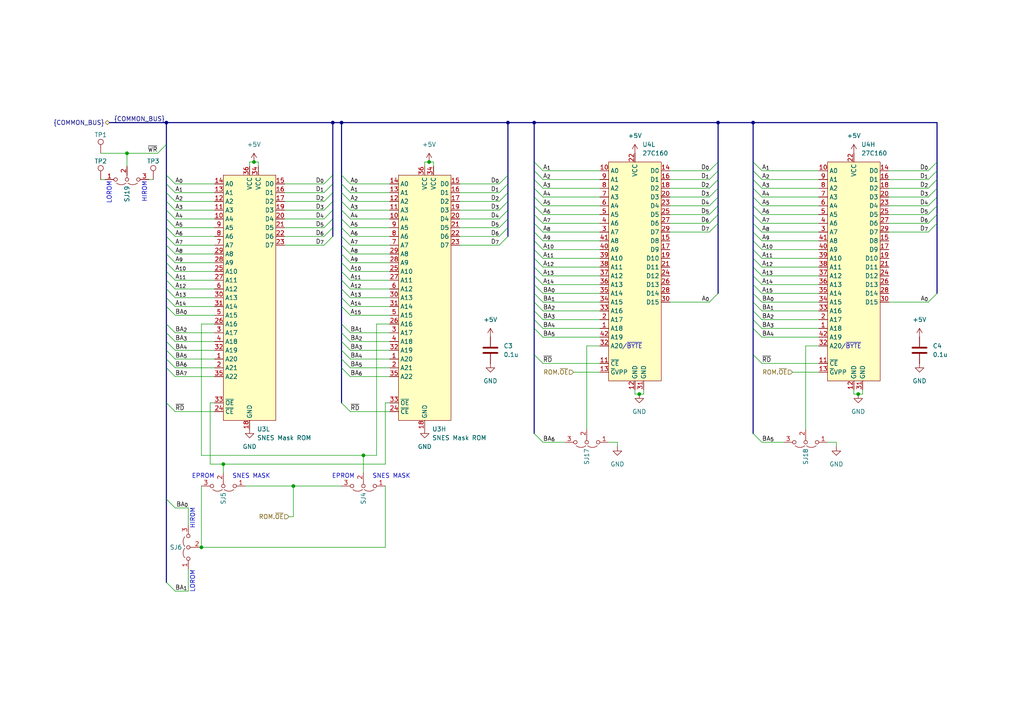
<source format=kicad_sch>
(kicad_sch
	(version 20250114)
	(generator "eeschema")
	(generator_version "9.0")
	(uuid "655dd94d-c8d5-4c85-a0a5-b48f6e46c8df")
	(paper "A4")
	(title_block
		(title "SNES Basic UV Cartridge")
		(date "2025-11-17")
		(rev "v1.0")
		(company "https://github.com/MouseBiteLabs/Super-Nintendo-Cartridges")
		(comment 1 "NOTE 1: U2A is surface mount, U2B is through-hole. Only populate one.")
		(comment 2 "v1.1: Swap OEM CIC D0 and D1 pins, fix MAD-1 wiring, add selection for 27C160 modes")
	)
	(lib_symbols
		(symbol "Bucketmouse:27C322"
			(exclude_from_sim no)
			(in_bom yes)
			(on_board yes)
			(property "Reference" "U"
				(at -7.62 31.75 0)
				(effects
					(font
						(size 1.27 1.27)
					)
				)
			)
			(property "Value" "27C322"
				(at -10.414 -34.29 0)
				(effects
					(font
						(size 1.27 1.27)
					)
					(justify left)
				)
			)
			(property "Footprint" ""
				(at 0 0 0)
				(effects
					(font
						(size 1.27 1.27)
					)
					(hide yes)
				)
			)
			(property "Datasheet" "https://static1.squarespace.com/static/51f517f0e4b01da70d01ca2a/t/5575515de4b0888fee6170ec/1433751901367/27C322.pdf"
				(at 0.254 -48.006 0)
				(effects
					(font
						(size 1.27 1.27)
					)
					(hide yes)
				)
			)
			(property "Description" "32 Mbit UV EPROM"
				(at 0.508 -45.974 0)
				(effects
					(font
						(size 1.27 1.27)
					)
					(hide yes)
				)
			)
			(property "ki_keywords" "OTP EPROM 4MiBit"
				(at 0 0 0)
				(effects
					(font
						(size 1.27 1.27)
					)
					(hide yes)
				)
			)
			(property "ki_fp_filters" "DIP*W15.24mm* PLCC*"
				(at 0 0 0)
				(effects
					(font
						(size 1.27 1.27)
					)
					(hide yes)
				)
			)
			(symbol "27C322_1_1"
				(rectangle
					(start -7.62 30.48)
					(end 7.62 -33.02)
					(stroke
						(width 0)
						(type default)
					)
					(fill
						(type background)
					)
				)
				(pin input line
					(at -10.16 27.94 0)
					(length 2.54)
					(name "A0"
						(effects
							(font
								(size 1.27 1.27)
							)
						)
					)
					(number "10"
						(effects
							(font
								(size 1.27 1.27)
							)
						)
					)
				)
				(pin input line
					(at -10.16 25.4 0)
					(length 2.54)
					(name "A1"
						(effects
							(font
								(size 1.27 1.27)
							)
						)
					)
					(number "9"
						(effects
							(font
								(size 1.27 1.27)
							)
						)
					)
				)
				(pin input line
					(at -10.16 22.86 0)
					(length 2.54)
					(name "A2"
						(effects
							(font
								(size 1.27 1.27)
							)
						)
					)
					(number "8"
						(effects
							(font
								(size 1.27 1.27)
							)
						)
					)
				)
				(pin input line
					(at -10.16 20.32 0)
					(length 2.54)
					(name "A3"
						(effects
							(font
								(size 1.27 1.27)
							)
						)
					)
					(number "7"
						(effects
							(font
								(size 1.27 1.27)
							)
						)
					)
				)
				(pin input line
					(at -10.16 17.78 0)
					(length 2.54)
					(name "A4"
						(effects
							(font
								(size 1.27 1.27)
							)
						)
					)
					(number "6"
						(effects
							(font
								(size 1.27 1.27)
							)
						)
					)
				)
				(pin input line
					(at -10.16 15.24 0)
					(length 2.54)
					(name "A5"
						(effects
							(font
								(size 1.27 1.27)
							)
						)
					)
					(number "5"
						(effects
							(font
								(size 1.27 1.27)
							)
						)
					)
				)
				(pin input line
					(at -10.16 12.7 0)
					(length 2.54)
					(name "A6"
						(effects
							(font
								(size 1.27 1.27)
							)
						)
					)
					(number "4"
						(effects
							(font
								(size 1.27 1.27)
							)
						)
					)
				)
				(pin input line
					(at -10.16 10.16 0)
					(length 2.54)
					(name "A7"
						(effects
							(font
								(size 1.27 1.27)
							)
						)
					)
					(number "3"
						(effects
							(font
								(size 1.27 1.27)
							)
						)
					)
				)
				(pin input line
					(at -10.16 7.62 0)
					(length 2.54)
					(name "A8"
						(effects
							(font
								(size 1.27 1.27)
							)
						)
					)
					(number "41"
						(effects
							(font
								(size 1.27 1.27)
							)
						)
					)
				)
				(pin input line
					(at -10.16 5.08 0)
					(length 2.54)
					(name "A9"
						(effects
							(font
								(size 1.27 1.27)
							)
						)
					)
					(number "40"
						(effects
							(font
								(size 1.27 1.27)
							)
						)
					)
				)
				(pin input line
					(at -10.16 2.54 0)
					(length 2.54)
					(name "A10"
						(effects
							(font
								(size 1.27 1.27)
							)
						)
					)
					(number "39"
						(effects
							(font
								(size 1.27 1.27)
							)
						)
					)
				)
				(pin input line
					(at -10.16 0 0)
					(length 2.54)
					(name "A11"
						(effects
							(font
								(size 1.27 1.27)
							)
						)
					)
					(number "38"
						(effects
							(font
								(size 1.27 1.27)
							)
						)
					)
				)
				(pin input line
					(at -10.16 -2.54 0)
					(length 2.54)
					(name "A12"
						(effects
							(font
								(size 1.27 1.27)
							)
						)
					)
					(number "37"
						(effects
							(font
								(size 1.27 1.27)
							)
						)
					)
				)
				(pin input line
					(at -10.16 -5.08 0)
					(length 2.54)
					(name "A13"
						(effects
							(font
								(size 1.27 1.27)
							)
						)
					)
					(number "36"
						(effects
							(font
								(size 1.27 1.27)
							)
						)
					)
				)
				(pin input line
					(at -10.16 -7.62 0)
					(length 2.54)
					(name "A14"
						(effects
							(font
								(size 1.27 1.27)
							)
						)
					)
					(number "35"
						(effects
							(font
								(size 1.27 1.27)
							)
						)
					)
				)
				(pin input line
					(at -10.16 -10.16 0)
					(length 2.54)
					(name "A15"
						(effects
							(font
								(size 1.27 1.27)
							)
						)
					)
					(number "34"
						(effects
							(font
								(size 1.27 1.27)
							)
						)
					)
				)
				(pin input line
					(at -10.16 -12.7 0)
					(length 2.54)
					(name "A16"
						(effects
							(font
								(size 1.27 1.27)
							)
						)
					)
					(number "33"
						(effects
							(font
								(size 1.27 1.27)
							)
						)
					)
				)
				(pin input line
					(at -10.16 -15.24 0)
					(length 2.54)
					(name "A17"
						(effects
							(font
								(size 1.27 1.27)
							)
						)
					)
					(number "2"
						(effects
							(font
								(size 1.27 1.27)
							)
						)
					)
				)
				(pin input line
					(at -10.16 -17.78 0)
					(length 2.54)
					(name "A18"
						(effects
							(font
								(size 1.27 1.27)
							)
						)
					)
					(number "1"
						(effects
							(font
								(size 1.27 1.27)
							)
						)
					)
				)
				(pin input line
					(at -10.16 -20.32 0)
					(length 2.54)
					(name "A19"
						(effects
							(font
								(size 1.27 1.27)
							)
						)
					)
					(number "42"
						(effects
							(font
								(size 1.27 1.27)
							)
						)
					)
				)
				(pin input line
					(at -10.16 -22.86 0)
					(length 2.54)
					(name "A20"
						(effects
							(font
								(size 1.27 1.27)
							)
						)
					)
					(number "32"
						(effects
							(font
								(size 1.27 1.27)
							)
						)
					)
				)
				(pin input line
					(at -10.16 -27.94 0)
					(length 2.54)
					(name "~{CE}"
						(effects
							(font
								(size 1.27 1.27)
							)
						)
					)
					(number "11"
						(effects
							(font
								(size 1.27 1.27)
							)
						)
					)
				)
				(pin input line
					(at -10.16 -30.48 0)
					(length 2.54)
					(name "~{G}VPP"
						(effects
							(font
								(size 1.27 1.27)
							)
						)
					)
					(number "13"
						(effects
							(font
								(size 1.27 1.27)
							)
						)
					)
				)
				(pin power_in line
					(at 0 33.02 270)
					(length 2.54)
					(name "VCC"
						(effects
							(font
								(size 1.27 1.27)
							)
						)
					)
					(number "22"
						(effects
							(font
								(size 1.27 1.27)
							)
						)
					)
				)
				(pin power_in line
					(at 0 -35.56 90)
					(length 2.54)
					(name "GND"
						(effects
							(font
								(size 1.27 1.27)
							)
						)
					)
					(number "12"
						(effects
							(font
								(size 1.27 1.27)
							)
						)
					)
				)
				(pin power_in line
					(at 2.54 -35.56 90)
					(length 2.54)
					(name "GND"
						(effects
							(font
								(size 1.27 1.27)
							)
						)
					)
					(number "31"
						(effects
							(font
								(size 1.27 1.27)
							)
						)
					)
				)
				(pin tri_state line
					(at 10.16 27.94 180)
					(length 2.54)
					(name "D0"
						(effects
							(font
								(size 1.27 1.27)
							)
						)
					)
					(number "14"
						(effects
							(font
								(size 1.27 1.27)
							)
						)
					)
				)
				(pin tri_state line
					(at 10.16 25.4 180)
					(length 2.54)
					(name "D1"
						(effects
							(font
								(size 1.27 1.27)
							)
						)
					)
					(number "16"
						(effects
							(font
								(size 1.27 1.27)
							)
						)
					)
				)
				(pin tri_state line
					(at 10.16 22.86 180)
					(length 2.54)
					(name "D2"
						(effects
							(font
								(size 1.27 1.27)
							)
						)
					)
					(number "18"
						(effects
							(font
								(size 1.27 1.27)
							)
						)
					)
				)
				(pin tri_state line
					(at 10.16 20.32 180)
					(length 2.54)
					(name "D3"
						(effects
							(font
								(size 1.27 1.27)
							)
						)
					)
					(number "20"
						(effects
							(font
								(size 1.27 1.27)
							)
						)
					)
				)
				(pin tri_state line
					(at 10.16 17.78 180)
					(length 2.54)
					(name "D4"
						(effects
							(font
								(size 1.27 1.27)
							)
						)
					)
					(number "23"
						(effects
							(font
								(size 1.27 1.27)
							)
						)
					)
				)
				(pin tri_state line
					(at 10.16 15.24 180)
					(length 2.54)
					(name "D5"
						(effects
							(font
								(size 1.27 1.27)
							)
						)
					)
					(number "25"
						(effects
							(font
								(size 1.27 1.27)
							)
						)
					)
				)
				(pin tri_state line
					(at 10.16 12.7 180)
					(length 2.54)
					(name "D6"
						(effects
							(font
								(size 1.27 1.27)
							)
						)
					)
					(number "27"
						(effects
							(font
								(size 1.27 1.27)
							)
						)
					)
				)
				(pin tri_state line
					(at 10.16 10.16 180)
					(length 2.54)
					(name "D7"
						(effects
							(font
								(size 1.27 1.27)
							)
						)
					)
					(number "29"
						(effects
							(font
								(size 1.27 1.27)
							)
						)
					)
				)
				(pin tri_state line
					(at 10.16 7.62 180)
					(length 2.54)
					(name "D8"
						(effects
							(font
								(size 1.27 1.27)
							)
						)
					)
					(number "15"
						(effects
							(font
								(size 1.27 1.27)
							)
						)
					)
				)
				(pin tri_state line
					(at 10.16 5.08 180)
					(length 2.54)
					(name "D9"
						(effects
							(font
								(size 1.27 1.27)
							)
						)
					)
					(number "17"
						(effects
							(font
								(size 1.27 1.27)
							)
						)
					)
				)
				(pin tri_state line
					(at 10.16 2.54 180)
					(length 2.54)
					(name "D10"
						(effects
							(font
								(size 1.27 1.27)
							)
						)
					)
					(number "19"
						(effects
							(font
								(size 1.27 1.27)
							)
						)
					)
				)
				(pin tri_state line
					(at 10.16 0 180)
					(length 2.54)
					(name "D11"
						(effects
							(font
								(size 1.27 1.27)
							)
						)
					)
					(number "21"
						(effects
							(font
								(size 1.27 1.27)
							)
						)
					)
				)
				(pin tri_state line
					(at 10.16 -2.54 180)
					(length 2.54)
					(name "D12"
						(effects
							(font
								(size 1.27 1.27)
							)
						)
					)
					(number "24"
						(effects
							(font
								(size 1.27 1.27)
							)
						)
					)
				)
				(pin tri_state line
					(at 10.16 -5.08 180)
					(length 2.54)
					(name "D13"
						(effects
							(font
								(size 1.27 1.27)
							)
						)
					)
					(number "26"
						(effects
							(font
								(size 1.27 1.27)
							)
						)
					)
				)
				(pin tri_state line
					(at 10.16 -7.62 180)
					(length 2.54)
					(name "D14"
						(effects
							(font
								(size 1.27 1.27)
							)
						)
					)
					(number "28"
						(effects
							(font
								(size 1.27 1.27)
							)
						)
					)
				)
				(pin tri_state line
					(at 10.16 -10.16 180)
					(length 2.54)
					(name "D15"
						(effects
							(font
								(size 1.27 1.27)
							)
						)
					)
					(number "30"
						(effects
							(font
								(size 1.27 1.27)
							)
						)
					)
				)
			)
			(embedded_fonts no)
		)
		(symbol "Bucketmouse:SNES_Mask_ROM"
			(exclude_from_sim no)
			(in_bom yes)
			(on_board yes)
			(property "Reference" "U"
				(at -7.62 31.75 0)
				(effects
					(font
						(size 1.27 1.27)
					)
				)
			)
			(property "Value" "SNES Mask ROM"
				(at 0.508 -42.164 0)
				(effects
					(font
						(size 1.27 1.27)
					)
					(justify left)
				)
			)
			(property "Footprint" ""
				(at 0 0 0)
				(effects
					(font
						(size 1.27 1.27)
					)
					(hide yes)
				)
			)
			(property "Datasheet" ""
				(at 0.254 -48.006 0)
				(effects
					(font
						(size 1.27 1.27)
					)
					(hide yes)
				)
			)
			(property "Description" ""
				(at 0.508 -45.974 0)
				(effects
					(font
						(size 1.27 1.27)
					)
					(hide yes)
				)
			)
			(property "ki_keywords" "OTP EPROM 4MiBit"
				(at 0 0 0)
				(effects
					(font
						(size 1.27 1.27)
					)
					(hide yes)
				)
			)
			(property "ki_fp_filters" "DIP*W15.24mm* PLCC*"
				(at 0 0 0)
				(effects
					(font
						(size 1.27 1.27)
					)
					(hide yes)
				)
			)
			(symbol "SNES_Mask_ROM_1_1"
				(rectangle
					(start -7.62 30.48)
					(end 7.62 -40.64)
					(stroke
						(width 0)
						(type default)
					)
					(fill
						(type background)
					)
				)
				(pin output line
					(at -10.16 27.94 0)
					(length 2.54)
					(name "A0"
						(effects
							(font
								(size 1.27 1.27)
							)
						)
					)
					(number "14"
						(effects
							(font
								(size 1.27 1.27)
							)
						)
					)
				)
				(pin output line
					(at -10.16 25.4 0)
					(length 2.54)
					(name "A1"
						(effects
							(font
								(size 1.27 1.27)
							)
						)
					)
					(number "13"
						(effects
							(font
								(size 1.27 1.27)
							)
						)
					)
				)
				(pin output line
					(at -10.16 22.86 0)
					(length 2.54)
					(name "A2"
						(effects
							(font
								(size 1.27 1.27)
							)
						)
					)
					(number "12"
						(effects
							(font
								(size 1.27 1.27)
							)
						)
					)
				)
				(pin output line
					(at -10.16 20.32 0)
					(length 2.54)
					(name "A3"
						(effects
							(font
								(size 1.27 1.27)
							)
						)
					)
					(number "11"
						(effects
							(font
								(size 1.27 1.27)
							)
						)
					)
				)
				(pin output line
					(at -10.16 17.78 0)
					(length 2.54)
					(name "A4"
						(effects
							(font
								(size 1.27 1.27)
							)
						)
					)
					(number "10"
						(effects
							(font
								(size 1.27 1.27)
							)
						)
					)
				)
				(pin output line
					(at -10.16 15.24 0)
					(length 2.54)
					(name "A5"
						(effects
							(font
								(size 1.27 1.27)
							)
						)
					)
					(number "9"
						(effects
							(font
								(size 1.27 1.27)
							)
						)
					)
				)
				(pin output line
					(at -10.16 12.7 0)
					(length 2.54)
					(name "A6"
						(effects
							(font
								(size 1.27 1.27)
							)
						)
					)
					(number "8"
						(effects
							(font
								(size 1.27 1.27)
							)
						)
					)
				)
				(pin output line
					(at -10.16 10.16 0)
					(length 2.54)
					(name "A7"
						(effects
							(font
								(size 1.27 1.27)
							)
						)
					)
					(number "7"
						(effects
							(font
								(size 1.27 1.27)
							)
						)
					)
				)
				(pin output line
					(at -10.16 7.62 0)
					(length 2.54)
					(name "A8"
						(effects
							(font
								(size 1.27 1.27)
							)
						)
					)
					(number "29"
						(effects
							(font
								(size 1.27 1.27)
							)
						)
					)
				)
				(pin output line
					(at -10.16 5.08 0)
					(length 2.54)
					(name "A9"
						(effects
							(font
								(size 1.27 1.27)
							)
						)
					)
					(number "28"
						(effects
							(font
								(size 1.27 1.27)
							)
						)
					)
				)
				(pin output line
					(at -10.16 2.54 0)
					(length 2.54)
					(name "A10"
						(effects
							(font
								(size 1.27 1.27)
							)
						)
					)
					(number "25"
						(effects
							(font
								(size 1.27 1.27)
							)
						)
					)
				)
				(pin output line
					(at -10.16 0 0)
					(length 2.54)
					(name "A11"
						(effects
							(font
								(size 1.27 1.27)
							)
						)
					)
					(number "27"
						(effects
							(font
								(size 1.27 1.27)
							)
						)
					)
				)
				(pin output line
					(at -10.16 -2.54 0)
					(length 2.54)
					(name "A12"
						(effects
							(font
								(size 1.27 1.27)
							)
						)
					)
					(number "6"
						(effects
							(font
								(size 1.27 1.27)
							)
						)
					)
				)
				(pin output line
					(at -10.16 -5.08 0)
					(length 2.54)
					(name "A13"
						(effects
							(font
								(size 1.27 1.27)
							)
						)
					)
					(number "30"
						(effects
							(font
								(size 1.27 1.27)
							)
						)
					)
				)
				(pin output line
					(at -10.16 -7.62 0)
					(length 2.54)
					(name "A14"
						(effects
							(font
								(size 1.27 1.27)
							)
						)
					)
					(number "31"
						(effects
							(font
								(size 1.27 1.27)
							)
						)
					)
				)
				(pin output line
					(at -10.16 -10.16 0)
					(length 2.54)
					(name "A15"
						(effects
							(font
								(size 1.27 1.27)
							)
						)
					)
					(number "5"
						(effects
							(font
								(size 1.27 1.27)
							)
						)
					)
				)
				(pin output line
					(at -10.16 -12.7 0)
					(length 2.54)
					(name "A16"
						(effects
							(font
								(size 1.27 1.27)
							)
						)
					)
					(number "26"
						(effects
							(font
								(size 1.27 1.27)
							)
						)
					)
				)
				(pin output line
					(at -10.16 -15.24 0)
					(length 2.54)
					(name "A17"
						(effects
							(font
								(size 1.27 1.27)
							)
						)
					)
					(number "3"
						(effects
							(font
								(size 1.27 1.27)
							)
						)
					)
				)
				(pin output line
					(at -10.16 -17.78 0)
					(length 2.54)
					(name "A18"
						(effects
							(font
								(size 1.27 1.27)
							)
						)
					)
					(number "4"
						(effects
							(font
								(size 1.27 1.27)
							)
						)
					)
				)
				(pin output line
					(at -10.16 -20.32 0)
					(length 2.54)
					(name "A19"
						(effects
							(font
								(size 1.27 1.27)
							)
						)
					)
					(number "32"
						(effects
							(font
								(size 1.27 1.27)
							)
						)
					)
				)
				(pin output line
					(at -10.16 -22.86 0)
					(length 2.54)
					(name "A20"
						(effects
							(font
								(size 1.27 1.27)
							)
						)
					)
					(number "1"
						(effects
							(font
								(size 1.27 1.27)
							)
						)
					)
				)
				(pin output line
					(at -10.16 -25.4 0)
					(length 2.54)
					(name "A21"
						(effects
							(font
								(size 1.27 1.27)
							)
						)
					)
					(number "2"
						(effects
							(font
								(size 1.27 1.27)
							)
						)
					)
				)
				(pin output line
					(at -10.16 -27.94 0)
					(length 2.54)
					(name "A22"
						(effects
							(font
								(size 1.27 1.27)
							)
						)
					)
					(number "35"
						(effects
							(font
								(size 1.27 1.27)
							)
						)
					)
				)
				(pin input line
					(at -10.16 -35.56 0)
					(length 2.54)
					(name "~{OE}"
						(effects
							(font
								(size 1.27 1.27)
							)
						)
					)
					(number "33"
						(effects
							(font
								(size 1.27 1.27)
							)
						)
					)
				)
				(pin input line
					(at -10.16 -38.1 0)
					(length 2.54)
					(name "~{CE}"
						(effects
							(font
								(size 1.27 1.27)
							)
						)
					)
					(number "24"
						(effects
							(font
								(size 1.27 1.27)
							)
						)
					)
				)
				(pin power_in line
					(at 0 33.02 270)
					(length 2.54)
					(name "VCC"
						(effects
							(font
								(size 1.27 1.27)
							)
						)
					)
					(number "36"
						(effects
							(font
								(size 1.27 1.27)
							)
						)
					)
				)
				(pin power_in line
					(at 0 -43.18 90)
					(length 2.54)
					(name "GND"
						(effects
							(font
								(size 1.27 1.27)
							)
						)
					)
					(number "18"
						(effects
							(font
								(size 1.27 1.27)
							)
						)
					)
				)
				(pin power_in line
					(at 2.54 33.02 270)
					(length 2.54)
					(name "VCC"
						(effects
							(font
								(size 1.27 1.27)
							)
						)
					)
					(number "34"
						(effects
							(font
								(size 1.27 1.27)
							)
						)
					)
				)
				(pin bidirectional line
					(at 10.16 27.94 180)
					(length 2.54)
					(name "D0"
						(effects
							(font
								(size 1.27 1.27)
							)
						)
					)
					(number "15"
						(effects
							(font
								(size 1.27 1.27)
							)
						)
					)
				)
				(pin bidirectional line
					(at 10.16 25.4 180)
					(length 2.54)
					(name "D1"
						(effects
							(font
								(size 1.27 1.27)
							)
						)
					)
					(number "16"
						(effects
							(font
								(size 1.27 1.27)
							)
						)
					)
				)
				(pin bidirectional line
					(at 10.16 22.86 180)
					(length 2.54)
					(name "D2"
						(effects
							(font
								(size 1.27 1.27)
							)
						)
					)
					(number "17"
						(effects
							(font
								(size 1.27 1.27)
							)
						)
					)
				)
				(pin bidirectional line
					(at 10.16 20.32 180)
					(length 2.54)
					(name "D3"
						(effects
							(font
								(size 1.27 1.27)
							)
						)
					)
					(number "19"
						(effects
							(font
								(size 1.27 1.27)
							)
						)
					)
				)
				(pin bidirectional line
					(at 10.16 17.78 180)
					(length 2.54)
					(name "D4"
						(effects
							(font
								(size 1.27 1.27)
							)
						)
					)
					(number "20"
						(effects
							(font
								(size 1.27 1.27)
							)
						)
					)
				)
				(pin bidirectional line
					(at 10.16 15.24 180)
					(length 2.54)
					(name "D5"
						(effects
							(font
								(size 1.27 1.27)
							)
						)
					)
					(number "21"
						(effects
							(font
								(size 1.27 1.27)
							)
						)
					)
				)
				(pin bidirectional line
					(at 10.16 12.7 180)
					(length 2.54)
					(name "D6"
						(effects
							(font
								(size 1.27 1.27)
							)
						)
					)
					(number "22"
						(effects
							(font
								(size 1.27 1.27)
							)
						)
					)
				)
				(pin bidirectional line
					(at 10.16 10.16 180)
					(length 2.54)
					(name "D7"
						(effects
							(font
								(size 1.27 1.27)
							)
						)
					)
					(number "23"
						(effects
							(font
								(size 1.27 1.27)
							)
						)
					)
				)
			)
			(embedded_fonts no)
		)
		(symbol "Connector:TestPoint"
			(pin_numbers
				(hide yes)
			)
			(pin_names
				(offset 0.762)
				(hide yes)
			)
			(exclude_from_sim no)
			(in_bom yes)
			(on_board yes)
			(property "Reference" "TP"
				(at 0 6.858 0)
				(effects
					(font
						(size 1.27 1.27)
					)
				)
			)
			(property "Value" "TestPoint"
				(at 0 5.08 0)
				(effects
					(font
						(size 1.27 1.27)
					)
				)
			)
			(property "Footprint" ""
				(at 5.08 0 0)
				(effects
					(font
						(size 1.27 1.27)
					)
					(hide yes)
				)
			)
			(property "Datasheet" "~"
				(at 5.08 0 0)
				(effects
					(font
						(size 1.27 1.27)
					)
					(hide yes)
				)
			)
			(property "Description" "test point"
				(at 0 0 0)
				(effects
					(font
						(size 1.27 1.27)
					)
					(hide yes)
				)
			)
			(property "ki_keywords" "test point tp"
				(at 0 0 0)
				(effects
					(font
						(size 1.27 1.27)
					)
					(hide yes)
				)
			)
			(property "ki_fp_filters" "Pin* Test*"
				(at 0 0 0)
				(effects
					(font
						(size 1.27 1.27)
					)
					(hide yes)
				)
			)
			(symbol "TestPoint_0_1"
				(circle
					(center 0 3.302)
					(radius 0.762)
					(stroke
						(width 0)
						(type default)
					)
					(fill
						(type none)
					)
				)
			)
			(symbol "TestPoint_1_1"
				(pin passive line
					(at 0 0 90)
					(length 2.54)
					(name "1"
						(effects
							(font
								(size 1.27 1.27)
							)
						)
					)
					(number "1"
						(effects
							(font
								(size 1.27 1.27)
							)
						)
					)
				)
			)
			(embedded_fonts no)
		)
		(symbol "Device:C"
			(pin_numbers
				(hide yes)
			)
			(pin_names
				(offset 0.254)
			)
			(exclude_from_sim no)
			(in_bom yes)
			(on_board yes)
			(property "Reference" "C"
				(at 0.635 2.54 0)
				(effects
					(font
						(size 1.27 1.27)
					)
					(justify left)
				)
			)
			(property "Value" "C"
				(at 0.635 -2.54 0)
				(effects
					(font
						(size 1.27 1.27)
					)
					(justify left)
				)
			)
			(property "Footprint" ""
				(at 0.9652 -3.81 0)
				(effects
					(font
						(size 1.27 1.27)
					)
					(hide yes)
				)
			)
			(property "Datasheet" "~"
				(at 0 0 0)
				(effects
					(font
						(size 1.27 1.27)
					)
					(hide yes)
				)
			)
			(property "Description" "Unpolarized capacitor"
				(at 0 0 0)
				(effects
					(font
						(size 1.27 1.27)
					)
					(hide yes)
				)
			)
			(property "ki_keywords" "cap capacitor"
				(at 0 0 0)
				(effects
					(font
						(size 1.27 1.27)
					)
					(hide yes)
				)
			)
			(property "ki_fp_filters" "C_*"
				(at 0 0 0)
				(effects
					(font
						(size 1.27 1.27)
					)
					(hide yes)
				)
			)
			(symbol "C_0_1"
				(polyline
					(pts
						(xy -2.032 0.762) (xy 2.032 0.762)
					)
					(stroke
						(width 0.508)
						(type default)
					)
					(fill
						(type none)
					)
				)
				(polyline
					(pts
						(xy -2.032 -0.762) (xy 2.032 -0.762)
					)
					(stroke
						(width 0.508)
						(type default)
					)
					(fill
						(type none)
					)
				)
			)
			(symbol "C_1_1"
				(pin passive line
					(at 0 3.81 270)
					(length 2.794)
					(name "~"
						(effects
							(font
								(size 1.27 1.27)
							)
						)
					)
					(number "1"
						(effects
							(font
								(size 1.27 1.27)
							)
						)
					)
				)
				(pin passive line
					(at 0 -3.81 90)
					(length 2.794)
					(name "~"
						(effects
							(font
								(size 1.27 1.27)
							)
						)
					)
					(number "2"
						(effects
							(font
								(size 1.27 1.27)
							)
						)
					)
				)
			)
			(embedded_fonts no)
		)
		(symbol "Jumper:Jumper_3_Open"
			(pin_names
				(offset 0)
				(hide yes)
			)
			(exclude_from_sim yes)
			(in_bom no)
			(on_board yes)
			(property "Reference" "JP"
				(at -2.54 -2.54 0)
				(effects
					(font
						(size 1.27 1.27)
					)
				)
			)
			(property "Value" "Jumper_3_Open"
				(at 0 2.794 0)
				(effects
					(font
						(size 1.27 1.27)
					)
				)
			)
			(property "Footprint" ""
				(at 0 0 0)
				(effects
					(font
						(size 1.27 1.27)
					)
					(hide yes)
				)
			)
			(property "Datasheet" "~"
				(at 0 0 0)
				(effects
					(font
						(size 1.27 1.27)
					)
					(hide yes)
				)
			)
			(property "Description" "Jumper, 3-pole, both open"
				(at 0 0 0)
				(effects
					(font
						(size 1.27 1.27)
					)
					(hide yes)
				)
			)
			(property "ki_keywords" "Jumper SPDT"
				(at 0 0 0)
				(effects
					(font
						(size 1.27 1.27)
					)
					(hide yes)
				)
			)
			(property "ki_fp_filters" "Jumper* TestPoint*3Pads* TestPoint*Bridge*"
				(at 0 0 0)
				(effects
					(font
						(size 1.27 1.27)
					)
					(hide yes)
				)
			)
			(symbol "Jumper_3_Open_0_0"
				(circle
					(center -3.302 0)
					(radius 0.508)
					(stroke
						(width 0)
						(type default)
					)
					(fill
						(type none)
					)
				)
				(circle
					(center 0 0)
					(radius 0.508)
					(stroke
						(width 0)
						(type default)
					)
					(fill
						(type none)
					)
				)
				(circle
					(center 3.302 0)
					(radius 0.508)
					(stroke
						(width 0)
						(type default)
					)
					(fill
						(type none)
					)
				)
			)
			(symbol "Jumper_3_Open_0_1"
				(arc
					(start -3.048 1.016)
					(mid -1.651 1.4992)
					(end -0.254 1.016)
					(stroke
						(width 0)
						(type default)
					)
					(fill
						(type none)
					)
				)
				(polyline
					(pts
						(xy 0 -0.508) (xy 0 -1.27)
					)
					(stroke
						(width 0)
						(type default)
					)
					(fill
						(type none)
					)
				)
				(arc
					(start 0.254 1.016)
					(mid 1.651 1.4992)
					(end 3.048 1.016)
					(stroke
						(width 0)
						(type default)
					)
					(fill
						(type none)
					)
				)
			)
			(symbol "Jumper_3_Open_1_1"
				(pin passive line
					(at -6.35 0 0)
					(length 2.54)
					(name "A"
						(effects
							(font
								(size 1.27 1.27)
							)
						)
					)
					(number "1"
						(effects
							(font
								(size 1.27 1.27)
							)
						)
					)
				)
				(pin passive line
					(at 0 -3.81 90)
					(length 2.54)
					(name "C"
						(effects
							(font
								(size 1.27 1.27)
							)
						)
					)
					(number "2"
						(effects
							(font
								(size 1.27 1.27)
							)
						)
					)
				)
				(pin passive line
					(at 6.35 0 180)
					(length 2.54)
					(name "B"
						(effects
							(font
								(size 1.27 1.27)
							)
						)
					)
					(number "3"
						(effects
							(font
								(size 1.27 1.27)
							)
						)
					)
				)
			)
			(embedded_fonts no)
		)
		(symbol "power:+5V"
			(power)
			(pin_numbers
				(hide yes)
			)
			(pin_names
				(offset 0)
				(hide yes)
			)
			(exclude_from_sim no)
			(in_bom yes)
			(on_board yes)
			(property "Reference" "#PWR"
				(at 0 -3.81 0)
				(effects
					(font
						(size 1.27 1.27)
					)
					(hide yes)
				)
			)
			(property "Value" "+5V"
				(at 0 3.556 0)
				(effects
					(font
						(size 1.27 1.27)
					)
				)
			)
			(property "Footprint" ""
				(at 0 0 0)
				(effects
					(font
						(size 1.27 1.27)
					)
					(hide yes)
				)
			)
			(property "Datasheet" ""
				(at 0 0 0)
				(effects
					(font
						(size 1.27 1.27)
					)
					(hide yes)
				)
			)
			(property "Description" "Power symbol creates a global label with name \"+5V\""
				(at 0 0 0)
				(effects
					(font
						(size 1.27 1.27)
					)
					(hide yes)
				)
			)
			(property "ki_keywords" "global power"
				(at 0 0 0)
				(effects
					(font
						(size 1.27 1.27)
					)
					(hide yes)
				)
			)
			(symbol "+5V_0_1"
				(polyline
					(pts
						(xy -0.762 1.27) (xy 0 2.54)
					)
					(stroke
						(width 0)
						(type default)
					)
					(fill
						(type none)
					)
				)
				(polyline
					(pts
						(xy 0 2.54) (xy 0.762 1.27)
					)
					(stroke
						(width 0)
						(type default)
					)
					(fill
						(type none)
					)
				)
				(polyline
					(pts
						(xy 0 0) (xy 0 2.54)
					)
					(stroke
						(width 0)
						(type default)
					)
					(fill
						(type none)
					)
				)
			)
			(symbol "+5V_1_1"
				(pin power_in line
					(at 0 0 90)
					(length 0)
					(name "~"
						(effects
							(font
								(size 1.27 1.27)
							)
						)
					)
					(number "1"
						(effects
							(font
								(size 1.27 1.27)
							)
						)
					)
				)
			)
			(embedded_fonts no)
		)
		(symbol "power:GND"
			(power)
			(pin_numbers
				(hide yes)
			)
			(pin_names
				(offset 0)
				(hide yes)
			)
			(exclude_from_sim no)
			(in_bom yes)
			(on_board yes)
			(property "Reference" "#PWR"
				(at 0 -6.35 0)
				(effects
					(font
						(size 1.27 1.27)
					)
					(hide yes)
				)
			)
			(property "Value" "GND"
				(at 0 -3.81 0)
				(effects
					(font
						(size 1.27 1.27)
					)
				)
			)
			(property "Footprint" ""
				(at 0 0 0)
				(effects
					(font
						(size 1.27 1.27)
					)
					(hide yes)
				)
			)
			(property "Datasheet" ""
				(at 0 0 0)
				(effects
					(font
						(size 1.27 1.27)
					)
					(hide yes)
				)
			)
			(property "Description" "Power symbol creates a global label with name \"GND\" , ground"
				(at 0 0 0)
				(effects
					(font
						(size 1.27 1.27)
					)
					(hide yes)
				)
			)
			(property "ki_keywords" "global power"
				(at 0 0 0)
				(effects
					(font
						(size 1.27 1.27)
					)
					(hide yes)
				)
			)
			(symbol "GND_0_1"
				(polyline
					(pts
						(xy 0 0) (xy 0 -1.27) (xy 1.27 -1.27) (xy 0 -2.54) (xy -1.27 -1.27) (xy 0 -1.27)
					)
					(stroke
						(width 0)
						(type default)
					)
					(fill
						(type none)
					)
				)
			)
			(symbol "GND_1_1"
				(pin power_in line
					(at 0 0 270)
					(length 0)
					(name "~"
						(effects
							(font
								(size 1.27 1.27)
							)
						)
					)
					(number "1"
						(effects
							(font
								(size 1.27 1.27)
							)
						)
					)
				)
			)
			(embedded_fonts no)
		)
	)
	(text "LOROM"
		(exclude_from_sim no)
		(at 55.88 168.656 90)
		(effects
			(font
				(size 1.27 1.27)
			)
		)
		(uuid "242576bd-5b1e-4317-be39-e710cf857739")
	)
	(text "SNES MASK"
		(exclude_from_sim no)
		(at 113.538 138.176 0)
		(effects
			(font
				(size 1.27 1.27)
			)
		)
		(uuid "2f50bffa-98bf-435a-8767-1d5c02241000")
	)
	(text "/~{BYTE}"
		(exclude_from_sim no)
		(at 246.888 100.584 0)
		(effects
			(font
				(size 1.27 1.27)
			)
		)
		(uuid "3e8aa892-d2d3-4c5c-bb02-16834f5e1675")
	)
	(text "HIROM"
		(exclude_from_sim no)
		(at 55.88 150.368 90)
		(effects
			(font
				(size 1.27 1.27)
			)
		)
		(uuid "4de63550-8d62-477c-8def-363dc46f4484")
	)
	(text "EPROM"
		(exclude_from_sim no)
		(at 58.928 138.176 0)
		(effects
			(font
				(size 1.27 1.27)
			)
		)
		(uuid "7affc6c7-55d9-45e3-8543-01637d07b6c9")
	)
	(text "SNES MASK"
		(exclude_from_sim no)
		(at 72.898 138.176 0)
		(effects
			(font
				(size 1.27 1.27)
			)
		)
		(uuid "a6f31ecd-1928-44d2-bc2c-2c06e096a5bb")
	)
	(text "EPROM"
		(exclude_from_sim no)
		(at 99.568 138.176 0)
		(effects
			(font
				(size 1.27 1.27)
			)
		)
		(uuid "b5e2bc68-bacf-4345-99bc-20b91b5bca00")
	)
	(text "/~{BYTE}"
		(exclude_from_sim no)
		(at 183.388 100.584 0)
		(effects
			(font
				(size 1.27 1.27)
			)
		)
		(uuid "bdf0e180-032e-48f3-aba5-bd78b88546a7")
	)
	(text "LOROM\n\n\n\n\nHIROM"
		(exclude_from_sim no)
		(at 36.83 52.578 90)
		(effects
			(font
				(size 1.27 1.27)
			)
			(justify right)
		)
		(uuid "d27b4f4c-76a0-45ec-97e7-4777187855b0")
	)
	(junction
		(at 48.26 35.56)
		(diameter 0)
		(color 0 0 0 0)
		(uuid "0e3cdfc1-0b33-4bb2-a2e3-d7a6a103c66b")
	)
	(junction
		(at 218.44 35.56)
		(diameter 0)
		(color 0 0 0 0)
		(uuid "3d8df493-50d8-4379-a7af-54b58e617b2d")
	)
	(junction
		(at 248.92 114.3)
		(diameter 0)
		(color 0 0 0 0)
		(uuid "4279fa39-44f1-446d-9a1d-329ef18bb3c0")
	)
	(junction
		(at 58.42 158.75)
		(diameter 0)
		(color 0 0 0 0)
		(uuid "4d2a07f8-2020-4b62-a594-c940b61a886c")
	)
	(junction
		(at 85.09 140.97)
		(diameter 0)
		(color 0 0 0 0)
		(uuid "690c03dd-61b7-472b-8640-6d75717b8f09")
	)
	(junction
		(at 73.66 46.99)
		(diameter 0)
		(color 0 0 0 0)
		(uuid "74d52ef5-40c6-4f41-b2df-26aaa6deb770")
	)
	(junction
		(at 96.52 35.56)
		(diameter 0)
		(color 0 0 0 0)
		(uuid "7e51cf4b-8992-4620-aa07-b50f5058a38e")
	)
	(junction
		(at 185.42 114.3)
		(diameter 0)
		(color 0 0 0 0)
		(uuid "9fdca58f-4bb9-476a-99c3-cea80564c074")
	)
	(junction
		(at 154.94 35.56)
		(diameter 0)
		(color 0 0 0 0)
		(uuid "a2016213-a4a8-4bb6-a9ca-75f22daf4c0c")
	)
	(junction
		(at 124.46 46.99)
		(diameter 0)
		(color 0 0 0 0)
		(uuid "acd62206-c9a7-4202-bb7a-f2564ee3b063")
	)
	(junction
		(at 147.32 35.56)
		(diameter 0)
		(color 0 0 0 0)
		(uuid "bfb010db-48de-41fc-9e49-5d3bf609b454")
	)
	(junction
		(at 99.06 35.56)
		(diameter 0)
		(color 0 0 0 0)
		(uuid "db18db16-35b4-4832-a517-26cb8335da78")
	)
	(junction
		(at 64.77 134.62)
		(diameter 0)
		(color 0 0 0 0)
		(uuid "db8b1666-85b8-48be-9330-733dcea544b7")
	)
	(junction
		(at 208.28 35.56)
		(diameter 0)
		(color 0 0 0 0)
		(uuid "e81f3789-2b63-4eee-9f3d-391a790b2627")
	)
	(junction
		(at 36.83 44.45)
		(diameter 0)
		(color 0 0 0 0)
		(uuid "f0d50cb2-2637-4f59-9aa1-173554c80cf9")
	)
	(junction
		(at 105.41 132.08)
		(diameter 0)
		(color 0 0 0 0)
		(uuid "ffbfba66-b09e-42c9-8374-c309b82512e3")
	)
	(bus_entry
		(at 48.26 58.42)
		(size 2.54 2.54)
		(stroke
			(width 0)
			(type default)
		)
		(uuid "04ae8f1e-188b-42d1-bec7-e6acecbd4d20")
	)
	(bus_entry
		(at 154.94 74.93)
		(size 2.54 2.54)
		(stroke
			(width 0)
			(type default)
		)
		(uuid "04c02560-0ca6-44d0-a2c3-d1f23a0e40ec")
	)
	(bus_entry
		(at 96.52 55.88)
		(size -2.54 2.54)
		(stroke
			(width 0)
			(type default)
		)
		(uuid "061fa73a-6534-4a43-9d8c-ed10d644f586")
	)
	(bus_entry
		(at 96.52 58.42)
		(size -2.54 2.54)
		(stroke
			(width 0)
			(type default)
		)
		(uuid "08eb0fea-9088-45fb-98fc-ce6ba25e812b")
	)
	(bus_entry
		(at 99.06 73.66)
		(size 2.54 2.54)
		(stroke
			(width 0)
			(type default)
		)
		(uuid "0be82294-ac18-40bf-82c5-25246d4a1fe8")
	)
	(bus_entry
		(at 154.94 72.39)
		(size 2.54 2.54)
		(stroke
			(width 0)
			(type default)
		)
		(uuid "0bf00116-152c-4268-ac52-024f801a5400")
	)
	(bus_entry
		(at 218.44 62.23)
		(size 2.54 2.54)
		(stroke
			(width 0)
			(type default)
		)
		(uuid "0dbf0af3-3b70-44e4-8f99-b98bded69e62")
	)
	(bus_entry
		(at 218.44 54.61)
		(size 2.54 2.54)
		(stroke
			(width 0)
			(type default)
		)
		(uuid "14596a15-ff96-4b2d-9a6c-c58e94943d7a")
	)
	(bus_entry
		(at 208.28 62.23)
		(size -2.54 2.54)
		(stroke
			(width 0)
			(type default)
		)
		(uuid "1692017e-a66d-4364-b6c2-1b8e8a5569df")
	)
	(bus_entry
		(at 99.06 63.5)
		(size 2.54 2.54)
		(stroke
			(width 0)
			(type default)
		)
		(uuid "19648286-c359-4e50-bb45-bb059f797aea")
	)
	(bus_entry
		(at 154.94 57.15)
		(size 2.54 2.54)
		(stroke
			(width 0)
			(type default)
		)
		(uuid "1c3e26d3-1e47-43df-8a4d-38bc52e2e424")
	)
	(bus_entry
		(at 48.26 63.5)
		(size 2.54 2.54)
		(stroke
			(width 0)
			(type default)
		)
		(uuid "1ff3ffe3-22c6-4e28-9e4d-006fa80ef947")
	)
	(bus_entry
		(at 218.44 67.31)
		(size 2.54 2.54)
		(stroke
			(width 0)
			(type default)
		)
		(uuid "213d6a89-5d8f-4470-b2f8-c44f76642005")
	)
	(bus_entry
		(at 208.28 49.53)
		(size -2.54 2.54)
		(stroke
			(width 0)
			(type default)
		)
		(uuid "235cc1ca-a2bc-440a-98c3-f5aa7d233134")
	)
	(bus_entry
		(at 147.32 55.88)
		(size -2.54 2.54)
		(stroke
			(width 0)
			(type default)
		)
		(uuid "2396582b-e697-4982-a9af-83c639bcfccb")
	)
	(bus_entry
		(at 218.44 72.39)
		(size 2.54 2.54)
		(stroke
			(width 0)
			(type default)
		)
		(uuid "24176001-de92-4e0a-b347-3e8f2c7b938a")
	)
	(bus_entry
		(at 218.44 90.17)
		(size 2.54 2.54)
		(stroke
			(width 0)
			(type default)
		)
		(uuid "24325dd4-916c-43ac-b75c-746dec7035d0")
	)
	(bus_entry
		(at 96.52 60.96)
		(size -2.54 2.54)
		(stroke
			(width 0)
			(type default)
		)
		(uuid "24eb09a2-30f2-449f-ae92-ef401e613a64")
	)
	(bus_entry
		(at 154.94 69.85)
		(size 2.54 2.54)
		(stroke
			(width 0)
			(type default)
		)
		(uuid "29628b79-f5d5-4dcd-9543-76ca8c7c4909")
	)
	(bus_entry
		(at 99.06 53.34)
		(size 2.54 2.54)
		(stroke
			(width 0)
			(type default)
		)
		(uuid "2c61f74b-2c7e-4011-8c4c-e7e27a56509d")
	)
	(bus_entry
		(at 99.06 81.28)
		(size 2.54 2.54)
		(stroke
			(width 0)
			(type default)
		)
		(uuid "2c85c61c-2fb4-4321-832b-50ee421c3eb6")
	)
	(bus_entry
		(at 154.94 62.23)
		(size 2.54 2.54)
		(stroke
			(width 0)
			(type default)
		)
		(uuid "2d1f27aa-b160-4a4f-88dd-da20b287f3e7")
	)
	(bus_entry
		(at 154.94 85.09)
		(size 2.54 2.54)
		(stroke
			(width 0)
			(type default)
		)
		(uuid "2f5093b1-a84c-47bd-bc4a-3946cff02682")
	)
	(bus_entry
		(at 99.06 93.98)
		(size 2.54 2.54)
		(stroke
			(width 0)
			(type default)
		)
		(uuid "3080f454-ad2f-4bf3-8e48-75e42b3eec11")
	)
	(bus_entry
		(at 218.44 49.53)
		(size 2.54 2.54)
		(stroke
			(width 0)
			(type default)
		)
		(uuid "30accb09-cbc7-4e38-9e9e-d08621db1022")
	)
	(bus_entry
		(at 147.32 60.96)
		(size -2.54 2.54)
		(stroke
			(width 0)
			(type default)
		)
		(uuid "326a3648-fa3b-4afe-955d-67a0b5282f0b")
	)
	(bus_entry
		(at 218.44 95.25)
		(size 2.54 2.54)
		(stroke
			(width 0)
			(type default)
		)
		(uuid "34467eec-73bd-4a31-994d-1564ebbf668f")
	)
	(bus_entry
		(at 99.06 66.04)
		(size 2.54 2.54)
		(stroke
			(width 0)
			(type default)
		)
		(uuid "344b6815-e43e-4386-a124-bab132c3721e")
	)
	(bus_entry
		(at 218.44 92.71)
		(size 2.54 2.54)
		(stroke
			(width 0)
			(type default)
		)
		(uuid "398b64a0-61ab-46f3-993e-50a27d7a5103")
	)
	(bus_entry
		(at 147.32 58.42)
		(size -2.54 2.54)
		(stroke
			(width 0)
			(type default)
		)
		(uuid "3d6620c3-872c-4c0d-97c4-56b678aca55a")
	)
	(bus_entry
		(at 48.26 106.68)
		(size 2.54 2.54)
		(stroke
			(width 0)
			(type default)
		)
		(uuid "4037e80e-8f9e-49f5-9579-0d8b774c5a46")
	)
	(bus_entry
		(at 96.52 66.04)
		(size -2.54 2.54)
		(stroke
			(width 0)
			(type default)
		)
		(uuid "40e05f66-2f21-4c4a-a8e7-67a808f1198f")
	)
	(bus_entry
		(at 218.44 74.93)
		(size 2.54 2.54)
		(stroke
			(width 0)
			(type default)
		)
		(uuid "426ce969-7fbb-49e4-b217-2340ae3fe98e")
	)
	(bus_entry
		(at 271.78 57.15)
		(size -2.54 2.54)
		(stroke
			(width 0)
			(type default)
		)
		(uuid "42c2647a-5bd6-4c1a-8853-7be116bfd303")
	)
	(bus_entry
		(at 218.44 87.63)
		(size 2.54 2.54)
		(stroke
			(width 0)
			(type default)
		)
		(uuid "4766afe0-ffe3-4393-9b26-fc56224af5e3")
	)
	(bus_entry
		(at 48.26 73.66)
		(size 2.54 2.54)
		(stroke
			(width 0)
			(type default)
		)
		(uuid "487fd2ef-a3ea-46ec-af30-dcedc74b075d")
	)
	(bus_entry
		(at 99.06 55.88)
		(size 2.54 2.54)
		(stroke
			(width 0)
			(type default)
		)
		(uuid "4afb8db7-16e7-445c-8d0e-ff0fb59ea63e")
	)
	(bus_entry
		(at 271.78 54.61)
		(size -2.54 2.54)
		(stroke
			(width 0)
			(type default)
		)
		(uuid "4b678652-2ec6-4796-b753-3c617e26a251")
	)
	(bus_entry
		(at 48.26 78.74)
		(size 2.54 2.54)
		(stroke
			(width 0)
			(type default)
		)
		(uuid "4b73b32c-0b20-47b0-b202-a1058a4df126")
	)
	(bus_entry
		(at 154.94 87.63)
		(size 2.54 2.54)
		(stroke
			(width 0)
			(type default)
		)
		(uuid "4cf42419-5315-4a0a-a6ec-78280dfc4eff")
	)
	(bus_entry
		(at 99.06 116.84)
		(size 2.54 2.54)
		(stroke
			(width 0)
			(type default)
		)
		(uuid "514e00e6-e495-4eaf-ac52-a0bdccb4a4f2")
	)
	(bus_entry
		(at 48.26 101.6)
		(size 2.54 2.54)
		(stroke
			(width 0)
			(type default)
		)
		(uuid "557316e4-bd77-4172-b1de-3b8fcb699e5c")
	)
	(bus_entry
		(at 218.44 80.01)
		(size 2.54 2.54)
		(stroke
			(width 0)
			(type default)
		)
		(uuid "57d3d3b8-4c78-4106-8e31-c4239861ab8f")
	)
	(bus_entry
		(at 99.06 58.42)
		(size 2.54 2.54)
		(stroke
			(width 0)
			(type default)
		)
		(uuid "59a82a3d-0d2a-426a-aa2d-70d2536d1cc8")
	)
	(bus_entry
		(at 208.28 46.99)
		(size -2.54 2.54)
		(stroke
			(width 0)
			(type default)
		)
		(uuid "5c263e89-cf92-4270-b367-db87bb5f0b2a")
	)
	(bus_entry
		(at 271.78 64.77)
		(size -2.54 2.54)
		(stroke
			(width 0)
			(type default)
		)
		(uuid "5c34fe96-2175-441a-8384-d27da61297a4")
	)
	(bus_entry
		(at 208.28 85.09)
		(size -2.54 2.54)
		(stroke
			(width 0)
			(type default)
		)
		(uuid "5fc4e6f8-e307-48a1-951c-96a4eee6f477")
	)
	(bus_entry
		(at 48.26 76.2)
		(size 2.54 2.54)
		(stroke
			(width 0)
			(type default)
		)
		(uuid "62ce2236-2431-4d6a-937e-e3c6ca95b8df")
	)
	(bus_entry
		(at 154.94 92.71)
		(size 2.54 2.54)
		(stroke
			(width 0)
			(type default)
		)
		(uuid "64d6a730-ebe3-4b18-a324-452737ba3208")
	)
	(bus_entry
		(at 271.78 49.53)
		(size -2.54 2.54)
		(stroke
			(width 0)
			(type default)
		)
		(uuid "65b32a9c-7e11-47c7-8745-efad14533c9d")
	)
	(bus_entry
		(at 271.78 62.23)
		(size -2.54 2.54)
		(stroke
			(width 0)
			(type default)
		)
		(uuid "66d4e15f-5473-4c19-a38d-f0c2e3d78940")
	)
	(bus_entry
		(at 154.94 46.99)
		(size 2.54 2.54)
		(stroke
			(width 0)
			(type default)
		)
		(uuid "68528740-7e8a-43c4-9275-c32571d2dfbc")
	)
	(bus_entry
		(at 154.94 54.61)
		(size 2.54 2.54)
		(stroke
			(width 0)
			(type default)
		)
		(uuid "69042383-0b10-49d0-8468-6c9243f01bf5")
	)
	(bus_entry
		(at 99.06 88.9)
		(size 2.54 2.54)
		(stroke
			(width 0)
			(type default)
		)
		(uuid "69f18580-3230-402a-831f-f30ba442025f")
	)
	(bus_entry
		(at 99.06 86.36)
		(size 2.54 2.54)
		(stroke
			(width 0)
			(type default)
		)
		(uuid "6a75ff23-0f3a-4455-a133-86b8a5bd2837")
	)
	(bus_entry
		(at 154.94 59.69)
		(size 2.54 2.54)
		(stroke
			(width 0)
			(type default)
		)
		(uuid "6c4c9b4d-d329-4fff-bd9c-bc79b582baf9")
	)
	(bus_entry
		(at 48.26 50.8)
		(size 2.54 2.54)
		(stroke
			(width 0)
			(type default)
		)
		(uuid "73bc8292-46c1-4e9e-a546-68382ca0bd85")
	)
	(bus_entry
		(at 271.78 52.07)
		(size -2.54 2.54)
		(stroke
			(width 0)
			(type default)
		)
		(uuid "74995961-8747-4318-a5bb-352fbc16b8b4")
	)
	(bus_entry
		(at 99.06 83.82)
		(size 2.54 2.54)
		(stroke
			(width 0)
			(type default)
		)
		(uuid "765e8cc9-1b8e-4593-8446-51b839486d68")
	)
	(bus_entry
		(at 48.26 71.12)
		(size 2.54 2.54)
		(stroke
			(width 0)
			(type default)
		)
		(uuid "7bd6e078-cbc2-487d-ba54-c846a10173b8")
	)
	(bus_entry
		(at 218.44 52.07)
		(size 2.54 2.54)
		(stroke
			(width 0)
			(type default)
		)
		(uuid "7f9f90f3-c73a-49fb-aa71-bc2884b9e047")
	)
	(bus_entry
		(at 154.94 49.53)
		(size 2.54 2.54)
		(stroke
			(width 0)
			(type default)
		)
		(uuid "80381ad8-423b-443f-854e-d7871e20e4af")
	)
	(bus_entry
		(at 154.94 95.25)
		(size 2.54 2.54)
		(stroke
			(width 0)
			(type default)
		)
		(uuid "84d4e8f3-80c9-4197-9cc3-102920a62d9e")
	)
	(bus_entry
		(at 218.44 46.99)
		(size 2.54 2.54)
		(stroke
			(width 0)
			(type default)
		)
		(uuid "85c31f74-82b5-4720-8297-ca082ca6063e")
	)
	(bus_entry
		(at 48.26 41.91)
		(size -2.54 2.54)
		(stroke
			(width 0)
			(type default)
		)
		(uuid "867fdded-127a-4167-8e98-3284372e1b3e")
	)
	(bus_entry
		(at 99.06 104.14)
		(size 2.54 2.54)
		(stroke
			(width 0)
			(type default)
		)
		(uuid "8725f146-57e3-46df-b9fe-2b691e4b0c92")
	)
	(bus_entry
		(at 147.32 66.04)
		(size -2.54 2.54)
		(stroke
			(width 0)
			(type default)
		)
		(uuid "875e064f-3f42-44a7-8d42-83c98e35e559")
	)
	(bus_entry
		(at 208.28 52.07)
		(size -2.54 2.54)
		(stroke
			(width 0)
			(type default)
		)
		(uuid "8881fa4b-7529-4354-9646-4844187d9912")
	)
	(bus_entry
		(at 96.52 50.8)
		(size -2.54 2.54)
		(stroke
			(width 0)
			(type default)
		)
		(uuid "8888f0f7-9dd4-40c6-9bd9-eb86c1030bc8")
	)
	(bus_entry
		(at 208.28 54.61)
		(size -2.54 2.54)
		(stroke
			(width 0)
			(type default)
		)
		(uuid "899c3526-65b6-4687-9c97-4b8db7de72de")
	)
	(bus_entry
		(at 96.52 53.34)
		(size -2.54 2.54)
		(stroke
			(width 0)
			(type default)
		)
		(uuid "8d132daa-2ede-4a13-9fa0-9d7af18fe148")
	)
	(bus_entry
		(at 48.26 116.84)
		(size 2.54 2.54)
		(stroke
			(width 0)
			(type default)
		)
		(uuid "8d4a3c10-f381-4afc-8860-2d0a872931fa")
	)
	(bus_entry
		(at 48.26 83.82)
		(size 2.54 2.54)
		(stroke
			(width 0)
			(type default)
		)
		(uuid "8ffef41c-dd80-43fb-9e40-b614f95f8407")
	)
	(bus_entry
		(at 99.06 99.06)
		(size 2.54 2.54)
		(stroke
			(width 0)
			(type default)
		)
		(uuid "911265ee-c713-4bb5-9e79-58cdf3dd45e9")
	)
	(bus_entry
		(at 48.26 88.9)
		(size 2.54 2.54)
		(stroke
			(width 0)
			(type default)
		)
		(uuid "9131a1e5-9e66-4454-ba8f-bac4b30c154d")
	)
	(bus_entry
		(at 99.06 106.68)
		(size 2.54 2.54)
		(stroke
			(width 0)
			(type default)
		)
		(uuid "919b9cab-d917-4353-9a95-54c202bf4a5a")
	)
	(bus_entry
		(at 48.26 93.98)
		(size 2.54 2.54)
		(stroke
			(width 0)
			(type default)
		)
		(uuid "93d858d0-08db-437d-be41-ca94bc431f4b")
	)
	(bus_entry
		(at 154.94 77.47)
		(size 2.54 2.54)
		(stroke
			(width 0)
			(type default)
		)
		(uuid "9446e8d4-9292-44e0-90f3-bd7fcb322f39")
	)
	(bus_entry
		(at 208.28 64.77)
		(size -2.54 2.54)
		(stroke
			(width 0)
			(type default)
		)
		(uuid "951bf257-c161-456d-bd6e-e2d9441442dc")
	)
	(bus_entry
		(at 154.94 67.31)
		(size 2.54 2.54)
		(stroke
			(width 0)
			(type default)
		)
		(uuid "9a2b1e48-328b-460d-9417-4134b2990730")
	)
	(bus_entry
		(at 154.94 82.55)
		(size 2.54 2.54)
		(stroke
			(width 0)
			(type default)
		)
		(uuid "9d215e86-edbf-4da2-b793-e03028d8b352")
	)
	(bus_entry
		(at 218.44 85.09)
		(size 2.54 2.54)
		(stroke
			(width 0)
			(type default)
		)
		(uuid "a4e57513-ce22-4869-b311-e7d93ab8d2b4")
	)
	(bus_entry
		(at 48.26 81.28)
		(size 2.54 2.54)
		(stroke
			(width 0)
			(type default)
		)
		(uuid "a7b11161-1cf1-4d5d-90e4-678213f2a943")
	)
	(bus_entry
		(at 154.94 64.77)
		(size 2.54 2.54)
		(stroke
			(width 0)
			(type default)
		)
		(uuid "a7c932f8-7765-4ff2-b4c1-57dbb7683de0")
	)
	(bus_entry
		(at 48.26 96.52)
		(size 2.54 2.54)
		(stroke
			(width 0)
			(type default)
		)
		(uuid "a9fe1666-8a26-4441-8897-3dc7737c598b")
	)
	(bus_entry
		(at 147.32 63.5)
		(size -2.54 2.54)
		(stroke
			(width 0)
			(type default)
		)
		(uuid "afec27a5-a604-40ba-9ea3-8ee0024bbc9f")
	)
	(bus_entry
		(at 99.06 101.6)
		(size 2.54 2.54)
		(stroke
			(width 0)
			(type default)
		)
		(uuid "b1d94d6e-ea3b-463c-8d01-452922e1184d")
	)
	(bus_entry
		(at 271.78 85.09)
		(size -2.54 2.54)
		(stroke
			(width 0)
			(type default)
		)
		(uuid "b3ad1521-01e9-4539-b47f-d2de05efbe59")
	)
	(bus_entry
		(at 48.26 53.34)
		(size 2.54 2.54)
		(stroke
			(width 0)
			(type default)
		)
		(uuid "b7dab8f0-a18c-4336-ac45-b58c09382ec0")
	)
	(bus_entry
		(at 48.26 60.96)
		(size 2.54 2.54)
		(stroke
			(width 0)
			(type default)
		)
		(uuid "b8fb616b-7412-4b81-9f2a-0d5a1782501e")
	)
	(bus_entry
		(at 99.06 50.8)
		(size 2.54 2.54)
		(stroke
			(width 0)
			(type default)
		)
		(uuid "bc6d436a-6822-4307-8b41-6d8c926675bc")
	)
	(bus_entry
		(at 48.26 99.06)
		(size 2.54 2.54)
		(stroke
			(width 0)
			(type default)
		)
		(uuid "c1078771-461e-46be-8753-641cb2606f8c")
	)
	(bus_entry
		(at 99.06 71.12)
		(size 2.54 2.54)
		(stroke
			(width 0)
			(type default)
		)
		(uuid "c170ab77-e7ab-4ae3-a3ba-499663ccc76c")
	)
	(bus_entry
		(at 96.52 68.58)
		(size -2.54 2.54)
		(stroke
			(width 0)
			(type default)
		)
		(uuid "c1c08223-4c86-44e6-a400-1a00dc6e25f3")
	)
	(bus_entry
		(at 208.28 57.15)
		(size -2.54 2.54)
		(stroke
			(width 0)
			(type default)
		)
		(uuid "c428709e-4660-45c6-81e7-565145014c02")
	)
	(bus_entry
		(at 218.44 57.15)
		(size 2.54 2.54)
		(stroke
			(width 0)
			(type default)
		)
		(uuid "c768e0c9-e2f8-40c5-879b-bb9452b405ac")
	)
	(bus_entry
		(at 147.32 50.8)
		(size -2.54 2.54)
		(stroke
			(width 0)
			(type default)
		)
		(uuid "c88735d7-2beb-4848-a143-c14c257459fc")
	)
	(bus_entry
		(at 48.26 104.14)
		(size 2.54 2.54)
		(stroke
			(width 0)
			(type default)
		)
		(uuid "c8c57b89-987d-4ed8-a716-ced24f8ec6a2")
	)
	(bus_entry
		(at 218.44 59.69)
		(size 2.54 2.54)
		(stroke
			(width 0)
			(type default)
		)
		(uuid "cad0d0fa-59d3-4ead-8c2d-29947cf49148")
	)
	(bus_entry
		(at 99.06 68.58)
		(size 2.54 2.54)
		(stroke
			(width 0)
			(type default)
		)
		(uuid "cad4a895-a531-427f-8d23-bf5785cffb99")
	)
	(bus_entry
		(at 218.44 125.73)
		(size 2.54 2.54)
		(stroke
			(width 0)
			(type default)
		)
		(uuid "cd932ef8-ce35-4a88-9b36-2fab7534cf07")
	)
	(bus_entry
		(at 48.26 55.88)
		(size 2.54 2.54)
		(stroke
			(width 0)
			(type default)
		)
		(uuid "cf13b111-2711-4f21-9d39-825f644eb97c")
	)
	(bus_entry
		(at 147.32 53.34)
		(size -2.54 2.54)
		(stroke
			(width 0)
			(type default)
		)
		(uuid "cf85ecf2-fe86-4ca8-8c5a-064ca75e89f6")
	)
	(bus_entry
		(at 218.44 77.47)
		(size 2.54 2.54)
		(stroke
			(width 0)
			(type default)
		)
		(uuid "cf9cf49c-ace0-42a1-9682-c400961761e0")
	)
	(bus_entry
		(at 147.32 68.58)
		(size -2.54 2.54)
		(stroke
			(width 0)
			(type default)
		)
		(uuid "d08bd60c-c5ab-4dfa-b831-2b3088e35004")
	)
	(bus_entry
		(at 48.26 86.36)
		(size 2.54 2.54)
		(stroke
			(width 0)
			(type default)
		)
		(uuid "d274fd7c-4122-4bc8-9da1-b224f550bcda")
	)
	(bus_entry
		(at 271.78 46.99)
		(size -2.54 2.54)
		(stroke
			(width 0)
			(type default)
		)
		(uuid "d299a191-101a-45ee-994f-2321556c4bcc")
	)
	(bus_entry
		(at 99.06 78.74)
		(size 2.54 2.54)
		(stroke
			(width 0)
			(type default)
		)
		(uuid "d2beb563-9dd0-4e79-85d5-fd4ce59c0d6e")
	)
	(bus_entry
		(at 218.44 102.87)
		(size 2.54 2.54)
		(stroke
			(width 0)
			(type default)
		)
		(uuid "d3a8f504-8a2f-46eb-82df-08029f849f39")
	)
	(bus_entry
		(at 154.94 102.87)
		(size 2.54 2.54)
		(stroke
			(width 0)
			(type default)
		)
		(uuid "d4b921ae-a878-44ea-9358-931cfe0ff510")
	)
	(bus_entry
		(at 48.26 168.91)
		(size 2.54 2.54)
		(stroke
			(width 0)
			(type default)
		)
		(uuid "d5f335cc-1f71-4eca-96d3-494d6b192564")
	)
	(bus_entry
		(at 154.94 125.73)
		(size 2.54 2.54)
		(stroke
			(width 0)
			(type default)
		)
		(uuid "d5f8748d-fcd1-4c8c-9a86-57485e77c7c0")
	)
	(bus_entry
		(at 99.06 60.96)
		(size 2.54 2.54)
		(stroke
			(width 0)
			(type default)
		)
		(uuid "d645c1ed-5395-4a1e-ae56-ec6b35f4696e")
	)
	(bus_entry
		(at 208.28 59.69)
		(size -2.54 2.54)
		(stroke
			(width 0)
			(type default)
		)
		(uuid "d844a904-2d2e-41e2-9644-5206dae8037b")
	)
	(bus_entry
		(at 154.94 80.01)
		(size 2.54 2.54)
		(stroke
			(width 0)
			(type default)
		)
		(uuid "da3e6bb6-0d22-4963-ae69-feed204e5d6e")
	)
	(bus_entry
		(at 218.44 82.55)
		(size 2.54 2.54)
		(stroke
			(width 0)
			(type default)
		)
		(uuid "e2ed372e-7daf-47ac-887b-a9b250869c0a")
	)
	(bus_entry
		(at 48.26 68.58)
		(size 2.54 2.54)
		(stroke
			(width 0)
			(type default)
		)
		(uuid "e85cb482-4a85-41d0-a1d5-891a935a23ec")
	)
	(bus_entry
		(at 218.44 64.77)
		(size 2.54 2.54)
		(stroke
			(width 0)
			(type default)
		)
		(uuid "ec8e3e15-e829-4346-aef5-d5b1f34ed937")
	)
	(bus_entry
		(at 154.94 90.17)
		(size 2.54 2.54)
		(stroke
			(width 0)
			(type default)
		)
		(uuid "ee321db3-780a-48a3-9c17-43555160c5a6")
	)
	(bus_entry
		(at 48.26 66.04)
		(size 2.54 2.54)
		(stroke
			(width 0)
			(type default)
		)
		(uuid "f07ae9e9-016e-400d-a49b-a77d40c4ef93")
	)
	(bus_entry
		(at 96.52 63.5)
		(size -2.54 2.54)
		(stroke
			(width 0)
			(type default)
		)
		(uuid "f1cffafb-b01e-47b7-adeb-8c83bd62a6d5")
	)
	(bus_entry
		(at 271.78 59.69)
		(size -2.54 2.54)
		(stroke
			(width 0)
			(type default)
		)
		(uuid "f349e800-3eee-42d9-8316-282c57b183d2")
	)
	(bus_entry
		(at 99.06 76.2)
		(size 2.54 2.54)
		(stroke
			(width 0)
			(type default)
		)
		(uuid "f3daf833-5e96-4dc4-8556-13108775a2a8")
	)
	(bus_entry
		(at 218.44 69.85)
		(size 2.54 2.54)
		(stroke
			(width 0)
			(type default)
		)
		(uuid "f4417bcd-2df7-4a4c-bf3d-dcc46a02e59b")
	)
	(bus_entry
		(at 154.94 52.07)
		(size 2.54 2.54)
		(stroke
			(width 0)
			(type default)
		)
		(uuid "f5ed556c-b5d7-42b0-9940-6c83ce646aa7")
	)
	(bus_entry
		(at 99.06 96.52)
		(size 2.54 2.54)
		(stroke
			(width 0)
			(type default)
		)
		(uuid "fabc0ce1-fcbd-430d-932b-5b187a12f83f")
	)
	(bus_entry
		(at 48.26 144.78)
		(size 2.54 2.54)
		(stroke
			(width 0)
			(type default)
		)
		(uuid "fcca9d2f-5c97-4995-a0e1-d90d6e52278a")
	)
	(bus
		(pts
			(xy 147.32 53.34) (xy 147.32 50.8)
		)
		(stroke
			(width 0)
			(type default)
		)
		(uuid "01de11e3-4c13-47f3-877c-56d7b48e8d4d")
	)
	(wire
		(pts
			(xy 101.6 106.68) (xy 113.03 106.68)
		)
		(stroke
			(width 0)
			(type default)
		)
		(uuid "01f32dea-ecb9-4bc4-b886-ff31c96bba6c")
	)
	(bus
		(pts
			(xy 99.06 60.96) (xy 99.06 63.5)
		)
		(stroke
			(width 0)
			(type default)
		)
		(uuid "025a1878-dd13-400e-9193-c79041197268")
	)
	(wire
		(pts
			(xy 50.8 109.22) (xy 62.23 109.22)
		)
		(stroke
			(width 0)
			(type default)
		)
		(uuid "029dc25b-144a-43b1-b88a-dbbc1ea6a3d5")
	)
	(wire
		(pts
			(xy 50.8 147.32) (xy 54.61 147.32)
		)
		(stroke
			(width 0)
			(type default)
		)
		(uuid "02acbd6d-a276-41dc-9bec-ff01902d720a")
	)
	(wire
		(pts
			(xy 111.76 116.84) (xy 113.03 116.84)
		)
		(stroke
			(width 0)
			(type default)
		)
		(uuid "04f6810d-8c22-4092-9348-d890056d6940")
	)
	(bus
		(pts
			(xy 48.26 86.36) (xy 48.26 88.9)
		)
		(stroke
			(width 0)
			(type default)
		)
		(uuid "06360eca-4de5-478d-be9b-c171b306b6b8")
	)
	(bus
		(pts
			(xy 99.06 35.56) (xy 147.32 35.56)
		)
		(stroke
			(width 0)
			(type default)
		)
		(uuid "06bde1a3-8fa4-4c16-ac6f-b916ae81038f")
	)
	(wire
		(pts
			(xy 157.48 95.25) (xy 173.99 95.25)
		)
		(stroke
			(width 0)
			(type default)
		)
		(uuid "079f46e9-2395-4a83-ad0a-348aeb84d701")
	)
	(wire
		(pts
			(xy 144.78 68.58) (xy 133.35 68.58)
		)
		(stroke
			(width 0)
			(type default)
		)
		(uuid "08540cc4-5a18-4b4f-bc89-9c295def2f82")
	)
	(wire
		(pts
			(xy 50.8 88.9) (xy 62.23 88.9)
		)
		(stroke
			(width 0)
			(type default)
		)
		(uuid "0933911c-5412-4e6a-96ae-429d471c804b")
	)
	(wire
		(pts
			(xy 101.6 91.44) (xy 113.03 91.44)
		)
		(stroke
			(width 0)
			(type default)
		)
		(uuid "09e91f33-218b-4f13-8d00-81edf2d71a50")
	)
	(bus
		(pts
			(xy 48.26 55.88) (xy 48.26 58.42)
		)
		(stroke
			(width 0)
			(type default)
		)
		(uuid "0a9b6a81-ea0f-409f-a333-2e076b20cc46")
	)
	(bus
		(pts
			(xy 154.94 74.93) (xy 154.94 77.47)
		)
		(stroke
			(width 0)
			(type default)
		)
		(uuid "0ac0b9d6-5bb6-40a5-9b0a-b5a6f7e54f67")
	)
	(wire
		(pts
			(xy 50.8 99.06) (xy 62.23 99.06)
		)
		(stroke
			(width 0)
			(type default)
		)
		(uuid "0b147f69-1111-459c-ab75-c59a743fc006")
	)
	(bus
		(pts
			(xy 99.06 63.5) (xy 99.06 66.04)
		)
		(stroke
			(width 0)
			(type default)
		)
		(uuid "0bdcfc0f-53b0-4263-8664-d617587ddf39")
	)
	(wire
		(pts
			(xy 54.61 147.32) (xy 54.61 152.4)
		)
		(stroke
			(width 0)
			(type default)
		)
		(uuid "0cd05926-077b-48cf-92ea-ef0d3121f164")
	)
	(wire
		(pts
			(xy 50.8 55.88) (xy 62.23 55.88)
		)
		(stroke
			(width 0)
			(type default)
		)
		(uuid "0d33fa5f-532c-4590-80dc-693fcbf92f55")
	)
	(wire
		(pts
			(xy 157.48 97.79) (xy 173.99 97.79)
		)
		(stroke
			(width 0)
			(type default)
		)
		(uuid "10450e25-f4b9-40fa-a00a-1b79457cd036")
	)
	(wire
		(pts
			(xy 170.18 100.33) (xy 173.99 100.33)
		)
		(stroke
			(width 0)
			(type default)
		)
		(uuid "111b316b-b9cc-4b42-8dd4-5d0334c893af")
	)
	(bus
		(pts
			(xy 147.32 35.56) (xy 147.32 50.8)
		)
		(stroke
			(width 0)
			(type default)
		)
		(uuid "12484ca8-6e91-470a-b40a-1affda390f47")
	)
	(bus
		(pts
			(xy 154.94 77.47) (xy 154.94 80.01)
		)
		(stroke
			(width 0)
			(type default)
		)
		(uuid "12e52a89-c99a-4bc3-846b-086f73c6dc4b")
	)
	(bus
		(pts
			(xy 99.06 99.06) (xy 99.06 101.6)
		)
		(stroke
			(width 0)
			(type default)
		)
		(uuid "1435af4b-aacc-4d8d-9af0-be135f43a294")
	)
	(bus
		(pts
			(xy 271.78 57.15) (xy 271.78 54.61)
		)
		(stroke
			(width 0)
			(type default)
		)
		(uuid "147fee0d-f508-4846-8374-32d06866ae8e")
	)
	(wire
		(pts
			(xy 72.39 46.99) (xy 72.39 48.26)
		)
		(stroke
			(width 0)
			(type default)
		)
		(uuid "14a5ee6d-f62e-4e4c-8eeb-e7c33dfe743d")
	)
	(wire
		(pts
			(xy 111.76 140.97) (xy 111.76 158.75)
		)
		(stroke
			(width 0)
			(type default)
		)
		(uuid "15dea002-1d0e-48a3-9d6c-b04a6d8e0b6c")
	)
	(wire
		(pts
			(xy 64.77 134.62) (xy 64.77 137.16)
		)
		(stroke
			(width 0)
			(type default)
		)
		(uuid "171f1d81-1ea8-45c9-9562-03f49b186fa8")
	)
	(bus
		(pts
			(xy 154.94 49.53) (xy 154.94 52.07)
		)
		(stroke
			(width 0)
			(type default)
		)
		(uuid "178b0aa8-3677-4b8f-95ce-faa24e0afe92")
	)
	(wire
		(pts
			(xy 248.92 114.3) (xy 250.19 114.3)
		)
		(stroke
			(width 0)
			(type default)
		)
		(uuid "17a77d7f-91a1-4284-9ff8-0ebcca687ae8")
	)
	(wire
		(pts
			(xy 269.24 64.77) (xy 257.81 64.77)
		)
		(stroke
			(width 0)
			(type default)
		)
		(uuid "17f9f96b-5521-46b6-81d2-76eb1d6c4f0b")
	)
	(bus
		(pts
			(xy 208.28 59.69) (xy 208.28 57.15)
		)
		(stroke
			(width 0)
			(type default)
		)
		(uuid "1816c4dd-04dc-4b1b-8559-103a667d6125")
	)
	(bus
		(pts
			(xy 99.06 76.2) (xy 99.06 78.74)
		)
		(stroke
			(width 0)
			(type default)
		)
		(uuid "1893c119-7cb3-4d4a-b094-6a0e4c4464b1")
	)
	(wire
		(pts
			(xy 113.03 93.98) (xy 109.22 93.98)
		)
		(stroke
			(width 0)
			(type default)
		)
		(uuid "18c0c073-7afa-4bc7-be95-c44472cdd20b")
	)
	(bus
		(pts
			(xy 218.44 74.93) (xy 218.44 77.47)
		)
		(stroke
			(width 0)
			(type default)
		)
		(uuid "18d9cf13-fb58-4f9b-8475-604fbbb4c8ab")
	)
	(bus
		(pts
			(xy 154.94 57.15) (xy 154.94 59.69)
		)
		(stroke
			(width 0)
			(type default)
		)
		(uuid "198aabc6-160c-42aa-9569-fd49b11088e1")
	)
	(wire
		(pts
			(xy 93.98 60.96) (xy 82.55 60.96)
		)
		(stroke
			(width 0)
			(type default)
		)
		(uuid "1a60e81c-40fe-4862-98e8-294e80c5d9ad")
	)
	(wire
		(pts
			(xy 157.48 87.63) (xy 173.99 87.63)
		)
		(stroke
			(width 0)
			(type default)
		)
		(uuid "1a7a78ba-e845-48a8-9d10-70bcffafa926")
	)
	(bus
		(pts
			(xy 99.06 58.42) (xy 99.06 60.96)
		)
		(stroke
			(width 0)
			(type default)
		)
		(uuid "1b2e9b0e-98c0-481a-9769-e536f2eca072")
	)
	(bus
		(pts
			(xy 218.44 57.15) (xy 218.44 59.69)
		)
		(stroke
			(width 0)
			(type default)
		)
		(uuid "1f9b501f-67dd-4c9c-9129-1c77a4315453")
	)
	(wire
		(pts
			(xy 50.8 53.34) (xy 62.23 53.34)
		)
		(stroke
			(width 0)
			(type default)
		)
		(uuid "20916728-4f4b-4a2a-bb85-67bbcea176bd")
	)
	(wire
		(pts
			(xy 194.31 87.63) (xy 205.74 87.63)
		)
		(stroke
			(width 0)
			(type default)
		)
		(uuid "225fd45d-52b0-46fb-b057-efa75e151696")
	)
	(wire
		(pts
			(xy 229.87 107.95) (xy 237.49 107.95)
		)
		(stroke
			(width 0)
			(type default)
		)
		(uuid "2260a680-f4df-4832-864e-4801afb6bc8c")
	)
	(wire
		(pts
			(xy 157.48 52.07) (xy 173.99 52.07)
		)
		(stroke
			(width 0)
			(type default)
		)
		(uuid "227991e2-45e3-4629-8d24-0d0bba22ae0d")
	)
	(bus
		(pts
			(xy 208.28 49.53) (xy 208.28 46.99)
		)
		(stroke
			(width 0)
			(type default)
		)
		(uuid "2424d310-07df-43d3-bc5f-0a988cd837a4")
	)
	(bus
		(pts
			(xy 99.06 55.88) (xy 99.06 58.42)
		)
		(stroke
			(width 0)
			(type default)
		)
		(uuid "27928edd-1bc6-4e0a-b122-b347e1f2a71e")
	)
	(wire
		(pts
			(xy 157.48 62.23) (xy 173.99 62.23)
		)
		(stroke
			(width 0)
			(type default)
		)
		(uuid "28973d53-0dbf-4d64-ada3-3b03f2499114")
	)
	(wire
		(pts
			(xy 170.18 100.33) (xy 170.18 124.46)
		)
		(stroke
			(width 0)
			(type default)
		)
		(uuid "2a861165-650e-4ace-9e38-d04325a48b05")
	)
	(bus
		(pts
			(xy 271.78 49.53) (xy 271.78 46.99)
		)
		(stroke
			(width 0)
			(type default)
		)
		(uuid "2ba764d0-c60b-4559-b3b0-f600f8ad0a2d")
	)
	(bus
		(pts
			(xy 218.44 92.71) (xy 218.44 95.25)
		)
		(stroke
			(width 0)
			(type default)
		)
		(uuid "2d6807a1-2c07-475f-99ec-3d3b2322c815")
	)
	(wire
		(pts
			(xy 101.6 60.96) (xy 113.03 60.96)
		)
		(stroke
			(width 0)
			(type default)
		)
		(uuid "2ed72938-7524-413a-9d3b-cffeb469c90b")
	)
	(bus
		(pts
			(xy 48.26 50.8) (xy 48.26 41.91)
		)
		(stroke
			(width 0)
			(type default)
		)
		(uuid "2efb8914-8a2c-48fa-b25a-6ebc36b813de")
	)
	(bus
		(pts
			(xy 99.06 106.68) (xy 99.06 116.84)
		)
		(stroke
			(width 0)
			(type default)
		)
		(uuid "32143830-df40-44d4-adce-c3c922730b29")
	)
	(wire
		(pts
			(xy 157.48 67.31) (xy 173.99 67.31)
		)
		(stroke
			(width 0)
			(type default)
		)
		(uuid "331d30c8-b92d-4def-8f44-4ef5e4e03f35")
	)
	(wire
		(pts
			(xy 58.42 158.75) (xy 111.76 158.75)
		)
		(stroke
			(width 0)
			(type default)
		)
		(uuid "347b2e5e-a1c4-4f03-909f-c24ffe0d5c5f")
	)
	(wire
		(pts
			(xy 62.23 116.84) (xy 60.96 116.84)
		)
		(stroke
			(width 0)
			(type default)
		)
		(uuid "35c09a86-4c56-4b45-8a7f-14c49bf86cf0")
	)
	(wire
		(pts
			(xy 50.8 66.04) (xy 62.23 66.04)
		)
		(stroke
			(width 0)
			(type default)
		)
		(uuid "3667a0b1-58ba-4e8c-9567-b3fa37c21ddd")
	)
	(wire
		(pts
			(xy 220.98 92.71) (xy 237.49 92.71)
		)
		(stroke
			(width 0)
			(type default)
		)
		(uuid "3724cdf1-da21-474a-b4a0-7a1f6ddabfb8")
	)
	(bus
		(pts
			(xy 154.94 72.39) (xy 154.94 74.93)
		)
		(stroke
			(width 0)
			(type default)
		)
		(uuid "38579ed8-3fd4-4d91-8688-b612fa7587df")
	)
	(wire
		(pts
			(xy 50.8 71.12) (xy 62.23 71.12)
		)
		(stroke
			(width 0)
			(type default)
		)
		(uuid "39b49051-6511-4d1e-99b6-6081396d1d8d")
	)
	(wire
		(pts
			(xy 144.78 53.34) (xy 133.35 53.34)
		)
		(stroke
			(width 0)
			(type default)
		)
		(uuid "39cbdf36-2781-42fd-a575-507d3c4716e3")
	)
	(wire
		(pts
			(xy 220.98 82.55) (xy 237.49 82.55)
		)
		(stroke
			(width 0)
			(type default)
		)
		(uuid "3a2da88a-39a2-4fbe-a38b-5c5aa1e29e89")
	)
	(wire
		(pts
			(xy 105.41 132.08) (xy 58.42 132.08)
		)
		(stroke
			(width 0)
			(type default)
		)
		(uuid "3c38c53b-ea32-4abe-91ec-c4f47247a670")
	)
	(wire
		(pts
			(xy 29.21 44.45) (xy 36.83 44.45)
		)
		(stroke
			(width 0)
			(type default)
		)
		(uuid "3c3a1b7f-1d28-4c83-a18a-cb2736eb6355")
	)
	(wire
		(pts
			(xy 220.98 128.27) (xy 227.33 128.27)
		)
		(stroke
			(width 0)
			(type default)
		)
		(uuid "3c4b4b36-4138-4537-9e2f-7ba762095e91")
	)
	(bus
		(pts
			(xy 271.78 64.77) (xy 271.78 85.09)
		)
		(stroke
			(width 0)
			(type default)
		)
		(uuid "3c712378-c407-415e-b583-ddc63c931f70")
	)
	(wire
		(pts
			(xy 50.8 68.58) (xy 62.23 68.58)
		)
		(stroke
			(width 0)
			(type default)
		)
		(uuid "3c96b060-629c-4ca3-a499-6ddc0c8560b1")
	)
	(wire
		(pts
			(xy 157.48 57.15) (xy 173.99 57.15)
		)
		(stroke
			(width 0)
			(type default)
		)
		(uuid "3cb6e141-6610-4667-a5a7-4c2929ee6625")
	)
	(bus
		(pts
			(xy 271.78 59.69) (xy 271.78 57.15)
		)
		(stroke
			(width 0)
			(type default)
		)
		(uuid "3db15af0-2c16-43af-b302-48b07df2e449")
	)
	(wire
		(pts
			(xy 205.74 64.77) (xy 194.31 64.77)
		)
		(stroke
			(width 0)
			(type default)
		)
		(uuid "3e5899fd-860f-41d2-a166-83e200d4cb57")
	)
	(wire
		(pts
			(xy 36.83 44.45) (xy 36.83 48.26)
		)
		(stroke
			(width 0)
			(type default)
		)
		(uuid "3e87ea24-1854-489b-aa8c-5ba40b15ebec")
	)
	(wire
		(pts
			(xy 109.22 93.98) (xy 109.22 132.08)
		)
		(stroke
			(width 0)
			(type default)
		)
		(uuid "3f1f8a46-140b-47cf-8153-3e600740fbc6")
	)
	(bus
		(pts
			(xy 48.26 81.28) (xy 48.26 83.82)
		)
		(stroke
			(width 0)
			(type default)
		)
		(uuid "3f6d731e-ad70-42af-877a-81a74d985ff3")
	)
	(bus
		(pts
			(xy 271.78 62.23) (xy 271.78 59.69)
		)
		(stroke
			(width 0)
			(type default)
		)
		(uuid "3fd6a76e-e826-43cc-b426-fa8f5f3c62b0")
	)
	(bus
		(pts
			(xy 99.06 86.36) (xy 99.06 88.9)
		)
		(stroke
			(width 0)
			(type default)
		)
		(uuid "40ba43de-f11c-4884-9d67-bb1b977a22e1")
	)
	(bus
		(pts
			(xy 218.44 102.87) (xy 218.44 125.73)
		)
		(stroke
			(width 0)
			(type default)
		)
		(uuid "413cef08-6267-4dc4-89a2-8770cfe045e5")
	)
	(wire
		(pts
			(xy 93.98 58.42) (xy 82.55 58.42)
		)
		(stroke
			(width 0)
			(type default)
		)
		(uuid "422c00fc-b303-4451-bed6-997d1b436d7e")
	)
	(bus
		(pts
			(xy 48.26 58.42) (xy 48.26 60.96)
		)
		(stroke
			(width 0)
			(type default)
		)
		(uuid "429e073c-7a69-46a6-910f-1e4441a59896")
	)
	(wire
		(pts
			(xy 50.8 63.5) (xy 62.23 63.5)
		)
		(stroke
			(width 0)
			(type default)
		)
		(uuid "42ad4e80-1a6f-4a5f-bf1a-f1822600425c")
	)
	(wire
		(pts
			(xy 50.8 106.68) (xy 62.23 106.68)
		)
		(stroke
			(width 0)
			(type default)
		)
		(uuid "441aad50-512a-4810-b62e-0119f89d2f12")
	)
	(bus
		(pts
			(xy 48.26 101.6) (xy 48.26 104.14)
		)
		(stroke
			(width 0)
			(type default)
		)
		(uuid "4484867d-8cb9-418e-9fb2-231b5bbdff04")
	)
	(bus
		(pts
			(xy 48.26 144.78) (xy 48.26 116.84)
		)
		(stroke
			(width 0)
			(type default)
		)
		(uuid "450b010e-0643-4728-821f-d93ef852891c")
	)
	(bus
		(pts
			(xy 154.94 52.07) (xy 154.94 54.61)
		)
		(stroke
			(width 0)
			(type default)
		)
		(uuid "4643985b-64e0-4036-b8ba-6f55be5e059e")
	)
	(wire
		(pts
			(xy 101.6 71.12) (xy 113.03 71.12)
		)
		(stroke
			(width 0)
			(type default)
		)
		(uuid "47528dd1-c2e5-4b8a-9863-35184c104db0")
	)
	(wire
		(pts
			(xy 109.22 132.08) (xy 105.41 132.08)
		)
		(stroke
			(width 0)
			(type default)
		)
		(uuid "483a44fd-0141-450a-a7d5-ebdcbd0f47d5")
	)
	(wire
		(pts
			(xy 144.78 71.12) (xy 133.35 71.12)
		)
		(stroke
			(width 0)
			(type default)
		)
		(uuid "48c610c0-9854-446b-abbf-c55f489b7078")
	)
	(bus
		(pts
			(xy 208.28 64.77) (xy 208.28 85.09)
		)
		(stroke
			(width 0)
			(type default)
		)
		(uuid "4938279f-53bf-4e8c-99e3-b1ddca10a95e")
	)
	(wire
		(pts
			(xy 58.42 93.98) (xy 58.42 132.08)
		)
		(stroke
			(width 0)
			(type default)
		)
		(uuid "49409b0c-834c-4b8b-9837-cddcb2671da8")
	)
	(wire
		(pts
			(xy 157.48 77.47) (xy 173.99 77.47)
		)
		(stroke
			(width 0)
			(type default)
		)
		(uuid "4c7d8221-ade7-4b9a-99b7-3df45551b39d")
	)
	(bus
		(pts
			(xy 48.26 50.8) (xy 48.26 53.34)
		)
		(stroke
			(width 0)
			(type default)
		)
		(uuid "4cced9a5-a386-407b-a320-b2fef9aee218")
	)
	(bus
		(pts
			(xy 48.26 104.14) (xy 48.26 106.68)
		)
		(stroke
			(width 0)
			(type default)
		)
		(uuid "4ce2476b-d95b-4e7c-8c7c-c6f7bca4d459")
	)
	(bus
		(pts
			(xy 99.06 88.9) (xy 99.06 93.98)
		)
		(stroke
			(width 0)
			(type default)
		)
		(uuid "4d7bca6b-f501-4985-b1c5-b7475e616897")
	)
	(bus
		(pts
			(xy 218.44 95.25) (xy 218.44 102.87)
		)
		(stroke
			(width 0)
			(type default)
		)
		(uuid "4d970098-0b34-4c28-ad6a-20fb6ed8f9ab")
	)
	(wire
		(pts
			(xy 269.24 54.61) (xy 257.81 54.61)
		)
		(stroke
			(width 0)
			(type default)
		)
		(uuid "4db6239c-aae2-4743-bd8e-0168c9706eec")
	)
	(wire
		(pts
			(xy 157.48 92.71) (xy 173.99 92.71)
		)
		(stroke
			(width 0)
			(type default)
		)
		(uuid "4f444c1c-4795-4b7d-9caf-df7867aba847")
	)
	(wire
		(pts
			(xy 50.8 96.52) (xy 62.23 96.52)
		)
		(stroke
			(width 0)
			(type default)
		)
		(uuid "4f970080-9712-4b65-9486-342ba5b056f0")
	)
	(bus
		(pts
			(xy 99.06 50.8) (xy 99.06 35.56)
		)
		(stroke
			(width 0)
			(type default)
		)
		(uuid "5044ceb8-7ff9-4fc8-85f8-231eb5982dca")
	)
	(bus
		(pts
			(xy 218.44 59.69) (xy 218.44 62.23)
		)
		(stroke
			(width 0)
			(type default)
		)
		(uuid "522e47fa-9c4c-48eb-86c5-ace0f540815a")
	)
	(bus
		(pts
			(xy 154.94 54.61) (xy 154.94 57.15)
		)
		(stroke
			(width 0)
			(type default)
		)
		(uuid "5232dad9-d28e-43d2-ad9b-7ca299beb61d")
	)
	(bus
		(pts
			(xy 48.26 60.96) (xy 48.26 63.5)
		)
		(stroke
			(width 0)
			(type default)
		)
		(uuid "527a4ad6-2556-447d-9a0c-2c60ddbb55dc")
	)
	(wire
		(pts
			(xy 50.8 171.45) (xy 54.61 171.45)
		)
		(stroke
			(width 0)
			(type default)
		)
		(uuid "5323939b-fce1-48dc-ae21-3ce9198a9bde")
	)
	(wire
		(pts
			(xy 269.24 57.15) (xy 257.81 57.15)
		)
		(stroke
			(width 0)
			(type default)
		)
		(uuid "53afcba8-0455-4ec0-b27e-c897cd139237")
	)
	(bus
		(pts
			(xy 271.78 54.61) (xy 271.78 52.07)
		)
		(stroke
			(width 0)
			(type default)
		)
		(uuid "54efd15b-bce9-4b9d-946f-88f55b8844cb")
	)
	(wire
		(pts
			(xy 184.15 114.3) (xy 185.42 114.3)
		)
		(stroke
			(width 0)
			(type default)
		)
		(uuid "55e00add-0e0d-4320-a659-54e9d3047e71")
	)
	(wire
		(pts
			(xy 50.8 104.14) (xy 62.23 104.14)
		)
		(stroke
			(width 0)
			(type default)
		)
		(uuid "56632ef6-270f-4037-8bd7-00fea8796a57")
	)
	(wire
		(pts
			(xy 101.6 88.9) (xy 113.03 88.9)
		)
		(stroke
			(width 0)
			(type default)
		)
		(uuid "56bc4c85-6638-4fc9-8b6d-e51464251690")
	)
	(wire
		(pts
			(xy 101.6 99.06) (xy 113.03 99.06)
		)
		(stroke
			(width 0)
			(type default)
		)
		(uuid "56d174a0-b261-4155-89ce-ce32461aeac8")
	)
	(bus
		(pts
			(xy 154.94 62.23) (xy 154.94 64.77)
		)
		(stroke
			(width 0)
			(type default)
		)
		(uuid "574206e4-9802-4c05-b2a9-ea6367faf44e")
	)
	(wire
		(pts
			(xy 29.21 52.07) (xy 30.48 52.07)
		)
		(stroke
			(width 0)
			(type default)
		)
		(uuid "574f4027-4b87-4edd-9464-1ca82d92f944")
	)
	(wire
		(pts
			(xy 157.48 105.41) (xy 173.99 105.41)
		)
		(stroke
			(width 0)
			(type default)
		)
		(uuid "57b2581e-8408-4953-b0a4-8210545fe4cb")
	)
	(bus
		(pts
			(xy 96.52 63.5) (xy 96.52 60.96)
		)
		(stroke
			(width 0)
			(type default)
		)
		(uuid "57d45899-7497-48d4-aa90-42e0efee3b90")
	)
	(bus
		(pts
			(xy 48.26 68.58) (xy 48.26 71.12)
		)
		(stroke
			(width 0)
			(type default)
		)
		(uuid "5846759b-895c-495a-a8b8-6ba430fa2169")
	)
	(bus
		(pts
			(xy 31.75 35.56) (xy 48.26 35.56)
		)
		(stroke
			(width 0)
			(type default)
		)
		(uuid "592e6540-30c9-494f-96aa-52b1948ee076")
	)
	(bus
		(pts
			(xy 99.06 104.14) (xy 99.06 106.68)
		)
		(stroke
			(width 0)
			(type default)
		)
		(uuid "59a27cab-1c55-4e92-a1de-c4aac57a98e3")
	)
	(wire
		(pts
			(xy 101.6 83.82) (xy 113.03 83.82)
		)
		(stroke
			(width 0)
			(type default)
		)
		(uuid "5a4a6ab4-6c43-4a47-baac-5d45d96ab518")
	)
	(bus
		(pts
			(xy 218.44 67.31) (xy 218.44 69.85)
		)
		(stroke
			(width 0)
			(type default)
		)
		(uuid "5a51670a-3e91-4d39-8e4c-6619268798e4")
	)
	(wire
		(pts
			(xy 101.6 58.42) (xy 113.03 58.42)
		)
		(stroke
			(width 0)
			(type default)
		)
		(uuid "5a5c6240-2124-48d1-a443-a33cc6afee2b")
	)
	(wire
		(pts
			(xy 220.98 87.63) (xy 237.49 87.63)
		)
		(stroke
			(width 0)
			(type default)
		)
		(uuid "5b127b20-df30-46fc-8882-30197eb2c8e6")
	)
	(bus
		(pts
			(xy 271.78 46.99) (xy 271.78 35.56)
		)
		(stroke
			(width 0)
			(type default)
		)
		(uuid "5c5cc5d7-1536-4a2c-8c73-bd4222825d54")
	)
	(bus
		(pts
			(xy 96.52 68.58) (xy 96.52 66.04)
		)
		(stroke
			(width 0)
			(type default)
		)
		(uuid "5c6e0a2a-f162-48f7-88d7-86ebf2ed4216")
	)
	(wire
		(pts
			(xy 205.74 49.53) (xy 194.31 49.53)
		)
		(stroke
			(width 0)
			(type default)
		)
		(uuid "5c8d7f50-b1b3-4ab0-bbbb-a9e94330c8e9")
	)
	(wire
		(pts
			(xy 220.98 105.41) (xy 237.49 105.41)
		)
		(stroke
			(width 0)
			(type default)
		)
		(uuid "5caf13d0-3885-4fd5-bfe6-2227afb5d7d7")
	)
	(wire
		(pts
			(xy 240.03 128.27) (xy 242.57 128.27)
		)
		(stroke
			(width 0)
			(type default)
		)
		(uuid "5d13f708-1ed6-4523-aa94-c52c695d3a17")
	)
	(bus
		(pts
			(xy 48.26 66.04) (xy 48.26 68.58)
		)
		(stroke
			(width 0)
			(type default)
		)
		(uuid "5d19468a-701d-47b5-a41e-7025c1e91c7c")
	)
	(wire
		(pts
			(xy 220.98 77.47) (xy 237.49 77.47)
		)
		(stroke
			(width 0)
			(type default)
		)
		(uuid "5fbf9c6f-e7fd-44bb-a033-081dfd45e6e1")
	)
	(wire
		(pts
			(xy 220.98 80.01) (xy 237.49 80.01)
		)
		(stroke
			(width 0)
			(type default)
		)
		(uuid "5fcfa82d-4632-4084-bf20-f448c439db37")
	)
	(wire
		(pts
			(xy 269.24 59.69) (xy 257.81 59.69)
		)
		(stroke
			(width 0)
			(type default)
		)
		(uuid "60cbbc7a-9db7-450e-af96-ec5517345477")
	)
	(wire
		(pts
			(xy 54.61 165.1) (xy 54.61 171.45)
		)
		(stroke
			(width 0)
			(type default)
		)
		(uuid "61a2a594-c74d-475f-b2e4-452cb03b5680")
	)
	(bus
		(pts
			(xy 147.32 55.88) (xy 147.32 53.34)
		)
		(stroke
			(width 0)
			(type default)
		)
		(uuid "61b538f8-3a14-420d-bf40-9efc9ba86ac8")
	)
	(bus
		(pts
			(xy 218.44 90.17) (xy 218.44 92.71)
		)
		(stroke
			(width 0)
			(type default)
		)
		(uuid "624a489c-13b3-4056-92ee-e88ddfba0597")
	)
	(bus
		(pts
			(xy 48.26 35.56) (xy 96.52 35.56)
		)
		(stroke
			(width 0)
			(type default)
		)
		(uuid "63ed6143-5789-4470-acb6-00984a4fe16a")
	)
	(wire
		(pts
			(xy 269.24 67.31) (xy 257.81 67.31)
		)
		(stroke
			(width 0)
			(type default)
		)
		(uuid "64e5518e-e565-4207-9018-ea9e6d6a1db4")
	)
	(bus
		(pts
			(xy 99.06 71.12) (xy 99.06 73.66)
		)
		(stroke
			(width 0)
			(type default)
		)
		(uuid "665179a1-1954-467f-9e6d-b4340130de03")
	)
	(wire
		(pts
			(xy 101.6 53.34) (xy 113.03 53.34)
		)
		(stroke
			(width 0)
			(type default)
		)
		(uuid "66ad48fd-295a-4316-870e-7271e50c53d8")
	)
	(wire
		(pts
			(xy 144.78 66.04) (xy 133.35 66.04)
		)
		(stroke
			(width 0)
			(type default)
		)
		(uuid "66c8cd0b-b213-4f76-8372-01d1b39939ad")
	)
	(wire
		(pts
			(xy 93.98 66.04) (xy 82.55 66.04)
		)
		(stroke
			(width 0)
			(type default)
		)
		(uuid "67f401c5-f841-4f8d-b288-ac2298662a7d")
	)
	(bus
		(pts
			(xy 154.94 82.55) (xy 154.94 85.09)
		)
		(stroke
			(width 0)
			(type default)
		)
		(uuid "6813e611-34b5-4a1e-a1b3-20de4fe8810d")
	)
	(bus
		(pts
			(xy 154.94 46.99) (xy 154.94 49.53)
		)
		(stroke
			(width 0)
			(type default)
		)
		(uuid "682f8ece-21c5-4efd-b228-cf6b48d5e498")
	)
	(wire
		(pts
			(xy 93.98 63.5) (xy 82.55 63.5)
		)
		(stroke
			(width 0)
			(type default)
		)
		(uuid "69136fdf-2e17-469e-8734-dcde82c9d234")
	)
	(bus
		(pts
			(xy 218.44 87.63) (xy 218.44 90.17)
		)
		(stroke
			(width 0)
			(type default)
		)
		(uuid "692eab26-d08c-4699-99e0-988174bab185")
	)
	(wire
		(pts
			(xy 220.98 69.85) (xy 237.49 69.85)
		)
		(stroke
			(width 0)
			(type default)
		)
		(uuid "6a8b4b3f-5319-4c8a-8976-6ff644fbc0bc")
	)
	(wire
		(pts
			(xy 220.98 74.93) (xy 237.49 74.93)
		)
		(stroke
			(width 0)
			(type default)
		)
		(uuid "6ac4a3fc-e644-4606-b74b-24d92334ba4a")
	)
	(wire
		(pts
			(xy 123.19 46.99) (xy 124.46 46.99)
		)
		(stroke
			(width 0)
			(type default)
		)
		(uuid "6b034bdc-9b37-4d2f-a78f-70539cefc559")
	)
	(wire
		(pts
			(xy 50.8 73.66) (xy 62.23 73.66)
		)
		(stroke
			(width 0)
			(type default)
		)
		(uuid "6b14d09c-28d8-4050-911e-e92836ac6626")
	)
	(wire
		(pts
			(xy 220.98 52.07) (xy 237.49 52.07)
		)
		(stroke
			(width 0)
			(type default)
		)
		(uuid "6ce71eb5-2396-4820-b480-da7386f529a3")
	)
	(wire
		(pts
			(xy 220.98 59.69) (xy 237.49 59.69)
		)
		(stroke
			(width 0)
			(type default)
		)
		(uuid "6d427b25-fbd8-4262-9556-e58cc1023fc2")
	)
	(wire
		(pts
			(xy 101.6 76.2) (xy 113.03 76.2)
		)
		(stroke
			(width 0)
			(type default)
		)
		(uuid "6d8f0fa1-123b-4b89-88f1-93099017bb03")
	)
	(bus
		(pts
			(xy 99.06 53.34) (xy 99.06 55.88)
		)
		(stroke
			(width 0)
			(type default)
		)
		(uuid "6d9c3df1-04e6-4d85-9f3c-fe15d08bac82")
	)
	(bus
		(pts
			(xy 96.52 35.56) (xy 99.06 35.56)
		)
		(stroke
			(width 0)
			(type default)
		)
		(uuid "6e140c67-b8be-4625-89a1-1e7a0c83a72e")
	)
	(wire
		(pts
			(xy 58.42 158.75) (xy 58.42 140.97)
		)
		(stroke
			(width 0)
			(type default)
		)
		(uuid "6ea85b57-4b54-4d6f-8688-1913c74710be")
	)
	(wire
		(pts
			(xy 157.48 90.17) (xy 173.99 90.17)
		)
		(stroke
			(width 0)
			(type default)
		)
		(uuid "6f69884a-3cfc-48c3-9d3d-12b1c445f211")
	)
	(wire
		(pts
			(xy 111.76 134.62) (xy 111.76 116.84)
		)
		(stroke
			(width 0)
			(type default)
		)
		(uuid "700cc0b5-77bc-4ab9-9a48-d52aec6c2ab7")
	)
	(wire
		(pts
			(xy 144.78 55.88) (xy 133.35 55.88)
		)
		(stroke
			(width 0)
			(type default)
		)
		(uuid "704e8bef-cae4-4f5b-b253-43ff47c5e13e")
	)
	(wire
		(pts
			(xy 123.19 46.99) (xy 123.19 48.26)
		)
		(stroke
			(width 0)
			(type default)
		)
		(uuid "70a34176-22e5-4e90-9ce4-55c2d94a3287")
	)
	(wire
		(pts
			(xy 186.69 113.03) (xy 186.69 114.3)
		)
		(stroke
			(width 0)
			(type default)
		)
		(uuid "7170adc2-bc18-4a68-8478-b7ab2201e9c6")
	)
	(wire
		(pts
			(xy 269.24 49.53) (xy 257.81 49.53)
		)
		(stroke
			(width 0)
			(type default)
		)
		(uuid "71a645b1-bb40-4fb9-9f7b-47aa05c1375a")
	)
	(wire
		(pts
			(xy 220.98 95.25) (xy 237.49 95.25)
		)
		(stroke
			(width 0)
			(type default)
		)
		(uuid "725aa373-a389-4fd6-9b28-1e15718acd8e")
	)
	(bus
		(pts
			(xy 271.78 64.77) (xy 271.78 62.23)
		)
		(stroke
			(width 0)
			(type default)
		)
		(uuid "72d60b78-a99c-480c-a0a9-bdc3e8812bbf")
	)
	(bus
		(pts
			(xy 48.26 76.2) (xy 48.26 78.74)
		)
		(stroke
			(width 0)
			(type default)
		)
		(uuid "72dc3b70-7a6f-4167-a1cc-a0ff2a81a80a")
	)
	(wire
		(pts
			(xy 93.98 55.88) (xy 82.55 55.88)
		)
		(stroke
			(width 0)
			(type default)
		)
		(uuid "73cc484d-0a5b-4df2-8792-f962045e2596")
	)
	(wire
		(pts
			(xy 220.98 72.39) (xy 237.49 72.39)
		)
		(stroke
			(width 0)
			(type default)
		)
		(uuid "74c6dd2c-3f6d-479f-9b4c-ce4d50db7667")
	)
	(bus
		(pts
			(xy 99.06 96.52) (xy 99.06 99.06)
		)
		(stroke
			(width 0)
			(type default)
		)
		(uuid "7573dffe-53dc-4ae9-8e00-bbf712b9c54e")
	)
	(wire
		(pts
			(xy 85.09 140.97) (xy 99.06 140.97)
		)
		(stroke
			(width 0)
			(type default)
		)
		(uuid "76728ed8-fae5-444f-9cb7-30e4f6a93c8a")
	)
	(wire
		(pts
			(xy 220.98 57.15) (xy 237.49 57.15)
		)
		(stroke
			(width 0)
			(type default)
		)
		(uuid "76d84537-f620-45e5-880f-5e084fcaf301")
	)
	(wire
		(pts
			(xy 73.66 46.99) (xy 74.93 46.99)
		)
		(stroke
			(width 0)
			(type default)
		)
		(uuid "791257b4-5a5d-4802-b673-c5d504ebfc55")
	)
	(bus
		(pts
			(xy 218.44 69.85) (xy 218.44 72.39)
		)
		(stroke
			(width 0)
			(type default)
		)
		(uuid "798a3b16-c2a4-48d3-9266-ac616eb8b851")
	)
	(wire
		(pts
			(xy 83.82 149.86) (xy 85.09 149.86)
		)
		(stroke
			(width 0)
			(type default)
		)
		(uuid "7997d192-529f-46b0-b008-602dfcfbe997")
	)
	(bus
		(pts
			(xy 48.26 71.12) (xy 48.26 73.66)
		)
		(stroke
			(width 0)
			(type default)
		)
		(uuid "7ad67d51-ec1a-48d8-98a6-08de5af0e3a0")
	)
	(wire
		(pts
			(xy 233.68 100.33) (xy 233.68 124.46)
		)
		(stroke
			(width 0)
			(type default)
		)
		(uuid "7b8760e5-8135-4727-a582-59e9bcc50c87")
	)
	(wire
		(pts
			(xy 74.93 46.99) (xy 74.93 48.26)
		)
		(stroke
			(width 0)
			(type default)
		)
		(uuid "7bf6aaf6-d7cc-417a-9053-0ba97b028475")
	)
	(bus
		(pts
			(xy 48.26 96.52) (xy 48.26 99.06)
		)
		(stroke
			(width 0)
			(type default)
		)
		(uuid "7d2f5c48-43db-4c6d-a4f5-6854350c9582")
	)
	(bus
		(pts
			(xy 208.28 62.23) (xy 208.28 59.69)
		)
		(stroke
			(width 0)
			(type default)
		)
		(uuid "7ea1737f-725c-47fc-ae02-53f7beea75e6")
	)
	(bus
		(pts
			(xy 154.94 125.73) (xy 154.94 102.87)
		)
		(stroke
			(width 0)
			(type default)
		)
		(uuid "7ed0cede-55f9-4d35-8ee5-da772d6d7e15")
	)
	(wire
		(pts
			(xy 93.98 71.12) (xy 82.55 71.12)
		)
		(stroke
			(width 0)
			(type default)
		)
		(uuid "7eefd0e3-20b7-4a37-8e77-8b58e82ffd82")
	)
	(wire
		(pts
			(xy 176.53 128.27) (xy 179.07 128.27)
		)
		(stroke
			(width 0)
			(type default)
		)
		(uuid "804e57fc-bb5e-4ad9-8a6f-17c4eb123af0")
	)
	(wire
		(pts
			(xy 36.83 44.45) (xy 45.72 44.45)
		)
		(stroke
			(width 0)
			(type default)
		)
		(uuid "8123c5da-bf87-4fda-bd07-b5a1b521f39c")
	)
	(wire
		(pts
			(xy 247.65 113.03) (xy 247.65 114.3)
		)
		(stroke
			(width 0)
			(type default)
		)
		(uuid "81d31f24-8804-464a-a6e7-841a0dff4ce6")
	)
	(bus
		(pts
			(xy 154.94 59.69) (xy 154.94 62.23)
		)
		(stroke
			(width 0)
			(type default)
		)
		(uuid "8494a22f-d858-428d-ab35-b0feac7812fe")
	)
	(wire
		(pts
			(xy 50.8 119.38) (xy 62.23 119.38)
		)
		(stroke
			(width 0)
			(type default)
		)
		(uuid "8503addb-a903-4d34-a16a-26439f4f9b25")
	)
	(wire
		(pts
			(xy 233.68 100.33) (xy 237.49 100.33)
		)
		(stroke
			(width 0)
			(type default)
		)
		(uuid "8526fa92-4520-4b91-b474-c98f48eac11c")
	)
	(wire
		(pts
			(xy 101.6 66.04) (xy 113.03 66.04)
		)
		(stroke
			(width 0)
			(type default)
		)
		(uuid "877d1134-d319-49b4-b5dd-c1268aaee16c")
	)
	(wire
		(pts
			(xy 205.74 67.31) (xy 194.31 67.31)
		)
		(stroke
			(width 0)
			(type default)
		)
		(uuid "88459d6b-85f3-4440-bf3c-1032b6fedbc8")
	)
	(bus
		(pts
			(xy 99.06 81.28) (xy 99.06 83.82)
		)
		(stroke
			(width 0)
			(type default)
		)
		(uuid "89a704fe-8603-4ea6-a314-184c548752f0")
	)
	(wire
		(pts
			(xy 157.48 85.09) (xy 173.99 85.09)
		)
		(stroke
			(width 0)
			(type default)
		)
		(uuid "89c0459a-11ea-4a69-8dca-7bbb0a1fde5b")
	)
	(wire
		(pts
			(xy 205.74 62.23) (xy 194.31 62.23)
		)
		(stroke
			(width 0)
			(type default)
		)
		(uuid "89f0d115-e44b-45f9-ac5d-79cef5616944")
	)
	(wire
		(pts
			(xy 185.42 114.3) (xy 186.69 114.3)
		)
		(stroke
			(width 0)
			(type default)
		)
		(uuid "89f7c737-31a1-4cc8-9e36-d83b100f6593")
	)
	(bus
		(pts
			(xy 208.28 54.61) (xy 208.28 52.07)
		)
		(stroke
			(width 0)
			(type default)
		)
		(uuid "8b48581b-d981-49f3-8721-285ee52acec6")
	)
	(wire
		(pts
			(xy 157.48 80.01) (xy 173.99 80.01)
		)
		(stroke
			(width 0)
			(type default)
		)
		(uuid "8d180f98-90a3-424d-a97b-d4d080202e86")
	)
	(wire
		(pts
			(xy 157.48 74.93) (xy 173.99 74.93)
		)
		(stroke
			(width 0)
			(type default)
		)
		(uuid "8dd84ffd-b244-4913-88f5-193e70387249")
	)
	(bus
		(pts
			(xy 271.78 52.07) (xy 271.78 49.53)
		)
		(stroke
			(width 0)
			(type default)
		)
		(uuid "8ee4f8a1-eeae-4b61-b329-06ba8d9b6bba")
	)
	(wire
		(pts
			(xy 250.19 113.03) (xy 250.19 114.3)
		)
		(stroke
			(width 0)
			(type default)
		)
		(uuid "8f6f63e5-e0be-4349-b9ff-063f47a0a8d2")
	)
	(wire
		(pts
			(xy 62.23 93.98) (xy 58.42 93.98)
		)
		(stroke
			(width 0)
			(type default)
		)
		(uuid "934aa3fe-2f92-4c27-8252-a2ea179757cc")
	)
	(bus
		(pts
			(xy 99.06 101.6) (xy 99.06 104.14)
		)
		(stroke
			(width 0)
			(type default)
		)
		(uuid "963970a5-efc0-462e-b868-991965f7a642")
	)
	(bus
		(pts
			(xy 96.52 55.88) (xy 96.52 53.34)
		)
		(stroke
			(width 0)
			(type default)
		)
		(uuid "972cb7de-0fdd-4740-87e3-dc06c4b21420")
	)
	(wire
		(pts
			(xy 205.74 54.61) (xy 194.31 54.61)
		)
		(stroke
			(width 0)
			(type default)
		)
		(uuid "97f64b9a-6c7b-4f22-a5bc-d8a6ae704c45")
	)
	(wire
		(pts
			(xy 60.96 116.84) (xy 60.96 134.62)
		)
		(stroke
			(width 0)
			(type default)
		)
		(uuid "985a23bc-b933-4eea-9645-9bc013ab1fe7")
	)
	(wire
		(pts
			(xy 205.74 52.07) (xy 194.31 52.07)
		)
		(stroke
			(width 0)
			(type default)
		)
		(uuid "987a2588-d36c-4ea8-88c5-5a7091481d0f")
	)
	(wire
		(pts
			(xy 157.48 128.27) (xy 163.83 128.27)
		)
		(stroke
			(width 0)
			(type default)
		)
		(uuid "991e0a9a-f017-46bf-8423-b8013fe1c4bf")
	)
	(wire
		(pts
			(xy 144.78 58.42) (xy 133.35 58.42)
		)
		(stroke
			(width 0)
			(type default)
		)
		(uuid "9a2e99f4-eb50-4056-aca2-b4f64f619f0c")
	)
	(bus
		(pts
			(xy 48.26 73.66) (xy 48.26 76.2)
		)
		(stroke
			(width 0)
			(type default)
		)
		(uuid "9a4b65c4-d338-43b4-a217-d377f3b0ed13")
	)
	(bus
		(pts
			(xy 48.26 53.34) (xy 48.26 55.88)
		)
		(stroke
			(width 0)
			(type default)
		)
		(uuid "9af15946-0962-432d-bfd9-22b6248ee51f")
	)
	(wire
		(pts
			(xy 50.8 101.6) (xy 62.23 101.6)
		)
		(stroke
			(width 0)
			(type default)
		)
		(uuid "9be6b6b9-8dc7-4d3e-821f-ff2fff18918d")
	)
	(bus
		(pts
			(xy 154.94 80.01) (xy 154.94 82.55)
		)
		(stroke
			(width 0)
			(type default)
		)
		(uuid "9dea02b0-522f-400b-a16f-a6d16c61732c")
	)
	(bus
		(pts
			(xy 96.52 35.56) (xy 96.52 50.8)
		)
		(stroke
			(width 0)
			(type default)
		)
		(uuid "9ecc50ca-6f0b-4992-b4fd-9e931d00e1cf")
	)
	(wire
		(pts
			(xy 105.41 132.08) (xy 105.41 137.16)
		)
		(stroke
			(width 0)
			(type default)
		)
		(uuid "9f6ada91-e187-48c5-a431-964f0a53b605")
	)
	(wire
		(pts
			(xy 220.98 67.31) (xy 237.49 67.31)
		)
		(stroke
			(width 0)
			(type default)
		)
		(uuid "a1233bed-2b1d-4542-9d1a-cb12baf65757")
	)
	(bus
		(pts
			(xy 99.06 83.82) (xy 99.06 86.36)
		)
		(stroke
			(width 0)
			(type default)
		)
		(uuid "a28c9202-da74-4046-b72a-cecf8e6a7ebd")
	)
	(wire
		(pts
			(xy 269.24 62.23) (xy 257.81 62.23)
		)
		(stroke
			(width 0)
			(type default)
		)
		(uuid "a59870b5-8654-4cc2-a950-523ae3ea900a")
	)
	(bus
		(pts
			(xy 154.94 95.25) (xy 154.94 102.87)
		)
		(stroke
			(width 0)
			(type default)
		)
		(uuid "a687e6d8-94cb-465f-9d7c-c9b0c0028caf")
	)
	(bus
		(pts
			(xy 218.44 85.09) (xy 218.44 87.63)
		)
		(stroke
			(width 0)
			(type default)
		)
		(uuid "aa77875b-38ca-4c1d-80e3-55853e429403")
	)
	(wire
		(pts
			(xy 220.98 90.17) (xy 237.49 90.17)
		)
		(stroke
			(width 0)
			(type default)
		)
		(uuid "aabbefbf-66a6-4e0b-8488-f1fcb2cc26d5")
	)
	(wire
		(pts
			(xy 144.78 60.96) (xy 133.35 60.96)
		)
		(stroke
			(width 0)
			(type default)
		)
		(uuid "ab0d7c12-de2e-4e1b-8572-bb5bb5e3c096")
	)
	(wire
		(pts
			(xy 157.48 59.69) (xy 173.99 59.69)
		)
		(stroke
			(width 0)
			(type default)
		)
		(uuid "ac4612c4-8ba2-4158-aac7-108397418f60")
	)
	(wire
		(pts
			(xy 50.8 81.28) (xy 62.23 81.28)
		)
		(stroke
			(width 0)
			(type default)
		)
		(uuid "ad27de5d-61e9-43ae-a300-cf416316d914")
	)
	(bus
		(pts
			(xy 218.44 77.47) (xy 218.44 80.01)
		)
		(stroke
			(width 0)
			(type default)
		)
		(uuid "ada10ec9-7700-47bc-bf65-4bf7b74ec308")
	)
	(bus
		(pts
			(xy 48.26 88.9) (xy 48.26 93.98)
		)
		(stroke
			(width 0)
			(type default)
		)
		(uuid "ae59f185-e274-4996-aac1-ab932f50eb86")
	)
	(bus
		(pts
			(xy 218.44 82.55) (xy 218.44 85.09)
		)
		(stroke
			(width 0)
			(type default)
		)
		(uuid "aeb6d57d-f42b-459c-83b3-647caa40f266")
	)
	(wire
		(pts
			(xy 220.98 85.09) (xy 237.49 85.09)
		)
		(stroke
			(width 0)
			(type default)
		)
		(uuid "af386560-3890-4be8-a5c5-581de7e605dc")
	)
	(wire
		(pts
			(xy 71.12 140.97) (xy 85.09 140.97)
		)
		(stroke
			(width 0)
			(type default)
		)
		(uuid "af423686-85e2-45c9-9b1e-a1a7548ef1c9")
	)
	(bus
		(pts
			(xy 99.06 73.66) (xy 99.06 76.2)
		)
		(stroke
			(width 0)
			(type default)
		)
		(uuid "b10eb84c-1c7d-4086-aba1-ddc26306e5b0")
	)
	(wire
		(pts
			(xy 101.6 55.88) (xy 113.03 55.88)
		)
		(stroke
			(width 0)
			(type default)
		)
		(uuid "b110a8ac-16f9-4089-9e46-dbb226090d42")
	)
	(bus
		(pts
			(xy 154.94 87.63) (xy 154.94 90.17)
		)
		(stroke
			(width 0)
			(type default)
		)
		(uuid "b1e04222-82dc-421c-96ea-395ef84fd29d")
	)
	(bus
		(pts
			(xy 218.44 46.99) (xy 218.44 49.53)
		)
		(stroke
			(width 0)
			(type default)
		)
		(uuid "b1f33eeb-b31e-45aa-b9d9-d238f897f0ef")
	)
	(bus
		(pts
			(xy 147.32 35.56) (xy 154.94 35.56)
		)
		(stroke
			(width 0)
			(type default)
		)
		(uuid "b20bcf66-40fc-4f57-8777-206d0c944b5a")
	)
	(bus
		(pts
			(xy 218.44 35.56) (xy 271.78 35.56)
		)
		(stroke
			(width 0)
			(type default)
		)
		(uuid "b24950da-37b8-4b54-a7e2-b77beecd5018")
	)
	(bus
		(pts
			(xy 218.44 72.39) (xy 218.44 74.93)
		)
		(stroke
			(width 0)
			(type default)
		)
		(uuid "b2c5d6de-0fb8-464f-992e-7328486841e7")
	)
	(bus
		(pts
			(xy 218.44 80.01) (xy 218.44 82.55)
		)
		(stroke
			(width 0)
			(type default)
		)
		(uuid "b51fa305-895a-4145-9137-494b79073c19")
	)
	(wire
		(pts
			(xy 101.6 78.74) (xy 113.03 78.74)
		)
		(stroke
			(width 0)
			(type default)
		)
		(uuid "b75ce1af-b408-45fb-b577-d1e2a519086d")
	)
	(wire
		(pts
			(xy 50.8 83.82) (xy 62.23 83.82)
		)
		(stroke
			(width 0)
			(type default)
		)
		(uuid "b8d5065a-4033-4cec-aab6-31057384dabd")
	)
	(bus
		(pts
			(xy 218.44 49.53) (xy 218.44 52.07)
		)
		(stroke
			(width 0)
			(type default)
		)
		(uuid "b92d922e-3d53-4efc-8625-8b13e74985eb")
	)
	(bus
		(pts
			(xy 154.94 67.31) (xy 154.94 69.85)
		)
		(stroke
			(width 0)
			(type default)
		)
		(uuid "ba533b3e-2144-4c10-b9eb-425c477d8c37")
	)
	(bus
		(pts
			(xy 208.28 57.15) (xy 208.28 54.61)
		)
		(stroke
			(width 0)
			(type default)
		)
		(uuid "bb2685db-368e-426d-aaa7-cbd4de458e83")
	)
	(bus
		(pts
			(xy 48.26 41.91) (xy 48.26 35.56)
		)
		(stroke
			(width 0)
			(type default)
		)
		(uuid "bb67f3ee-ac1c-47e7-b91c-9258e9899d15")
	)
	(wire
		(pts
			(xy 157.48 49.53) (xy 173.99 49.53)
		)
		(stroke
			(width 0)
			(type default)
		)
		(uuid "bb746a05-62d1-4ea7-b65f-e214f5d87070")
	)
	(wire
		(pts
			(xy 205.74 57.15) (xy 194.31 57.15)
		)
		(stroke
			(width 0)
			(type default)
		)
		(uuid "bbcee235-24cd-4be1-8341-c10d5feaa27d")
	)
	(wire
		(pts
			(xy 50.8 60.96) (xy 62.23 60.96)
		)
		(stroke
			(width 0)
			(type default)
		)
		(uuid "bc32e67b-9798-4eb4-be60-20516ab51ed6")
	)
	(wire
		(pts
			(xy 101.6 68.58) (xy 113.03 68.58)
		)
		(stroke
			(width 0)
			(type default)
		)
		(uuid "bc95d7ad-9e75-460d-8414-0878ff1fd4a2")
	)
	(bus
		(pts
			(xy 147.32 63.5) (xy 147.32 60.96)
		)
		(stroke
			(width 0)
			(type default)
		)
		(uuid "bc9b196e-d6e4-4828-a40d-a47da03b08b2")
	)
	(wire
		(pts
			(xy 101.6 86.36) (xy 113.03 86.36)
		)
		(stroke
			(width 0)
			(type default)
		)
		(uuid "beb9e071-a34b-45ec-9ac0-0798d3d11b21")
	)
	(wire
		(pts
			(xy 101.6 101.6) (xy 113.03 101.6)
		)
		(stroke
			(width 0)
			(type default)
		)
		(uuid "c09662ed-433e-468c-9053-df554c3cce3d")
	)
	(wire
		(pts
			(xy 242.57 128.27) (xy 242.57 129.54)
		)
		(stroke
			(width 0)
			(type default)
		)
		(uuid "c14f87f4-7536-4b66-88df-5e88d7b62f9d")
	)
	(bus
		(pts
			(xy 208.28 64.77) (xy 208.28 62.23)
		)
		(stroke
			(width 0)
			(type default)
		)
		(uuid "c168eb28-d46c-4c9a-bd8d-1b1fd1703774")
	)
	(wire
		(pts
			(xy 101.6 81.28) (xy 113.03 81.28)
		)
		(stroke
			(width 0)
			(type default)
		)
		(uuid "c32a6bce-01bd-4b5c-8ff7-2b502a36c6c4")
	)
	(wire
		(pts
			(xy 205.74 59.69) (xy 194.31 59.69)
		)
		(stroke
			(width 0)
			(type default)
		)
		(uuid "c359c36f-eb5d-4358-a7c9-119102257a6a")
	)
	(wire
		(pts
			(xy 101.6 104.14) (xy 113.03 104.14)
		)
		(stroke
			(width 0)
			(type default)
		)
		(uuid "c40c6e7d-f042-4da9-98b8-f62bdb9afca9")
	)
	(wire
		(pts
			(xy 124.46 46.99) (xy 125.73 46.99)
		)
		(stroke
			(width 0)
			(type default)
		)
		(uuid "c468d52d-3926-4f35-a8c9-70997928d11c")
	)
	(bus
		(pts
			(xy 208.28 46.99) (xy 208.28 35.56)
		)
		(stroke
			(width 0)
			(type default)
		)
		(uuid "c60a6490-3833-4ad8-a3de-8696ed1cc44e")
	)
	(wire
		(pts
			(xy 101.6 119.38) (xy 113.03 119.38)
		)
		(stroke
			(width 0)
			(type default)
		)
		(uuid "c69bfa7f-7f76-4e70-a568-6712fba275cb")
	)
	(wire
		(pts
			(xy 43.18 52.07) (xy 44.45 52.07)
		)
		(stroke
			(width 0)
			(type default)
		)
		(uuid "c762dcce-50c7-4ff7-a142-b3259717ed2a")
	)
	(wire
		(pts
			(xy 157.48 64.77) (xy 173.99 64.77)
		)
		(stroke
			(width 0)
			(type default)
		)
		(uuid "c803269e-ebe5-4d15-9f04-d59be64aedf2")
	)
	(wire
		(pts
			(xy 64.77 134.62) (xy 111.76 134.62)
		)
		(stroke
			(width 0)
			(type default)
		)
		(uuid "c84c80fd-e051-4d7d-b822-5c05bb252683")
	)
	(bus
		(pts
			(xy 218.44 62.23) (xy 218.44 64.77)
		)
		(stroke
			(width 0)
			(type default)
		)
		(uuid "c8c03e26-5ef7-4f5b-9075-d1a040881f3b")
	)
	(bus
		(pts
			(xy 147.32 60.96) (xy 147.32 58.42)
		)
		(stroke
			(width 0)
			(type default)
		)
		(uuid "c9082913-4014-4be5-84b9-1b051c3cb233")
	)
	(wire
		(pts
			(xy 257.81 87.63) (xy 269.24 87.63)
		)
		(stroke
			(width 0)
			(type default)
		)
		(uuid "ca38f7d5-aeab-4bc3-b14e-77e6a6753de3")
	)
	(wire
		(pts
			(xy 101.6 96.52) (xy 113.03 96.52)
		)
		(stroke
			(width 0)
			(type default)
		)
		(uuid "ca4f6b03-1267-475c-ba44-c6d49507bb46")
	)
	(bus
		(pts
			(xy 154.94 90.17) (xy 154.94 92.71)
		)
		(stroke
			(width 0)
			(type default)
		)
		(uuid "caf60574-6ba2-49a2-adcb-023245f8ff30")
	)
	(wire
		(pts
			(xy 247.65 114.3) (xy 248.92 114.3)
		)
		(stroke
			(width 0)
			(type default)
		)
		(uuid "cd30145c-3e13-4dc4-9ca3-27cbafff5077")
	)
	(wire
		(pts
			(xy 179.07 128.27) (xy 179.07 129.54)
		)
		(stroke
			(width 0)
			(type default)
		)
		(uuid "cf44eb10-06b8-4d3d-9e72-ba65f3a6af9e")
	)
	(wire
		(pts
			(xy 220.98 64.77) (xy 237.49 64.77)
		)
		(stroke
			(width 0)
			(type default)
		)
		(uuid "cf59d477-d76a-4a72-ac86-7c1e7ce4aec9")
	)
	(bus
		(pts
			(xy 48.26 83.82) (xy 48.26 86.36)
		)
		(stroke
			(width 0)
			(type default)
		)
		(uuid "cf7b2c9a-4cdd-44ee-8eec-1a6f129f8007")
	)
	(wire
		(pts
			(xy 220.98 97.79) (xy 237.49 97.79)
		)
		(stroke
			(width 0)
			(type default)
		)
		(uuid "cf8321a8-0855-467c-a8f7-47f88f7e58cb")
	)
	(bus
		(pts
			(xy 48.26 144.78) (xy 48.26 168.91)
		)
		(stroke
			(width 0)
			(type default)
		)
		(uuid "cf92b733-6789-4d0d-aa46-e93b6a92d49d")
	)
	(wire
		(pts
			(xy 85.09 140.97) (xy 85.09 149.86)
		)
		(stroke
			(width 0)
			(type default)
		)
		(uuid "cff9ef7f-2b1e-4a6e-b41f-a2a927f2d9cd")
	)
	(bus
		(pts
			(xy 154.94 35.56) (xy 154.94 46.99)
		)
		(stroke
			(width 0)
			(type default)
		)
		(uuid "d07e05f0-4b00-4d0f-ae11-db85448fecec")
	)
	(bus
		(pts
			(xy 99.06 78.74) (xy 99.06 81.28)
		)
		(stroke
			(width 0)
			(type default)
		)
		(uuid "d1761be1-08c7-493d-acbd-970fbd5c0373")
	)
	(wire
		(pts
			(xy 157.48 82.55) (xy 173.99 82.55)
		)
		(stroke
			(width 0)
			(type default)
		)
		(uuid "d2ff3222-659e-4cb8-8592-fce3569235b5")
	)
	(bus
		(pts
			(xy 154.94 92.71) (xy 154.94 95.25)
		)
		(stroke
			(width 0)
			(type default)
		)
		(uuid "d3d2fc33-2af5-4008-bb70-caac4fe90ce0")
	)
	(bus
		(pts
			(xy 96.52 60.96) (xy 96.52 58.42)
		)
		(stroke
			(width 0)
			(type default)
		)
		(uuid "d4e28ebb-71d7-42df-adb7-a25c18685194")
	)
	(bus
		(pts
			(xy 96.52 53.34) (xy 96.52 50.8)
		)
		(stroke
			(width 0)
			(type default)
		)
		(uuid "d5f68a20-daf5-4114-8da1-66ee00d48ab0")
	)
	(wire
		(pts
			(xy 72.39 46.99) (xy 73.66 46.99)
		)
		(stroke
			(width 0)
			(type default)
		)
		(uuid "d73025a1-da89-4a11-9ea3-e33a1a3f4df0")
	)
	(wire
		(pts
			(xy 50.8 86.36) (xy 62.23 86.36)
		)
		(stroke
			(width 0)
			(type default)
		)
		(uuid "d8251b19-2919-44e2-aaa9-7032fbbbacd2")
	)
	(wire
		(pts
			(xy 220.98 62.23) (xy 237.49 62.23)
		)
		(stroke
			(width 0)
			(type default)
		)
		(uuid "d95919b1-7623-4711-9c3f-0cd9534a798d")
	)
	(wire
		(pts
			(xy 220.98 54.61) (xy 237.49 54.61)
		)
		(stroke
			(width 0)
			(type default)
		)
		(uuid "d98b4e67-7222-4219-897e-1ef27951f94f")
	)
	(bus
		(pts
			(xy 147.32 66.04) (xy 147.32 63.5)
		)
		(stroke
			(width 0)
			(type default)
		)
		(uuid "d9cc4836-4f08-474d-87e4-dcb40a5da15f")
	)
	(bus
		(pts
			(xy 154.94 35.56) (xy 208.28 35.56)
		)
		(stroke
			(width 0)
			(type default)
		)
		(uuid "db69322d-d679-4678-a5f7-29f68c49b8c5")
	)
	(bus
		(pts
			(xy 218.44 54.61) (xy 218.44 57.15)
		)
		(stroke
			(width 0)
			(type default)
		)
		(uuid "dbf98168-f79c-4225-a488-cc90e94fac08")
	)
	(bus
		(pts
			(xy 48.26 99.06) (xy 48.26 101.6)
		)
		(stroke
			(width 0)
			(type default)
		)
		(uuid "dd2daded-898b-42b7-a0b9-fd5500b9b143")
	)
	(wire
		(pts
			(xy 157.48 72.39) (xy 173.99 72.39)
		)
		(stroke
			(width 0)
			(type default)
		)
		(uuid "ddd169d9-52d6-436f-a522-e8b93e7e17f8")
	)
	(wire
		(pts
			(xy 93.98 53.34) (xy 82.55 53.34)
		)
		(stroke
			(width 0)
			(type default)
		)
		(uuid "df20e6ca-232c-4ec6-b4cf-790a867a1d0c")
	)
	(bus
		(pts
			(xy 48.26 78.74) (xy 48.26 81.28)
		)
		(stroke
			(width 0)
			(type default)
		)
		(uuid "e1ef33ed-5e3a-42cd-90ec-829c61032f0d")
	)
	(wire
		(pts
			(xy 50.8 91.44) (xy 62.23 91.44)
		)
		(stroke
			(width 0)
			(type default)
		)
		(uuid "e299c89b-bbe3-4655-ae28-bf005db7f6e6")
	)
	(wire
		(pts
			(xy 269.24 52.07) (xy 257.81 52.07)
		)
		(stroke
			(width 0)
			(type default)
		)
		(uuid "e40e3698-67b6-448d-9fcf-951a5c8f31bd")
	)
	(bus
		(pts
			(xy 218.44 35.56) (xy 218.44 46.99)
		)
		(stroke
			(width 0)
			(type default)
		)
		(uuid "e45fdd1d-081d-47ec-900d-694be6ad055c")
	)
	(bus
		(pts
			(xy 99.06 50.8) (xy 99.06 53.34)
		)
		(stroke
			(width 0)
			(type default)
		)
		(uuid "e46059b3-0bee-485f-8309-787bd496bc12")
	)
	(wire
		(pts
			(xy 166.37 107.95) (xy 173.99 107.95)
		)
		(stroke
			(width 0)
			(type default)
		)
		(uuid "e60f9bd7-6475-4112-8a16-3ffa77d7e2f6")
	)
	(bus
		(pts
			(xy 96.52 66.04) (xy 96.52 63.5)
		)
		(stroke
			(width 0)
			(type default)
		)
		(uuid "e624cdaf-b833-4d1f-b6d6-f73e30097895")
	)
	(wire
		(pts
			(xy 184.15 113.03) (xy 184.15 114.3)
		)
		(stroke
			(width 0)
			(type default)
		)
		(uuid "e6284350-5d38-4114-9903-a54255197272")
	)
	(wire
		(pts
			(xy 157.48 69.85) (xy 173.99 69.85)
		)
		(stroke
			(width 0)
			(type default)
		)
		(uuid "e750d4b6-241f-4a06-83a3-76ffc0c31ab6")
	)
	(bus
		(pts
			(xy 154.94 64.77) (xy 154.94 67.31)
		)
		(stroke
			(width 0)
			(type default)
		)
		(uuid "e7c1162f-3946-4015-a36f-62ab6628bf01")
	)
	(bus
		(pts
			(xy 154.94 85.09) (xy 154.94 87.63)
		)
		(stroke
			(width 0)
			(type default)
		)
		(uuid "e849da12-6f11-44fa-91f5-d4ec5053b23c")
	)
	(bus
		(pts
			(xy 208.28 52.07) (xy 208.28 49.53)
		)
		(stroke
			(width 0)
			(type default)
		)
		(uuid "e9189cf8-a781-49cd-90e1-fa4641ea1ea5")
	)
	(bus
		(pts
			(xy 147.32 68.58) (xy 147.32 66.04)
		)
		(stroke
			(width 0)
			(type default)
		)
		(uuid "e9a9c2c1-e8be-45c1-bd93-0efed672b034")
	)
	(bus
		(pts
			(xy 99.06 68.58) (xy 99.06 71.12)
		)
		(stroke
			(width 0)
			(type default)
		)
		(uuid "ea110786-89cb-4891-ac78-3dfc49fcaa3b")
	)
	(wire
		(pts
			(xy 50.8 76.2) (xy 62.23 76.2)
		)
		(stroke
			(width 0)
			(type default)
		)
		(uuid "ea75d7be-7b3c-44d9-9e69-65add55628e1")
	)
	(bus
		(pts
			(xy 48.26 106.68) (xy 48.26 116.84)
		)
		(stroke
			(width 0)
			(type default)
		)
		(uuid "ea9bc070-28ef-4de4-8af5-8713abc365aa")
	)
	(bus
		(pts
			(xy 96.52 58.42) (xy 96.52 55.88)
		)
		(stroke
			(width 0)
			(type default)
		)
		(uuid "eba12f03-d838-4b68-977a-973638f70072")
	)
	(bus
		(pts
			(xy 218.44 52.07) (xy 218.44 54.61)
		)
		(stroke
			(width 0)
			(type default)
		)
		(uuid "ebdef699-2858-46f4-bf14-c3bccb902181")
	)
	(wire
		(pts
			(xy 101.6 63.5) (xy 113.03 63.5)
		)
		(stroke
			(width 0)
			(type default)
		)
		(uuid "ec2f8271-2bc3-4724-9b19-4a9eec29c30b")
	)
	(wire
		(pts
			(xy 93.98 68.58) (xy 82.55 68.58)
		)
		(stroke
			(width 0)
			(type default)
		)
		(uuid "ec7bf696-2246-4d8e-89ed-6c76e96d6d36")
	)
	(bus
		(pts
			(xy 99.06 93.98) (xy 99.06 96.52)
		)
		(stroke
			(width 0)
			(type default)
		)
		(uuid "eeb14f16-e78b-4f52-9921-cba58c18d41f")
	)
	(wire
		(pts
			(xy 157.48 54.61) (xy 173.99 54.61)
		)
		(stroke
			(width 0)
			(type default)
		)
		(uuid "f011be0a-ac15-4b22-a2a3-020e2e73643e")
	)
	(bus
		(pts
			(xy 99.06 66.04) (xy 99.06 68.58)
		)
		(stroke
			(width 0)
			(type default)
		)
		(uuid "f1c7cff7-869e-4b91-bdc0-ee38ce1c5bb9")
	)
	(wire
		(pts
			(xy 50.8 58.42) (xy 62.23 58.42)
		)
		(stroke
			(width 0)
			(type default)
		)
		(uuid "f2a9c9f5-788b-4d9e-919f-0dc2aa5a587c")
	)
	(wire
		(pts
			(xy 101.6 109.22) (xy 113.03 109.22)
		)
		(stroke
			(width 0)
			(type default)
		)
		(uuid "f2df33ca-c8b4-4d19-a49d-dfbd310c8a38")
	)
	(wire
		(pts
			(xy 64.77 134.62) (xy 60.96 134.62)
		)
		(stroke
			(width 0)
			(type default)
		)
		(uuid "f7b83b49-b5c3-4aca-a664-0619549ceb3c")
	)
	(wire
		(pts
			(xy 144.78 63.5) (xy 133.35 63.5)
		)
		(stroke
			(width 0)
			(type default)
		)
		(uuid "f87deebf-a8b6-4f28-8fe0-fd7c41e88fe7")
	)
	(bus
		(pts
			(xy 154.94 69.85) (xy 154.94 72.39)
		)
		(stroke
			(width 0)
			(type default)
		)
		(uuid "f8a7b200-d16e-4681-9358-c829a9b72a2e")
	)
	(bus
		(pts
			(xy 48.26 93.98) (xy 48.26 96.52)
		)
		(stroke
			(width 0)
			(type default)
		)
		(uuid "f9876b31-a4f1-47f5-9cbf-47e280fbe7bb")
	)
	(wire
		(pts
			(xy 125.73 46.99) (xy 125.73 48.26)
		)
		(stroke
			(width 0)
			(type default)
		)
		(uuid "fb9f9dde-5202-45a3-8c5e-1288dbc03e30")
	)
	(bus
		(pts
			(xy 48.26 63.5) (xy 48.26 66.04)
		)
		(stroke
			(width 0)
			(type default)
		)
		(uuid "fc521c12-e0ea-487c-b9cf-922089b70eb6")
	)
	(wire
		(pts
			(xy 220.98 49.53) (xy 237.49 49.53)
		)
		(stroke
			(width 0)
			(type default)
		)
		(uuid "fd0ca548-9366-4f9a-a907-92ee2774394b")
	)
	(bus
		(pts
			(xy 208.28 35.56) (xy 218.44 35.56)
		)
		(stroke
			(width 0)
			(type default)
		)
		(uuid "fe6c46bf-13e8-4cc1-8814-82570022a680")
	)
	(wire
		(pts
			(xy 101.6 73.66) (xy 113.03 73.66)
		)
		(stroke
			(width 0)
			(type default)
		)
		(uuid "fe7c1694-9942-4015-b471-c94ca7bf4ab2")
	)
	(bus
		(pts
			(xy 218.44 64.77) (xy 218.44 67.31)
		)
		(stroke
			(width 0)
			(type default)
		)
		(uuid "ff0452e1-9d0e-4a1e-ba88-1b4cfd36cf3c")
	)
	(wire
		(pts
			(xy 50.8 78.74) (xy 62.23 78.74)
		)
		(stroke
			(width 0)
			(type default)
		)
		(uuid "ffcbe549-8736-4b85-a5bf-74427388388e")
	)
	(bus
		(pts
			(xy 147.32 58.42) (xy 147.32 55.88)
		)
		(stroke
			(width 0)
			(type default)
		)
		(uuid "fffe942c-7cac-4426-851c-59ee686cbfc9")
	)
	(label "A_{11}"
		(at 50.8 81.28 0)
		(effects
			(font
				(size 1.27 1.27)
			)
			(justify left bottom)
		)
		(uuid "043127bd-6dd4-4f00-98f3-cb3283881337")
	)
	(label "A_{1}"
		(at 101.6 55.88 0)
		(effects
			(font
				(size 1.27 1.27)
			)
			(justify left bottom)
		)
		(uuid "07513cbb-8437-4cd4-938e-d40b6b4de215")
	)
	(label "D_{0}"
		(at 205.74 49.53 180)
		(effects
			(font
				(size 1.27 1.27)
			)
			(justify right bottom)
		)
		(uuid "075174be-54ef-406c-945f-b3a5a758e6d7")
	)
	(label "A_{2}"
		(at 101.6 58.42 0)
		(effects
			(font
				(size 1.27 1.27)
			)
			(justify left bottom)
		)
		(uuid "079b3e44-74ed-4206-adf3-3f3360b41ffb")
	)
	(label "BA_{2}"
		(at 220.98 92.71 0)
		(effects
			(font
				(size 1.27 1.27)
			)
			(justify left bottom)
		)
		(uuid "07bc08f6-1e82-45ee-92d8-2c6c5cb742d6")
	)
	(label "A_{9}"
		(at 101.6 76.2 0)
		(effects
			(font
				(size 1.27 1.27)
			)
			(justify left bottom)
		)
		(uuid "0b4a9723-3ebd-4a86-bde2-ffe48c1d8308")
	)
	(label "A_{6}"
		(at 157.48 62.23 0)
		(effects
			(font
				(size 1.27 1.27)
			)
			(justify left bottom)
		)
		(uuid "0db33b46-afe3-4f70-bd00-a803e9277b81")
	)
	(label "BA_{4}"
		(at 101.6 104.14 0)
		(effects
			(font
				(size 1.27 1.27)
			)
			(justify left bottom)
		)
		(uuid "0ea69f20-e8c4-4bbd-99fd-65c571bf7413")
	)
	(label "A_{14}"
		(at 101.6 88.9 0)
		(effects
			(font
				(size 1.27 1.27)
			)
			(justify left bottom)
		)
		(uuid "0ee623bd-6416-4509-adcb-d40e75184bf6")
	)
	(label "A_{13}"
		(at 220.98 80.01 0)
		(effects
			(font
				(size 1.27 1.27)
			)
			(justify left bottom)
		)
		(uuid "0f85d3c3-c154-439c-b4ba-6604a9c55ce8")
	)
	(label "D_{6}"
		(at 93.98 68.58 180)
		(effects
			(font
				(size 1.27 1.27)
			)
			(justify right bottom)
		)
		(uuid "1326f939-aa1e-4647-bdfb-e71a9bd4f1f7")
	)
	(label "A_{5}"
		(at 101.6 66.04 0)
		(effects
			(font
				(size 1.27 1.27)
			)
			(justify left bottom)
		)
		(uuid "15507151-71ca-4b9c-9d95-1f4bea43a184")
	)
	(label "BA_{3}"
		(at 220.98 95.25 0)
		(effects
			(font
				(size 1.27 1.27)
			)
			(justify left bottom)
		)
		(uuid "161a407f-0fbe-4756-a1ea-6c42166d126a")
	)
	(label "A_{15}"
		(at 101.6 91.44 0)
		(effects
			(font
				(size 1.27 1.27)
			)
			(justify left bottom)
		)
		(uuid "16a85a5f-7cf5-4b30-8549-6d45bcf7bb2d")
	)
	(label "D_{6}"
		(at 269.24 64.77 180)
		(effects
			(font
				(size 1.27 1.27)
			)
			(justify right bottom)
		)
		(uuid "171e4256-990f-4183-af17-d62fbb3602b3")
	)
	(label "~{RD}"
		(at 157.48 105.41 0)
		(effects
			(font
				(size 1.27 1.27)
			)
			(justify left bottom)
		)
		(uuid "1a58475b-ac3c-44b7-845d-3922bee388a4")
	)
	(label "D_{4}"
		(at 144.78 63.5 180)
		(effects
			(font
				(size 1.27 1.27)
			)
			(justify right bottom)
		)
		(uuid "1bda1339-95f6-418e-ad20-bcf08a322948")
	)
	(label "BA_{3}"
		(at 50.8 99.06 0)
		(effects
			(font
				(size 1.27 1.27)
			)
			(justify left bottom)
		)
		(uuid "1f6e1b80-aab3-43b6-92fb-03df9f639789")
	)
	(label "A_{10}"
		(at 157.48 72.39 0)
		(effects
			(font
				(size 1.27 1.27)
			)
			(justify left bottom)
		)
		(uuid "21de745a-133f-41c8-abcf-47333bdf13c0")
	)
	(label "A_{8}"
		(at 50.8 73.66 0)
		(effects
			(font
				(size 1.27 1.27)
			)
			(justify left bottom)
		)
		(uuid "23885e96-3ad3-457a-a09b-92aa369e1d5d")
	)
	(label "A_{7}"
		(at 50.8 71.12 0)
		(effects
			(font
				(size 1.27 1.27)
			)
			(justify left bottom)
		)
		(uuid "243ba89a-791a-4d16-b231-8541cde8f62a")
	)
	(label "A_{1}"
		(at 50.8 55.88 0)
		(effects
			(font
				(size 1.27 1.27)
			)
			(justify left bottom)
		)
		(uuid "28939b73-5091-443b-a8f5-997ae4db1e56")
	)
	(label "D_{4}"
		(at 205.74 59.69 180)
		(effects
			(font
				(size 1.27 1.27)
			)
			(justify right bottom)
		)
		(uuid "29ec4493-b259-4ae3-823b-6cf9e70eb1e8")
	)
	(label "A_{2}"
		(at 157.48 52.07 0)
		(effects
			(font
				(size 1.27 1.27)
			)
			(justify left bottom)
		)
		(uuid "2b97674d-712c-493d-8e10-405b1a6f3e81")
	)
	(label "BA_{4}"
		(at 157.48 95.25 0)
		(effects
			(font
				(size 1.27 1.27)
			)
			(justify left bottom)
		)
		(uuid "2d969f7e-4a3f-4127-86b5-46044cb617b9")
	)
	(label "D_{2}"
		(at 93.98 58.42 180)
		(effects
			(font
				(size 1.27 1.27)
			)
			(justify right bottom)
		)
		(uuid "2feb4c7a-d067-46f6-af95-631474630865")
	)
	(label "A_{10}"
		(at 101.6 78.74 0)
		(effects
			(font
				(size 1.27 1.27)
			)
			(justify left bottom)
		)
		(uuid "3532b4a0-3c53-42f5-afa1-7a3e91277805")
	)
	(label "A_{5}"
		(at 157.48 59.69 0)
		(effects
			(font
				(size 1.27 1.27)
			)
			(justify left bottom)
		)
		(uuid "35522d6a-7639-49a1-a2a3-55ebe5129e83")
	)
	(label "D_{2}"
		(at 269.24 54.61 180)
		(effects
			(font
				(size 1.27 1.27)
			)
			(justify right bottom)
		)
		(uuid "35e208ca-7588-4b77-94c9-1f6d5b2d4d4a")
	)
	(label "BA_{3}"
		(at 101.6 101.6 0)
		(effects
			(font
				(size 1.27 1.27)
			)
			(justify left bottom)
		)
		(uuid "38a3186e-dae7-4dc8-a4e9-d8c31b71de7b")
	)
	(label "D_{7}"
		(at 144.78 71.12 180)
		(effects
			(font
				(size 1.27 1.27)
			)
			(justify right bottom)
		)
		(uuid "39332ae0-4bcd-4bcb-959e-4c6e663cca36")
	)
	(label "A_{1}"
		(at 220.98 49.53 0)
		(effects
			(font
				(size 1.27 1.27)
			)
			(justify left bottom)
		)
		(uuid "3d148f00-7d45-43b6-88e7-ffce971e4528")
	)
	(label "~{RD}"
		(at 220.98 105.41 0)
		(effects
			(font
				(size 1.27 1.27)
			)
			(justify left bottom)
		)
		(uuid "3daae5f5-55cc-4cde-967c-af990f154e51")
	)
	(label "A_{7}"
		(at 157.48 64.77 0)
		(effects
			(font
				(size 1.27 1.27)
			)
			(justify left bottom)
		)
		(uuid "3fedbc6b-97f9-4914-8512-0ebf9bb580c7")
	)
	(label "D_{7}"
		(at 93.98 71.12 180)
		(effects
			(font
				(size 1.27 1.27)
			)
			(justify right bottom)
		)
		(uuid "40bc9ae7-ce72-466c-8545-3129ba6df392")
	)
	(label "A_{4}"
		(at 101.6 63.5 0)
		(effects
			(font
				(size 1.27 1.27)
			)
			(justify left bottom)
		)
		(uuid "4129111d-2ba3-4247-9541-9aa9f52d4d74")
	)
	(label "BA_{6}"
		(at 101.6 109.22 0)
		(effects
			(font
				(size 1.27 1.27)
			)
			(justify left bottom)
		)
		(uuid "48133d57-fc0f-48f7-8c26-fd5bb1b50992")
	)
	(label "BA_{2}"
		(at 157.48 90.17 0)
		(effects
			(font
				(size 1.27 1.27)
			)
			(justify left bottom)
		)
		(uuid "48caef9a-06e4-47ab-aa09-3c3e1afa2d58")
	)
	(label "D_{4}"
		(at 93.98 63.5 180)
		(effects
			(font
				(size 1.27 1.27)
			)
			(justify right bottom)
		)
		(uuid "4e0c33cc-c935-49a5-bf07-2eb96d0da69f")
	)
	(label "~{WR}"
		(at 45.72 44.45 180)
		(effects
			(font
				(size 1.27 1.27)
			)
			(justify right bottom)
		)
		(uuid "4e2590d0-ce79-43b4-8324-dc35cb7d9c3e")
	)
	(label "A_{11}"
		(at 101.6 81.28 0)
		(effects
			(font
				(size 1.27 1.27)
			)
			(justify left bottom)
		)
		(uuid "4e5ad2d7-5cd1-4ad1-bc07-e7f7e29f5f56")
	)
	(label "BA_{1}"
		(at 101.6 96.52 0)
		(effects
			(font
				(size 1.27 1.27)
			)
			(justify left bottom)
		)
		(uuid "4eb6b4d2-6b5d-4bdc-8879-76223c60297f")
	)
	(label "D_{3}"
		(at 269.24 57.15 180)
		(effects
			(font
				(size 1.27 1.27)
			)
			(justify right bottom)
		)
		(uuid "528be7f9-6261-40f2-9b73-afd48e929327")
	)
	(label "A_{7}"
		(at 101.6 71.12 0)
		(effects
			(font
				(size 1.27 1.27)
			)
			(justify left bottom)
		)
		(uuid "528ea36f-61ab-4295-8e70-7af3871ebc6e")
	)
	(label "A_{12}"
		(at 50.8 83.82 0)
		(effects
			(font
				(size 1.27 1.27)
			)
			(justify left bottom)
		)
		(uuid "56e6363c-d234-4f0b-afcd-7cbae2fcb882")
	)
	(label "D_{1}"
		(at 205.74 52.07 180)
		(effects
			(font
				(size 1.27 1.27)
			)
			(justify right bottom)
		)
		(uuid "5c2b9c43-f027-471d-892c-e60738df9946")
	)
	(label "A_{7}"
		(at 220.98 64.77 0)
		(effects
			(font
				(size 1.27 1.27)
			)
			(justify left bottom)
		)
		(uuid "5db52936-5301-418c-904f-922907d5057b")
	)
	(label "A_{3}"
		(at 220.98 54.61 0)
		(effects
			(font
				(size 1.27 1.27)
			)
			(justify left bottom)
		)
		(uuid "6002a19a-af10-4fdf-9eae-2b178b8c4272")
	)
	(label "A_{13}"
		(at 157.48 80.01 0)
		(effects
			(font
				(size 1.27 1.27)
			)
			(justify left bottom)
		)
		(uuid "60a622e2-6b26-46dc-8cac-7d39dd30aa3c")
	)
	(label "A_{9}"
		(at 50.8 76.2 0)
		(effects
			(font
				(size 1.27 1.27)
			)
			(justify left bottom)
		)
		(uuid "611f08ad-5fc6-4fbc-88ff-557232b8dc8e")
	)
	(label "A_{6}"
		(at 101.6 68.58 0)
		(effects
			(font
				(size 1.27 1.27)
			)
			(justify left bottom)
		)
		(uuid "6b9466a8-a251-44a7-9d06-cd068c9a2f6f")
	)
	(label "D_{6}"
		(at 144.78 68.58 180)
		(effects
			(font
				(size 1.27 1.27)
			)
			(justify right bottom)
		)
		(uuid "6cbf206b-b492-4c1a-92bc-79495e4c685e")
	)
	(label "BA_{5}"
		(at 220.98 128.27 0)
		(effects
			(font
				(size 1.27 1.27)
			)
			(justify left bottom)
		)
		(uuid "6ea73b66-991c-433d-afc6-d29284cdeee9")
	)
	(label "A_{12}"
		(at 157.48 77.47 0)
		(effects
			(font
				(size 1.27 1.27)
			)
			(justify left bottom)
		)
		(uuid "6faffa73-781e-45d9-b220-8a864e0c0076")
	)
	(label "BA_{1}"
		(at 50.8 171.45 0)
		(effects
			(font
				(size 1.27 1.27)
			)
			(justify left bottom)
		)
		(uuid "70aba5de-5f83-4d15-99a4-a72c045fbfe2")
	)
	(label "D_{3}"
		(at 93.98 60.96 180)
		(effects
			(font
				(size 1.27 1.27)
			)
			(justify right bottom)
		)
		(uuid "748083be-6d0d-45bd-8109-34760f658f36")
	)
	(label "D_{1}"
		(at 269.24 52.07 180)
		(effects
			(font
				(size 1.27 1.27)
			)
			(justify right bottom)
		)
		(uuid "74fe018a-7744-4ae3-9566-d6b8a06629f0")
	)
	(label "A_{8}"
		(at 220.98 67.31 0)
		(effects
			(font
				(size 1.27 1.27)
			)
			(justify left bottom)
		)
		(uuid "750def34-2991-4234-9699-b78027247cd1")
	)
	(label "BA_{5}"
		(at 50.8 104.14 0)
		(effects
			(font
				(size 1.27 1.27)
			)
			(justify left bottom)
		)
		(uuid "761e4d96-a202-4a40-af68-1693a4469930")
	)
	(label "A_{15}"
		(at 220.98 85.09 0)
		(effects
			(font
				(size 1.27 1.27)
			)
			(justify left bottom)
		)
		(uuid "7659f612-9ba3-4095-9d6e-7ccc1409caeb")
	)
	(label "BA_{2}"
		(at 101.6 99.06 0)
		(effects
			(font
				(size 1.27 1.27)
			)
			(justify left bottom)
		)
		(uuid "77f9dcc0-17a3-46b1-be6d-db20e23180fa")
	)
	(label "D_{7}"
		(at 269.24 67.31 180)
		(effects
			(font
				(size 1.27 1.27)
			)
			(justify right bottom)
		)
		(uuid "784fb6bf-e287-40c0-b830-53f26600c2f7")
	)
	(label "D_{0}"
		(at 93.98 53.34 180)
		(effects
			(font
				(size 1.27 1.27)
			)
			(justify right bottom)
		)
		(uuid "7c2cb519-fe6a-4955-b63a-4dd0de9d81d7")
	)
	(label "A_{5}"
		(at 50.8 66.04 0)
		(effects
			(font
				(size 1.27 1.27)
			)
			(justify left bottom)
		)
		(uuid "7cc26298-347b-4467-948a-c1ad0910e0d4")
	)
	(label "BA_{6}"
		(at 50.8 106.68 0)
		(effects
			(font
				(size 1.27 1.27)
			)
			(justify left bottom)
		)
		(uuid "7ce84bfe-12d2-4f18-b2d2-0feeee970609")
	)
	(label "A_{9}"
		(at 220.98 69.85 0)
		(effects
			(font
				(size 1.27 1.27)
			)
			(justify left bottom)
		)
		(uuid "7f22b504-dc79-4c64-8b2c-bcf5887497c6")
	)
	(label "BA_{5}"
		(at 101.6 106.68 0)
		(effects
			(font
				(size 1.27 1.27)
			)
			(justify left bottom)
		)
		(uuid "8146e161-845b-46e2-86c8-a8241de578af")
	)
	(label "A_{11}"
		(at 220.98 74.93 0)
		(effects
			(font
				(size 1.27 1.27)
			)
			(justify left bottom)
		)
		(uuid "822395b3-0ee7-4f2a-8f29-85acccce9128")
	)
	(label "D_{4}"
		(at 269.24 59.69 180)
		(effects
			(font
				(size 1.27 1.27)
			)
			(justify right bottom)
		)
		(uuid "834e7c4d-568b-474c-8bf9-9983d356a3a3")
	)
	(label "A_{14}"
		(at 220.98 82.55 0)
		(effects
			(font
				(size 1.27 1.27)
			)
			(justify left bottom)
		)
		(uuid "843f7c69-e4f7-41c5-a6ee-d0707e61bbe8")
	)
	(label "~{RD}"
		(at 101.6 119.38 0)
		(effects
			(font
				(size 1.27 1.27)
			)
			(justify left bottom)
		)
		(uuid "860577d8-a4f2-45c7-8b9d-ef2ddace8579")
	)
	(label "A_{2}"
		(at 220.98 52.07 0)
		(effects
			(font
				(size 1.27 1.27)
			)
			(justify left bottom)
		)
		(uuid "86297cb6-c549-4e93-8a88-1dbb040ae457")
	)
	(label "D_{2}"
		(at 144.78 58.42 180)
		(effects
			(font
				(size 1.27 1.27)
			)
			(justify right bottom)
		)
		(uuid "8716546d-6f53-4e72-8a9c-ef24128253dc")
	)
	(label "A_{3}"
		(at 50.8 60.96 0)
		(effects
			(font
				(size 1.27 1.27)
			)
			(justify left bottom)
		)
		(uuid "875adf4c-1b15-4cd2-b01f-5c085354760d")
	)
	(label "A_{11}"
		(at 157.48 74.93 0)
		(effects
			(font
				(size 1.27 1.27)
			)
			(justify left bottom)
		)
		(uuid "88b430c7-7724-498a-ad66-edbaebc8fc2f")
	)
	(label "D_{0}"
		(at 144.78 53.34 180)
		(effects
			(font
				(size 1.27 1.27)
			)
			(justify right bottom)
		)
		(uuid "89b524a5-7a5a-46bc-b311-ee0f36177ed6")
	)
	(label "A_{12}"
		(at 220.98 77.47 0)
		(effects
			(font
				(size 1.27 1.27)
			)
			(justify left bottom)
		)
		(uuid "8b18bce2-1f5e-409f-a1c4-6c36495bb2d7")
	)
	(label "A_{0}"
		(at 205.74 87.63 180)
		(effects
			(font
				(size 1.27 1.27)
			)
			(justify right bottom)
		)
		(uuid "8c9c9c85-cee4-4ac8-bbb9-57df1fc9270e")
	)
	(label "BA_{1}"
		(at 157.48 87.63 0)
		(effects
			(font
				(size 1.27 1.27)
			)
			(justify left bottom)
		)
		(uuid "8d72e377-a4c8-486c-86d2-c3c03aaf19fb")
	)
	(label "BA_{5}"
		(at 157.48 97.79 0)
		(effects
			(font
				(size 1.27 1.27)
			)
			(justify left bottom)
		)
		(uuid "8dbc1a3b-f4d4-4fe1-a0a0-5d9e20a1e69d")
	)
	(label "A_{2}"
		(at 50.8 58.42 0)
		(effects
			(font
				(size 1.27 1.27)
			)
			(justify left bottom)
		)
		(uuid "908b8d36-4294-4d74-a0fc-24746de6f984")
	)
	(label "BA_{0}"
		(at 54.61 147.32 180)
		(effects
			(font
				(size 1.27 1.27)
			)
			(justify right bottom)
		)
		(uuid "994fcd5a-c683-4be6-ae56-6a80e08e3b07")
	)
	(label "D_{1}"
		(at 144.78 55.88 180)
		(effects
			(font
				(size 1.27 1.27)
			)
			(justify right bottom)
		)
		(uuid "9cc7d85a-ce45-48f2-a2ac-c657e312338a")
	)
	(label "BA_{4}"
		(at 50.8 101.6 0)
		(effects
			(font
				(size 1.27 1.27)
			)
			(justify left bottom)
		)
		(uuid "9cd5c54f-04ff-4f3e-8a7c-39324ab0ff1a")
	)
	(label "BA_{6}"
		(at 157.48 128.27 0)
		(effects
			(font
				(size 1.27 1.27)
			)
			(justify left bottom)
		)
		(uuid "9ec73778-c654-4e02-82ac-2dfd28462bb1")
	)
	(label "D_{5}"
		(at 269.24 62.23 180)
		(effects
			(font
				(size 1.27 1.27)
			)
			(justify right bottom)
		)
		(uuid "9f3d0e79-4240-4f37-8d6f-5e8bd41a0404")
	)
	(label "A_{4}"
		(at 157.48 57.15 0)
		(effects
			(font
				(size 1.27 1.27)
			)
			(justify left bottom)
		)
		(uuid "9ff09d91-e9d3-4b1a-872d-6947b43c499f")
	)
	(label "A_{13}"
		(at 101.6 86.36 0)
		(effects
			(font
				(size 1.27 1.27)
			)
			(justify left bottom)
		)
		(uuid "a24e5251-24a4-41d2-ae95-56c3da4e9bca")
	)
	(label "BA_{7}"
		(at 50.8 109.22 0)
		(effects
			(font
				(size 1.27 1.27)
			)
			(justify left bottom)
		)
		(uuid "a277fa63-2dfd-4d17-a046-8edcea5c97a8")
	)
	(label "{COMMON_BUS}"
		(at 33.02 35.56 0)
		(effects
			(font
				(size 1.27 1.27)
			)
			(justify left bottom)
		)
		(uuid "a66e84bd-d638-4efd-9ba9-416701aeda18")
	)
	(label "A_{0}"
		(at 269.24 87.63 180)
		(effects
			(font
				(size 1.27 1.27)
			)
			(justify right bottom)
		)
		(uuid "a78a846b-1d62-454d-a9c9-79a40ee8b8af")
	)
	(label "A_{13}"
		(at 50.8 86.36 0)
		(effects
			(font
				(size 1.27 1.27)
			)
			(justify left bottom)
		)
		(uuid "a80518ac-91d6-4d7c-bc40-b9ffb77702d9")
	)
	(label "D_{2}"
		(at 205.74 54.61 180)
		(effects
			(font
				(size 1.27 1.27)
			)
			(justify right bottom)
		)
		(uuid "ac4bd290-865a-4659-b1dc-99c9ad6886b4")
	)
	(label "A_{4}"
		(at 50.8 63.5 0)
		(effects
			(font
				(size 1.27 1.27)
			)
			(justify left bottom)
		)
		(uuid "ac77c8d8-1fc7-436a-b320-163812aa1ab4")
	)
	(label "BA_{1}"
		(at 220.98 90.17 0)
		(effects
			(font
				(size 1.27 1.27)
			)
			(justify left bottom)
		)
		(uuid "b042c77e-72da-4686-b785-3c845ae20879")
	)
	(label "D_{6}"
		(at 205.74 64.77 180)
		(effects
			(font
				(size 1.27 1.27)
			)
			(justify right bottom)
		)
		(uuid "b06fc264-810e-4603-be37-989369e964cd")
	)
	(label "A_{0}"
		(at 50.8 53.34 0)
		(effects
			(font
				(size 1.27 1.27)
			)
			(justify left bottom)
		)
		(uuid "b24d809d-8592-4c60-bc18-ee428206fc2d")
	)
	(label "~{RD}"
		(at 50.8 119.38 0)
		(effects
			(font
				(size 1.27 1.27)
			)
			(justify left bottom)
		)
		(uuid "b2be4b26-1199-44fe-a6fa-e2a442704cfb")
	)
	(label "A_{5}"
		(at 220.98 59.69 0)
		(effects
			(font
				(size 1.27 1.27)
			)
			(justify left bottom)
		)
		(uuid "b5c02bf0-d832-4ed2-bd97-4c5fba2ce036")
	)
	(label "A_{8}"
		(at 157.48 67.31 0)
		(effects
			(font
				(size 1.27 1.27)
			)
			(justify left bottom)
		)
		(uuid "b739a6e1-b231-4d74-889b-3409417a82fa")
	)
	(label "A_{3}"
		(at 157.48 54.61 0)
		(effects
			(font
				(size 1.27 1.27)
			)
			(justify left bottom)
		)
		(uuid "bb394b34-7c30-4e4f-bb34-8213d3747e8e")
	)
	(label "A_{8}"
		(at 101.6 73.66 0)
		(effects
			(font
				(size 1.27 1.27)
			)
			(justify left bottom)
		)
		(uuid "bf72475b-25c6-4549-a363-49cfe64a25c2")
	)
	(label "A_{14}"
		(at 157.48 82.55 0)
		(effects
			(font
				(size 1.27 1.27)
			)
			(justify left bottom)
		)
		(uuid "bfaf26aa-5388-49f5-ba4b-7c777af1d672")
	)
	(label "D_{5}"
		(at 144.78 66.04 180)
		(effects
			(font
				(size 1.27 1.27)
			)
			(justify right bottom)
		)
		(uuid "c23d6615-0950-4ec6-933c-48185173aaa2")
	)
	(label "A_{14}"
		(at 50.8 88.9 0)
		(effects
			(font
				(size 1.27 1.27)
			)
			(justify left bottom)
		)
		(uuid "c42d366d-83b2-488c-aca4-4e49c1878fd9")
	)
	(label "BA_{0}"
		(at 220.98 87.63 0)
		(effects
			(font
				(size 1.27 1.27)
			)
			(justify left bottom)
		)
		(uuid "c48708c8-31c2-4822-a1b3-998ecf299ef9")
	)
	(label "A_{10}"
		(at 220.98 72.39 0)
		(effects
			(font
				(size 1.27 1.27)
			)
			(justify left bottom)
		)
		(uuid "c6529cbd-98e2-46dc-8ff2-b99154b424b8")
	)
	(label "A_{4}"
		(at 220.98 57.15 0)
		(effects
			(font
				(size 1.27 1.27)
			)
			(justify left bottom)
		)
		(uuid "c82f91ee-1fab-49a2-9dcb-bd22a7e6a59c")
	)
	(label "A_{6}"
		(at 220.98 62.23 0)
		(effects
			(font
				(size 1.27 1.27)
			)
			(justify left bottom)
		)
		(uuid "c8e7d0fc-f206-4458-acdf-6843ff2e4a73")
	)
	(label "A_{6}"
		(at 50.8 68.58 0)
		(effects
			(font
				(size 1.27 1.27)
			)
			(justify left bottom)
		)
		(uuid "cbf4e01a-bf78-4892-b7a2-448260ed5df0")
	)
	(label "A_{10}"
		(at 50.8 78.74 0)
		(effects
			(font
				(size 1.27 1.27)
			)
			(justify left bottom)
		)
		(uuid "d077edeb-a2ca-431d-8383-1e60fd00560b")
	)
	(label "A_{1}"
		(at 157.48 49.53 0)
		(effects
			(font
				(size 1.27 1.27)
			)
			(justify left bottom)
		)
		(uuid "d26e1ec2-3284-4357-84ba-150682720c7f")
	)
	(label "A_{12}"
		(at 101.6 83.82 0)
		(effects
			(font
				(size 1.27 1.27)
			)
			(justify left bottom)
		)
		(uuid "d732d0a9-d721-4cc9-a5e5-e491c41084f4")
	)
	(label "A_{0}"
		(at 101.6 53.34 0)
		(effects
			(font
				(size 1.27 1.27)
			)
			(justify left bottom)
		)
		(uuid "d9af07cd-e5e5-4b05-9e54-7fbd676c1de3")
	)
	(label "BA_{4}"
		(at 220.98 97.79 0)
		(effects
			(font
				(size 1.27 1.27)
			)
			(justify left bottom)
		)
		(uuid "e5d86967-1d03-48b8-9687-bcbb5858eff1")
	)
	(label "BA_{2}"
		(at 50.8 96.52 0)
		(effects
			(font
				(size 1.27 1.27)
			)
			(justify left bottom)
		)
		(uuid "e7f9e185-3f41-42ba-80c7-fa557d8beca8")
	)
	(label "D_{5}"
		(at 205.74 62.23 180)
		(effects
			(font
				(size 1.27 1.27)
			)
			(justify right bottom)
		)
		(uuid "e878c075-06e6-4c57-b632-642161824d26")
	)
	(label "D_{7}"
		(at 205.74 67.31 180)
		(effects
			(font
				(size 1.27 1.27)
			)
			(justify right bottom)
		)
		(uuid "ec2848d7-ca55-42fe-a3ac-5b49bd0434d7")
	)
	(label "A_{9}"
		(at 157.48 69.85 0)
		(effects
			(font
				(size 1.27 1.27)
			)
			(justify left bottom)
		)
		(uuid "edabdf7c-5abf-43a5-b7f6-f676597888b7")
	)
	(label "D_{3}"
		(at 144.78 60.96 180)
		(effects
			(font
				(size 1.27 1.27)
			)
			(justify right bottom)
		)
		(uuid "edefc3a6-5135-4252-8cd8-b4262dd2ecc3")
	)
	(label "BA_{3}"
		(at 157.48 92.71 0)
		(effects
			(font
				(size 1.27 1.27)
			)
			(justify left bottom)
		)
		(uuid "edfb2e6c-7dd7-48f0-a0ee-4dd6c3afa7f4")
	)
	(label "D_{0}"
		(at 269.24 49.53 180)
		(effects
			(font
				(size 1.27 1.27)
			)
			(justify right bottom)
		)
		(uuid "ef6ff46c-6227-45ba-bb24-ba5d7bb85960")
	)
	(label "D_{1}"
		(at 93.98 55.88 180)
		(effects
			(font
				(size 1.27 1.27)
			)
			(justify right bottom)
		)
		(uuid "f399fbd2-0d38-4103-acd6-0a0c94399989")
	)
	(label "D_{3}"
		(at 205.74 57.15 180)
		(effects
			(font
				(size 1.27 1.27)
			)
			(justify right bottom)
		)
		(uuid "f76723a8-4aa3-4b94-9665-93b47968e2fc")
	)
	(label "BA_{0}"
		(at 50.8 91.44 0)
		(effects
			(font
				(size 1.27 1.27)
			)
			(justify left bottom)
		)
		(uuid "f7b26909-366f-46ad-ba20-1ad14657c423")
	)
	(label "BA_{0}"
		(at 157.48 85.09 0)
		(effects
			(font
				(size 1.27 1.27)
			)
			(justify left bottom)
		)
		(uuid "f7c028fa-ecba-4235-9031-df7d66868839")
	)
	(label "D_{5}"
		(at 93.98 66.04 180)
		(effects
			(font
				(size 1.27 1.27)
			)
			(justify right bottom)
		)
		(uuid "f820fa49-ed3f-4e9f-86b4-188bba30fc6a")
	)
	(label "A_{3}"
		(at 101.6 60.96 0)
		(effects
			(font
				(size 1.27 1.27)
			)
			(justify left bottom)
		)
		(uuid "fcb18ef1-32bb-498d-94c5-761b97c76029")
	)
	(hierarchical_label "{COMMON_BUS}"
		(shape bidirectional)
		(at 31.75 35.56 180)
		(effects
			(font
				(size 1.27 1.27)
			)
			(justify right)
		)
		(uuid "1c749576-8295-4ec1-a89e-4a8e4774e4e2")
	)
	(hierarchical_label "ROM.~{OE}"
		(shape input)
		(at 229.87 107.95 180)
		(effects
			(font
				(size 1.27 1.27)
			)
			(justify right)
		)
		(uuid "6de5913e-94e4-44f3-b241-796ca89a970b")
	)
	(hierarchical_label "ROM.~{OE}"
		(shape input)
		(at 166.37 107.95 180)
		(effects
			(font
				(size 1.27 1.27)
			)
			(justify right)
		)
		(uuid "8b486804-8459-4e38-925f-e6256075eb44")
	)
	(hierarchical_label "ROM.~{OE}"
		(shape input)
		(at 83.82 149.86 180)
		(effects
			(font
				(size 1.27 1.27)
			)
			(justify right)
		)
		(uuid "fb01e49f-1708-4003-b8c4-9835cb9ccf3b")
	)
	(symbol
		(lib_id "Bucketmouse:27C322")
		(at 247.65 77.47 0)
		(unit 1)
		(exclude_from_sim no)
		(in_bom yes)
		(on_board yes)
		(dnp no)
		(fields_autoplaced yes)
		(uuid "18371352-2b45-4c53-b985-80afd03668cf")
		(property "Reference" "U4H"
			(at 249.7933 41.91 0)
			(effects
				(font
					(size 1.27 1.27)
				)
				(justify left)
			)
		)
		(property "Value" "27C160"
			(at 249.7933 44.45 0)
			(effects
				(font
					(size 1.27 1.27)
				)
				(justify left)
			)
		)
		(property "Footprint" "Bucketmouse:DIP-42_W15.24mm"
			(at 247.65 77.47 0)
			(effects
				(font
					(size 1.27 1.27)
				)
				(hide yes)
			)
		)
		(property "Datasheet" "https://static1.squarespace.com/static/51f517f0e4b01da70d01ca2a/t/5575515de4b0888fee6170ec/1433751901367/27C322.pdf"
			(at 247.904 125.476 0)
			(effects
				(font
					(size 1.27 1.27)
				)
				(hide yes)
			)
		)
		(property "Description" "32 Mbit UV EPROM"
			(at 248.158 123.444 0)
			(effects
				(font
					(size 1.27 1.27)
				)
				(hide yes)
			)
		)
		(pin "1"
			(uuid "8c3ed851-8963-4814-87cd-f9c0baf49896")
		)
		(pin "30"
			(uuid "b194ba67-112f-46db-906e-086c4fa6027a")
		)
		(pin "32"
			(uuid "3b7ba9d2-f91b-452c-ae5c-11fa246b82e9")
		)
		(pin "38"
			(uuid "4b5fe05d-da33-4a70-909f-209d9c8881f9")
		)
		(pin "4"
			(uuid "60e36aff-1050-45e1-ad43-6986074073ca")
		)
		(pin "23"
			(uuid "8b50c860-dc7a-472e-a464-07a6ae311004")
		)
		(pin "37"
			(uuid "839bcf8c-bddd-419b-9355-bcafcd6466fc")
		)
		(pin "11"
			(uuid "051b0254-4914-4b35-85d1-387423530f75")
		)
		(pin "39"
			(uuid "e9376de0-9af9-4ebb-9e2f-09d0ae7d759c")
		)
		(pin "40"
			(uuid "0e37ca7a-dc05-4308-b064-0f59872382f0")
		)
		(pin "35"
			(uuid "21b33c7c-4d24-4380-a84c-fa7f355fe35f")
		)
		(pin "8"
			(uuid "c6ab1c50-61c4-4068-bfdd-252d7c12b2f1")
		)
		(pin "17"
			(uuid "e505a054-4d73-4b7e-9090-690001cfbbf1")
		)
		(pin "20"
			(uuid "4580a8ae-bb86-47e6-b799-cdd2ebb62ea2")
		)
		(pin "22"
			(uuid "82763ecd-a067-473f-ada9-47497dd6e907")
		)
		(pin "2"
			(uuid "f50fccae-d1e3-4dad-92be-0141f1ea1c5d")
		)
		(pin "28"
			(uuid "a52fba1a-eba1-40c4-84e7-8655239cfbb3")
		)
		(pin "33"
			(uuid "389c7d5e-5b18-47cb-a291-2823c2775b2e")
		)
		(pin "34"
			(uuid "9b936a81-4cfa-4694-abd0-02bc4ff78c42")
		)
		(pin "9"
			(uuid "f6d645ef-2e6f-4cfa-aa70-2f77dce0b7ee")
		)
		(pin "10"
			(uuid "d12033d7-258f-4988-843c-ec41b13cb567")
		)
		(pin "6"
			(uuid "fa8d2df3-e2dc-4ed8-8e29-14ad845bebb7")
		)
		(pin "14"
			(uuid "7f74bf87-43a1-4a9a-884b-2c562eb1978c")
		)
		(pin "19"
			(uuid "5bacd534-3418-4547-8288-d1610adc632b")
		)
		(pin "29"
			(uuid "293fd4d7-0845-4ae7-8d94-a611a917a432")
		)
		(pin "3"
			(uuid "4e3f5edf-76ea-4db9-b900-9e4105b096e2")
		)
		(pin "42"
			(uuid "aaf07825-49b2-40a2-8acc-e48c046107cb")
		)
		(pin "18"
			(uuid "b92d1335-de43-447d-a3fc-f1fe3f40391e")
		)
		(pin "41"
			(uuid "1273a3ea-1875-4392-9c39-f4cda9abb795")
		)
		(pin "5"
			(uuid "46c38685-f5b3-4da9-bd7d-1b64e898f6f1")
		)
		(pin "27"
			(uuid "71f61216-205b-41ad-9105-d624316fa098")
		)
		(pin "25"
			(uuid "59ee85dd-3500-4a55-9e41-150ddaf2067c")
		)
		(pin "12"
			(uuid "a99cc4c9-552d-43b4-99dc-284f7b2076d6")
		)
		(pin "36"
			(uuid "3838f440-777c-4173-9b2f-21640c591c61")
		)
		(pin "15"
			(uuid "1909aa8a-2988-44bc-89d4-b5193a0cffd8")
		)
		(pin "21"
			(uuid "975c67f1-cf77-4b3d-b690-e2ea6d0df792")
		)
		(pin "7"
			(uuid "6f1c0123-cb30-44b5-a799-27c965e61677")
		)
		(pin "24"
			(uuid "f36f1ddf-706d-4577-836e-73be7d4a6e80")
		)
		(pin "16"
			(uuid "46f87deb-2efb-4903-b9a1-9385c4b28b0a")
		)
		(pin "13"
			(uuid "0d508060-c319-4bae-9773-232d73e3ddee")
		)
		(pin "31"
			(uuid "a1deb8ab-40fc-4875-8a0b-6d8c73586207")
		)
		(pin "26"
			(uuid "ef2091c0-3d49-4d2b-8c25-154bebe01260")
		)
		(instances
			(project "SNES_Advanced_UV_1-0"
				(path "/174e013e-6c2d-4e07-a41c-d66da3153f42/3fcebb72-8a4d-4e82-b228-0c6cfb7b62ec"
					(reference "U4H")
					(unit 1)
				)
			)
		)
	)
	(symbol
		(lib_id "power:+5V")
		(at 142.24 97.79 0)
		(unit 1)
		(exclude_from_sim no)
		(in_bom yes)
		(on_board yes)
		(dnp no)
		(fields_autoplaced yes)
		(uuid "1b56ed9c-9989-482d-8ee2-db04ecb85c2f")
		(property "Reference" "#PWR027"
			(at 142.24 101.6 0)
			(effects
				(font
					(size 1.27 1.27)
				)
				(hide yes)
			)
		)
		(property "Value" "+5V"
			(at 142.24 92.71 0)
			(effects
				(font
					(size 1.27 1.27)
				)
			)
		)
		(property "Footprint" ""
			(at 142.24 97.79 0)
			(effects
				(font
					(size 1.27 1.27)
				)
				(hide yes)
			)
		)
		(property "Datasheet" ""
			(at 142.24 97.79 0)
			(effects
				(font
					(size 1.27 1.27)
				)
				(hide yes)
			)
		)
		(property "Description" "Power symbol creates a global label with name \"+5V\""
			(at 142.24 97.79 0)
			(effects
				(font
					(size 1.27 1.27)
				)
				(hide yes)
			)
		)
		(pin "1"
			(uuid "d58695a4-7f26-49e3-a4d9-305ecd6ca052")
		)
		(instances
			(project "SNES_Advanced_UV_1-0"
				(path "/174e013e-6c2d-4e07-a41c-d66da3153f42/3fcebb72-8a4d-4e82-b228-0c6cfb7b62ec"
					(reference "#PWR027")
					(unit 1)
				)
			)
		)
	)
	(symbol
		(lib_id "power:GND")
		(at 72.39 124.46 0)
		(unit 1)
		(exclude_from_sim no)
		(in_bom yes)
		(on_board yes)
		(dnp no)
		(fields_autoplaced yes)
		(uuid "2194e6f9-a6aa-4a71-853b-39732ad81c4c")
		(property "Reference" "#PWR015"
			(at 72.39 130.81 0)
			(effects
				(font
					(size 1.27 1.27)
				)
				(hide yes)
			)
		)
		(property "Value" "GND"
			(at 72.39 129.54 0)
			(effects
				(font
					(size 1.27 1.27)
				)
			)
		)
		(property "Footprint" ""
			(at 72.39 124.46 0)
			(effects
				(font
					(size 1.27 1.27)
				)
				(hide yes)
			)
		)
		(property "Datasheet" ""
			(at 72.39 124.46 0)
			(effects
				(font
					(size 1.27 1.27)
				)
				(hide yes)
			)
		)
		(property "Description" "Power symbol creates a global label with name \"GND\" , ground"
			(at 72.39 124.46 0)
			(effects
				(font
					(size 1.27 1.27)
				)
				(hide yes)
			)
		)
		(pin "1"
			(uuid "9aa48493-0f70-4bc9-857e-3d9119d91584")
		)
		(instances
			(project "SNES_Basic_UV_1-0"
				(path "/174e013e-6c2d-4e07-a41c-d66da3153f42/3fcebb72-8a4d-4e82-b228-0c6cfb7b62ec"
					(reference "#PWR015")
					(unit 1)
				)
			)
		)
	)
	(symbol
		(lib_id "power:+5V")
		(at 124.46 46.99 0)
		(unit 1)
		(exclude_from_sim no)
		(in_bom yes)
		(on_board yes)
		(dnp no)
		(fields_autoplaced yes)
		(uuid "234b8305-480f-417f-8a0c-6826e7d5f507")
		(property "Reference" "#PWR039"
			(at 124.46 50.8 0)
			(effects
				(font
					(size 1.27 1.27)
				)
				(hide yes)
			)
		)
		(property "Value" "+5V"
			(at 124.46 41.91 0)
			(effects
				(font
					(size 1.27 1.27)
				)
			)
		)
		(property "Footprint" ""
			(at 124.46 46.99 0)
			(effects
				(font
					(size 1.27 1.27)
				)
				(hide yes)
			)
		)
		(property "Datasheet" ""
			(at 124.46 46.99 0)
			(effects
				(font
					(size 1.27 1.27)
				)
				(hide yes)
			)
		)
		(property "Description" "Power symbol creates a global label with name \"+5V\""
			(at 124.46 46.99 0)
			(effects
				(font
					(size 1.27 1.27)
				)
				(hide yes)
			)
		)
		(pin "1"
			(uuid "1630d0e1-abf6-4516-8989-b3500706aba0")
		)
		(instances
			(project "SNES_Basic_UV_1-0"
				(path "/174e013e-6c2d-4e07-a41c-d66da3153f42/3fcebb72-8a4d-4e82-b228-0c6cfb7b62ec"
					(reference "#PWR039")
					(unit 1)
				)
			)
		)
	)
	(symbol
		(lib_id "Jumper:Jumper_3_Open")
		(at 233.68 128.27 180)
		(unit 1)
		(exclude_from_sim yes)
		(in_bom no)
		(on_board yes)
		(dnp no)
		(uuid "2c8f934e-66c3-4fe6-8895-cd5b7a4c34f2")
		(property "Reference" "SJ18"
			(at 233.68 130.048 90)
			(effects
				(font
					(size 1.27 1.27)
				)
				(justify left)
			)
		)
		(property "Value" "Jumper_3_Open"
			(at 232.4101 130.81 90)
			(effects
				(font
					(size 1.27 1.27)
				)
				(justify left)
				(hide yes)
			)
		)
		(property "Footprint" "Bucketmouse:SJ_2"
			(at 233.68 128.27 0)
			(effects
				(font
					(size 1.27 1.27)
				)
				(hide yes)
			)
		)
		(property "Datasheet" "~"
			(at 233.68 128.27 0)
			(effects
				(font
					(size 1.27 1.27)
				)
				(hide yes)
			)
		)
		(property "Description" "Jumper, 3-pole, both open"
			(at 233.68 128.27 0)
			(effects
				(font
					(size 1.27 1.27)
				)
				(hide yes)
			)
		)
		(pin "1"
			(uuid "3599470a-a1a4-40a3-a8d0-db3e94996f47")
		)
		(pin "2"
			(uuid "c9b0fd16-5248-4055-b360-7c24b3a70832")
		)
		(pin "3"
			(uuid "ff258723-e298-48f4-9798-8f6b4a5a1db6")
		)
		(instances
			(project "SNES_Basic_UV_1-1"
				(path "/174e013e-6c2d-4e07-a41c-d66da3153f42/3fcebb72-8a4d-4e82-b228-0c6cfb7b62ec"
					(reference "SJ18")
					(unit 1)
				)
			)
		)
	)
	(symbol
		(lib_id "Bucketmouse:SNES_Mask_ROM")
		(at 123.19 81.28 0)
		(unit 1)
		(exclude_from_sim no)
		(in_bom yes)
		(on_board yes)
		(dnp no)
		(fields_autoplaced yes)
		(uuid "3305a081-27fa-4359-a59c-801b1406a789")
		(property "Reference" "U3H"
			(at 125.3333 124.46 0)
			(effects
				(font
					(size 1.27 1.27)
				)
				(justify left)
			)
		)
		(property "Value" "SNES Mask ROM"
			(at 125.3333 127 0)
			(effects
				(font
					(size 1.27 1.27)
				)
				(justify left)
			)
		)
		(property "Footprint" "Bucketmouse:36-PDIP_SLIM"
			(at 123.19 81.28 0)
			(effects
				(font
					(size 1.27 1.27)
				)
				(hide yes)
			)
		)
		(property "Datasheet" ""
			(at 123.444 129.286 0)
			(effects
				(font
					(size 1.27 1.27)
				)
				(hide yes)
			)
		)
		(property "Description" ""
			(at 123.698 127.254 0)
			(effects
				(font
					(size 1.27 1.27)
				)
				(hide yes)
			)
		)
		(pin "14"
			(uuid "8ca88922-8e32-45e2-a4d4-8c44a3228011")
		)
		(pin "2"
			(uuid "9bd393ce-23d0-4a4f-a990-44c093fd23ba")
		)
		(pin "30"
			(uuid "9d200e03-d9b5-4066-ae02-83347e0949e4")
		)
		(pin "19"
			(uuid "9eb2e21c-e4c2-43ff-8a75-4060fa5f0932")
		)
		(pin "9"
			(uuid "a201f58a-1301-4fd4-b198-9a727d646a08")
		)
		(pin "1"
			(uuid "7e5ba816-eb52-4a41-8808-9de805117774")
		)
		(pin "13"
			(uuid "b191934d-1995-4039-b9e7-b0a7e26ad098")
		)
		(pin "18"
			(uuid "298ce468-9d5f-48a5-953a-f48c95faae30")
		)
		(pin "20"
			(uuid "5c416446-14d8-4236-bb13-7bd7d30a2410")
		)
		(pin "34"
			(uuid "ad334c8d-c47c-40de-bc50-eb55863093ee")
		)
		(pin "12"
			(uuid "97e60fc6-3251-4bf5-92be-37625782136e")
		)
		(pin "33"
			(uuid "88016c16-af8f-4c19-a2cc-f8dee27203e9")
		)
		(pin "4"
			(uuid "98822093-f311-4a0b-bec2-3cc6488f5767")
		)
		(pin "5"
			(uuid "abc1c0a0-1f20-46d1-a8b0-9b95d56eae7f")
		)
		(pin "7"
			(uuid "1873b06e-35fa-416f-8d88-e96fa7cb2ce6")
		)
		(pin "15"
			(uuid "44d6065a-71ea-4f34-8fc5-e766a8b57c5b")
		)
		(pin "3"
			(uuid "5c30f93e-f417-4594-a731-ac5a60780995")
		)
		(pin "22"
			(uuid "57b9d61c-453c-4f32-98e4-7ae09e7ee1bc")
		)
		(pin "28"
			(uuid "654b54f9-c27a-47b6-8ecd-77c08c8cf55f")
		)
		(pin "17"
			(uuid "7ce7248b-1c1e-4bce-b9f1-bf9debfef10b")
		)
		(pin "27"
			(uuid "6282555f-9aee-4368-86b7-8b58ed07d4be")
		)
		(pin "8"
			(uuid "7c0c68d7-b3c6-4dd1-bac0-7a344486a6a8")
		)
		(pin "24"
			(uuid "7e16c83e-f242-4aa5-b56e-3ed13611f922")
		)
		(pin "25"
			(uuid "0d519350-51b8-4478-a6e4-a11681f51d62")
		)
		(pin "31"
			(uuid "ee5038d2-f189-4cec-bc67-d2d5affce304")
		)
		(pin "21"
			(uuid "57c47c52-f79f-44bb-8946-e01924faa5ea")
		)
		(pin "10"
			(uuid "60fdb05a-2630-483c-b73f-9711938e971d")
		)
		(pin "29"
			(uuid "70ffdf51-e248-4174-9828-7857439b4069")
		)
		(pin "36"
			(uuid "b3a2b397-35b5-4621-b541-ad24663c99d8")
		)
		(pin "23"
			(uuid "d2310317-d3bc-4b2e-b6b5-bc75ee3d69cb")
		)
		(pin "26"
			(uuid "88f3bc42-7b2f-4771-9eb0-6b134a044e24")
		)
		(pin "6"
			(uuid "d1c2772a-7380-4ef3-a899-99fc3db031c8")
		)
		(pin "32"
			(uuid "3ae4d3c2-24d9-47ce-84c2-eb55b614bfd0")
		)
		(pin "11"
			(uuid "f7680309-8494-498b-9ecc-f0f0ec6fe179")
		)
		(pin "16"
			(uuid "7db36e16-f70c-4576-aa07-33673f657704")
		)
		(pin "35"
			(uuid "f2033778-b0f2-4ba8-9d67-e8143fb88faa")
		)
		(instances
			(project "SNES_Basic_UV_1-0"
				(path "/174e013e-6c2d-4e07-a41c-d66da3153f42/3fcebb72-8a4d-4e82-b228-0c6cfb7b62ec"
					(reference "U3H")
					(unit 1)
				)
			)
		)
	)
	(symbol
		(lib_id "Jumper:Jumper_3_Open")
		(at 54.61 158.75 90)
		(unit 1)
		(exclude_from_sim yes)
		(in_bom no)
		(on_board yes)
		(dnp no)
		(uuid "509f8062-21cc-4435-8f42-c6e20c45c723")
		(property "Reference" "SJ6"
			(at 52.832 158.75 90)
			(effects
				(font
					(size 1.27 1.27)
				)
				(justify left)
			)
		)
		(property "Value" "Jumper_3_Open"
			(at 52.07 157.4801 90)
			(effects
				(font
					(size 1.27 1.27)
				)
				(justify left)
				(hide yes)
			)
		)
		(property "Footprint" "Bucketmouse:SJ_2"
			(at 54.61 158.75 0)
			(effects
				(font
					(size 1.27 1.27)
				)
				(hide yes)
			)
		)
		(property "Datasheet" "~"
			(at 54.61 158.75 0)
			(effects
				(font
					(size 1.27 1.27)
				)
				(hide yes)
			)
		)
		(property "Description" "Jumper, 3-pole, both open"
			(at 54.61 158.75 0)
			(effects
				(font
					(size 1.27 1.27)
				)
				(hide yes)
			)
		)
		(pin "1"
			(uuid "f731879e-65b8-4be2-8250-947a7eb36594")
		)
		(pin "2"
			(uuid "97c2a628-774c-44a1-8d99-b8c3626dfc02")
		)
		(pin "3"
			(uuid "a131af32-292c-45ba-83c6-da54aa581001")
		)
		(instances
			(project "SNES_Basic_UV_1-0"
				(path "/174e013e-6c2d-4e07-a41c-d66da3153f42/3fcebb72-8a4d-4e82-b228-0c6cfb7b62ec"
					(reference "SJ6")
					(unit 1)
				)
			)
		)
	)
	(symbol
		(lib_id "power:GND")
		(at 248.92 114.3 0)
		(unit 1)
		(exclude_from_sim no)
		(in_bom yes)
		(on_board yes)
		(dnp no)
		(fields_autoplaced yes)
		(uuid "526164ec-70c6-4149-ace5-ff65d65475b6")
		(property "Reference" "#PWR058"
			(at 248.92 120.65 0)
			(effects
				(font
					(size 1.27 1.27)
				)
				(hide yes)
			)
		)
		(property "Value" "GND"
			(at 248.92 119.38 0)
			(effects
				(font
					(size 1.27 1.27)
				)
			)
		)
		(property "Footprint" ""
			(at 248.92 114.3 0)
			(effects
				(font
					(size 1.27 1.27)
				)
				(hide yes)
			)
		)
		(property "Datasheet" ""
			(at 248.92 114.3 0)
			(effects
				(font
					(size 1.27 1.27)
				)
				(hide yes)
			)
		)
		(property "Description" "Power symbol creates a global label with name \"GND\" , ground"
			(at 248.92 114.3 0)
			(effects
				(font
					(size 1.27 1.27)
				)
				(hide yes)
			)
		)
		(pin "1"
			(uuid "18fba49e-9ebc-432a-b95e-1b378b82561f")
		)
		(instances
			(project "SNES_Advanced_UV_1-0"
				(path "/174e013e-6c2d-4e07-a41c-d66da3153f42/3fcebb72-8a4d-4e82-b228-0c6cfb7b62ec"
					(reference "#PWR058")
					(unit 1)
				)
			)
		)
	)
	(symbol
		(lib_id "Connector:TestPoint")
		(at 44.45 52.07 0)
		(mirror y)
		(unit 1)
		(exclude_from_sim no)
		(in_bom yes)
		(on_board yes)
		(dnp no)
		(uuid "58cfc933-7d2a-4c57-88fb-92af6c4fd992")
		(property "Reference" "TP3"
			(at 44.45 46.736 0)
			(effects
				(font
					(size 1.27 1.27)
				)
			)
		)
		(property "Value" "TPB1,27"
			(at 44.45 46.99 0)
			(effects
				(font
					(size 1.27 1.27)
				)
				(hide yes)
			)
		)
		(property "Footprint" "Bucketmouse:TestPoint_THTPad_D1.5mm_Drill0.7mm"
			(at 39.37 52.07 0)
			(effects
				(font
					(size 1.27 1.27)
				)
				(hide yes)
			)
		)
		(property "Datasheet" "~"
			(at 39.37 52.07 0)
			(effects
				(font
					(size 1.27 1.27)
				)
				(hide yes)
			)
		)
		(property "Description" "test point"
			(at 44.45 52.07 0)
			(effects
				(font
					(size 1.27 1.27)
				)
				(hide yes)
			)
		)
		(pin "1"
			(uuid "2d655c0d-2000-4a8c-a4db-9266ee07a5c7")
		)
		(instances
			(project "SNES_Basic_UV_1-1"
				(path "/174e013e-6c2d-4e07-a41c-d66da3153f42/3fcebb72-8a4d-4e82-b228-0c6cfb7b62ec"
					(reference "TP3")
					(unit 1)
				)
			)
		)
	)
	(symbol
		(lib_id "Jumper:Jumper_3_Open")
		(at 36.83 52.07 0)
		(mirror x)
		(unit 1)
		(exclude_from_sim yes)
		(in_bom no)
		(on_board yes)
		(dnp no)
		(uuid "5a3728e6-453f-439f-8acc-741b37257e61")
		(property "Reference" "SJ19"
			(at 36.83 53.848 90)
			(effects
				(font
					(size 1.27 1.27)
				)
				(justify left)
			)
		)
		(property "Value" "Jumper_3_Open"
			(at 38.0999 54.61 90)
			(effects
				(font
					(size 1.27 1.27)
				)
				(justify left)
				(hide yes)
			)
		)
		(property "Footprint" "Bucketmouse:SJ_2"
			(at 36.83 52.07 0)
			(effects
				(font
					(size 1.27 1.27)
				)
				(hide yes)
			)
		)
		(property "Datasheet" "~"
			(at 36.83 52.07 0)
			(effects
				(font
					(size 1.27 1.27)
				)
				(hide yes)
			)
		)
		(property "Description" "Jumper, 3-pole, both open"
			(at 36.83 52.07 0)
			(effects
				(font
					(size 1.27 1.27)
				)
				(hide yes)
			)
		)
		(pin "1"
			(uuid "f0d9a742-4574-4ae4-b09f-9fc91cb40cb1")
		)
		(pin "2"
			(uuid "3eab56c6-3110-48b4-a2ea-2e3e11816cc6")
		)
		(pin "3"
			(uuid "56a9d1b4-5660-4024-a918-97d94e174d36")
		)
		(instances
			(project "SNES_Basic_UV_1-1"
				(path "/174e013e-6c2d-4e07-a41c-d66da3153f42/3fcebb72-8a4d-4e82-b228-0c6cfb7b62ec"
					(reference "SJ19")
					(unit 1)
				)
			)
		)
	)
	(symbol
		(lib_id "power:GND")
		(at 185.42 114.3 0)
		(unit 1)
		(exclude_from_sim no)
		(in_bom yes)
		(on_board yes)
		(dnp no)
		(fields_autoplaced yes)
		(uuid "65df54e4-351a-4868-83b9-a26a51b36584")
		(property "Reference" "#PWR064"
			(at 185.42 120.65 0)
			(effects
				(font
					(size 1.27 1.27)
				)
				(hide yes)
			)
		)
		(property "Value" "GND"
			(at 185.42 119.38 0)
			(effects
				(font
					(size 1.27 1.27)
				)
			)
		)
		(property "Footprint" ""
			(at 185.42 114.3 0)
			(effects
				(font
					(size 1.27 1.27)
				)
				(hide yes)
			)
		)
		(property "Datasheet" ""
			(at 185.42 114.3 0)
			(effects
				(font
					(size 1.27 1.27)
				)
				(hide yes)
			)
		)
		(property "Description" "Power symbol creates a global label with name \"GND\" , ground"
			(at 185.42 114.3 0)
			(effects
				(font
					(size 1.27 1.27)
				)
				(hide yes)
			)
		)
		(pin "1"
			(uuid "6fd2c4d7-3c0a-44d9-85a9-9e0b8ba8ef79")
		)
		(instances
			(project "SNES_Advanced_UV_1-0"
				(path "/174e013e-6c2d-4e07-a41c-d66da3153f42/3fcebb72-8a4d-4e82-b228-0c6cfb7b62ec"
					(reference "#PWR064")
					(unit 1)
				)
			)
		)
	)
	(symbol
		(lib_id "Jumper:Jumper_3_Open")
		(at 105.41 140.97 180)
		(unit 1)
		(exclude_from_sim yes)
		(in_bom no)
		(on_board yes)
		(dnp no)
		(uuid "6a489517-1285-4104-a160-ace28e973e46")
		(property "Reference" "SJ4"
			(at 105.41 142.748 90)
			(effects
				(font
					(size 1.27 1.27)
				)
				(justify left)
			)
		)
		(property "Value" "Jumper_3_Open"
			(at 104.1401 143.51 90)
			(effects
				(font
					(size 1.27 1.27)
				)
				(justify left)
				(hide yes)
			)
		)
		(property "Footprint" "Bucketmouse:SJ_2"
			(at 105.41 140.97 0)
			(effects
				(font
					(size 1.27 1.27)
				)
				(hide yes)
			)
		)
		(property "Datasheet" "~"
			(at 105.41 140.97 0)
			(effects
				(font
					(size 1.27 1.27)
				)
				(hide yes)
			)
		)
		(property "Description" "Jumper, 3-pole, both open"
			(at 105.41 140.97 0)
			(effects
				(font
					(size 1.27 1.27)
				)
				(hide yes)
			)
		)
		(pin "1"
			(uuid "46521666-8fa0-445c-a3b2-60e77572893c")
		)
		(pin "2"
			(uuid "4018cb46-de71-4cd1-b710-38c7ad51606b")
		)
		(pin "3"
			(uuid "e658abc3-f184-46cf-bc47-3bbbc3736656")
		)
		(instances
			(project "SNES_Basic_UV_1-0"
				(path "/174e013e-6c2d-4e07-a41c-d66da3153f42/3fcebb72-8a4d-4e82-b228-0c6cfb7b62ec"
					(reference "SJ4")
					(unit 1)
				)
			)
		)
	)
	(symbol
		(lib_id "Jumper:Jumper_3_Open")
		(at 64.77 140.97 180)
		(unit 1)
		(exclude_from_sim yes)
		(in_bom no)
		(on_board yes)
		(dnp no)
		(uuid "779d96e8-1c91-4f76-971f-3749868f6ca8")
		(property "Reference" "SJ5"
			(at 64.77 142.748 90)
			(effects
				(font
					(size 1.27 1.27)
				)
				(justify left)
			)
		)
		(property "Value" "Jumper_3_Open"
			(at 63.5001 143.51 90)
			(effects
				(font
					(size 1.27 1.27)
				)
				(justify left)
				(hide yes)
			)
		)
		(property "Footprint" "Bucketmouse:SJ_2"
			(at 64.77 140.97 0)
			(effects
				(font
					(size 1.27 1.27)
				)
				(hide yes)
			)
		)
		(property "Datasheet" "~"
			(at 64.77 140.97 0)
			(effects
				(font
					(size 1.27 1.27)
				)
				(hide yes)
			)
		)
		(property "Description" "Jumper, 3-pole, both open"
			(at 64.77 140.97 0)
			(effects
				(font
					(size 1.27 1.27)
				)
				(hide yes)
			)
		)
		(pin "1"
			(uuid "ed6548a3-7397-4cbc-84cf-24b2af8f6585")
		)
		(pin "2"
			(uuid "5e0d3db4-cfee-4633-a6c8-e1b606477257")
		)
		(pin "3"
			(uuid "dfb4dcc5-498b-41f9-a058-519e7a6ff05c")
		)
		(instances
			(project "SNES_Basic_UV_1-0"
				(path "/174e013e-6c2d-4e07-a41c-d66da3153f42/3fcebb72-8a4d-4e82-b228-0c6cfb7b62ec"
					(reference "SJ5")
					(unit 1)
				)
			)
		)
	)
	(symbol
		(lib_id "Bucketmouse:SNES_Mask_ROM")
		(at 72.39 81.28 0)
		(unit 1)
		(exclude_from_sim no)
		(in_bom yes)
		(on_board yes)
		(dnp no)
		(fields_autoplaced yes)
		(uuid "78aa09dc-b2eb-4142-a4cf-6bef652a29e0")
		(property "Reference" "U3L"
			(at 74.5333 124.46 0)
			(effects
				(font
					(size 1.27 1.27)
				)
				(justify left)
			)
		)
		(property "Value" "SNES Mask ROM"
			(at 74.5333 127 0)
			(effects
				(font
					(size 1.27 1.27)
				)
				(justify left)
			)
		)
		(property "Footprint" "Bucketmouse:36-PDIP_SLIM"
			(at 72.39 81.28 0)
			(effects
				(font
					(size 1.27 1.27)
				)
				(hide yes)
			)
		)
		(property "Datasheet" ""
			(at 72.644 129.286 0)
			(effects
				(font
					(size 1.27 1.27)
				)
				(hide yes)
			)
		)
		(property "Description" ""
			(at 72.898 127.254 0)
			(effects
				(font
					(size 1.27 1.27)
				)
				(hide yes)
			)
		)
		(pin "14"
			(uuid "ecb8a1bf-aa27-4c74-bf26-cf93dfe7d7e9")
		)
		(pin "2"
			(uuid "73c802dd-ef32-495f-bed6-b17e4ff02dbc")
		)
		(pin "30"
			(uuid "f4c9c93c-4b49-40b6-bc64-ae58c15b2a94")
		)
		(pin "19"
			(uuid "34dcad5e-480e-44d9-b940-e36f47207840")
		)
		(pin "9"
			(uuid "3092f876-4c4f-4a50-ac5e-13a61edc76f7")
		)
		(pin "1"
			(uuid "50e59fa4-a95c-45f6-b4b1-a9fb0fafb686")
		)
		(pin "13"
			(uuid "797cae03-b01d-4b39-b038-760d867ec9b0")
		)
		(pin "18"
			(uuid "f77e8699-4b32-409b-ae53-57a765dd45b8")
		)
		(pin "20"
			(uuid "28608a51-9fca-4361-abb6-9edfff8c2794")
		)
		(pin "34"
			(uuid "5d0ac9d6-f525-491d-bfe5-58f6fcea9557")
		)
		(pin "12"
			(uuid "3fd07c14-b8ad-4913-9dba-dd152d3f2471")
		)
		(pin "33"
			(uuid "c199feea-6121-4562-8a90-6120b1649518")
		)
		(pin "4"
			(uuid "235f3884-f2ee-490a-af25-3c63c5bef918")
		)
		(pin "5"
			(uuid "ef7d5896-9322-40c1-9604-6c98fb0899ab")
		)
		(pin "7"
			(uuid "6e734a64-939d-4493-a082-f5e65c396f0a")
		)
		(pin "15"
			(uuid "b5836f09-5ba9-4d17-81f6-dd31e798ed3a")
		)
		(pin "3"
			(uuid "bd633118-6154-4f94-a9ee-935efee4e959")
		)
		(pin "22"
			(uuid "f2ba5d80-ea40-4c3e-8c55-e3f51473a9ad")
		)
		(pin "28"
			(uuid "024a0867-f092-4eeb-85b5-1ec8ac2a075c")
		)
		(pin "17"
			(uuid "82464b01-5662-4a15-90ef-60bf7f119a67")
		)
		(pin "27"
			(uuid "060858a4-9863-4cff-8381-2207c253b7f9")
		)
		(pin "8"
			(uuid "59fa633f-25ae-4d50-bcc2-fc243fa46afe")
		)
		(pin "24"
			(uuid "e2d5a5c5-ac07-4222-80dd-e8e02b047860")
		)
		(pin "25"
			(uuid "1ea9441a-c98a-4341-bd3f-249871ad1377")
		)
		(pin "31"
			(uuid "ffb2f45d-6c08-4e23-9563-388d9114cee7")
		)
		(pin "21"
			(uuid "6ea3fff0-df66-4b71-b3ce-f82009fe52bf")
		)
		(pin "10"
			(uuid "15eaabb0-1892-48ad-a333-0f5a407f17c9")
		)
		(pin "29"
			(uuid "f68c67d6-ad33-4022-b88d-a6e92b7a506c")
		)
		(pin "36"
			(uuid "0707e4a8-8903-4fde-9f23-3ba948e55d58")
		)
		(pin "23"
			(uuid "07d9c0a4-62fe-4902-87d6-aa54240a8f04")
		)
		(pin "26"
			(uuid "8bc26f61-61b1-4950-b005-4e4fbef364ef")
		)
		(pin "6"
			(uuid "433a9eef-6ded-4785-96f7-e2f4fc7825e0")
		)
		(pin "32"
			(uuid "b8284b32-d64e-4a18-9ebe-7b972601350d")
		)
		(pin "11"
			(uuid "9e978fe7-0c2e-425e-8887-fefb1f7b1d69")
		)
		(pin "16"
			(uuid "118c1fba-07e6-4f93-a9a5-19635c8f0fc1")
		)
		(pin "35"
			(uuid "01d88c51-2495-4088-83eb-9b7e01ee2b6e")
		)
		(instances
			(project ""
				(path "/174e013e-6c2d-4e07-a41c-d66da3153f42/3fcebb72-8a4d-4e82-b228-0c6cfb7b62ec"
					(reference "U3L")
					(unit 1)
				)
			)
		)
	)
	(symbol
		(lib_id "Jumper:Jumper_3_Open")
		(at 170.18 128.27 180)
		(unit 1)
		(exclude_from_sim yes)
		(in_bom no)
		(on_board yes)
		(dnp no)
		(uuid "79533e64-faf1-41ac-9214-d4df6fa3fe4f")
		(property "Reference" "SJ17"
			(at 170.18 130.048 90)
			(effects
				(font
					(size 1.27 1.27)
				)
				(justify left)
			)
		)
		(property "Value" "Jumper_3_Open"
			(at 168.9101 130.81 90)
			(effects
				(font
					(size 1.27 1.27)
				)
				(justify left)
				(hide yes)
			)
		)
		(property "Footprint" "Bucketmouse:SJ_2"
			(at 170.18 128.27 0)
			(effects
				(font
					(size 1.27 1.27)
				)
				(hide yes)
			)
		)
		(property "Datasheet" "~"
			(at 170.18 128.27 0)
			(effects
				(font
					(size 1.27 1.27)
				)
				(hide yes)
			)
		)
		(property "Description" "Jumper, 3-pole, both open"
			(at 170.18 128.27 0)
			(effects
				(font
					(size 1.27 1.27)
				)
				(hide yes)
			)
		)
		(pin "1"
			(uuid "0e7f5e57-de36-4d91-85d6-a2ae1e530620")
		)
		(pin "2"
			(uuid "4a2f2171-a8a5-4a51-a9b3-7c8c66f674c4")
		)
		(pin "3"
			(uuid "ec3b1614-df14-47de-b1cb-70c430c8baac")
		)
		(instances
			(project "SNES_Basic_UV_1-1"
				(path "/174e013e-6c2d-4e07-a41c-d66da3153f42/3fcebb72-8a4d-4e82-b228-0c6cfb7b62ec"
					(reference "SJ17")
					(unit 1)
				)
			)
		)
	)
	(symbol
		(lib_id "power:+5V")
		(at 247.65 44.45 0)
		(unit 1)
		(exclude_from_sim no)
		(in_bom yes)
		(on_board yes)
		(dnp no)
		(fields_autoplaced yes)
		(uuid "7f0a810f-033e-42cb-82fb-9b568a0352cf")
		(property "Reference" "#PWR057"
			(at 247.65 48.26 0)
			(effects
				(font
					(size 1.27 1.27)
				)
				(hide yes)
			)
		)
		(property "Value" "+5V"
			(at 247.65 39.37 0)
			(effects
				(font
					(size 1.27 1.27)
				)
			)
		)
		(property "Footprint" ""
			(at 247.65 44.45 0)
			(effects
				(font
					(size 1.27 1.27)
				)
				(hide yes)
			)
		)
		(property "Datasheet" ""
			(at 247.65 44.45 0)
			(effects
				(font
					(size 1.27 1.27)
				)
				(hide yes)
			)
		)
		(property "Description" "Power symbol creates a global label with name \"+5V\""
			(at 247.65 44.45 0)
			(effects
				(font
					(size 1.27 1.27)
				)
				(hide yes)
			)
		)
		(pin "1"
			(uuid "3dcd3007-12ab-49eb-80ae-3e3fc7fc4aac")
		)
		(instances
			(project "SNES_Advanced_UV_1-0"
				(path "/174e013e-6c2d-4e07-a41c-d66da3153f42/3fcebb72-8a4d-4e82-b228-0c6cfb7b62ec"
					(reference "#PWR057")
					(unit 1)
				)
			)
		)
	)
	(symbol
		(lib_id "Connector:TestPoint")
		(at 29.21 44.45 0)
		(mirror y)
		(unit 1)
		(exclude_from_sim no)
		(in_bom yes)
		(on_board yes)
		(dnp no)
		(uuid "84c8ba03-4171-4022-abfd-a3a031dc17ec")
		(property "Reference" "TP1"
			(at 29.21 39.116 0)
			(effects
				(font
					(size 1.27 1.27)
				)
			)
		)
		(property "Value" "TPB1,27"
			(at 29.21 39.37 0)
			(effects
				(font
					(size 1.27 1.27)
				)
				(hide yes)
			)
		)
		(property "Footprint" "Bucketmouse:TestPoint_THTPad_D1.5mm_Drill0.7mm"
			(at 24.13 44.45 0)
			(effects
				(font
					(size 1.27 1.27)
				)
				(hide yes)
			)
		)
		(property "Datasheet" "~"
			(at 24.13 44.45 0)
			(effects
				(font
					(size 1.27 1.27)
				)
				(hide yes)
			)
		)
		(property "Description" "test point"
			(at 29.21 44.45 0)
			(effects
				(font
					(size 1.27 1.27)
				)
				(hide yes)
			)
		)
		(pin "1"
			(uuid "6899bbac-11db-419f-a4ff-15ed22ba3be7")
		)
		(instances
			(project "SNES_Basic_UV_1-0"
				(path "/174e013e-6c2d-4e07-a41c-d66da3153f42/3fcebb72-8a4d-4e82-b228-0c6cfb7b62ec"
					(reference "TP1")
					(unit 1)
				)
			)
		)
	)
	(symbol
		(lib_id "Device:C")
		(at 266.7 101.6 0)
		(unit 1)
		(exclude_from_sim no)
		(in_bom yes)
		(on_board yes)
		(dnp no)
		(fields_autoplaced yes)
		(uuid "8651f623-f5b7-4f3f-addb-be3fc9a562a5")
		(property "Reference" "C4"
			(at 270.51 100.3299 0)
			(effects
				(font
					(size 1.27 1.27)
				)
				(justify left)
			)
		)
		(property "Value" "0.1u"
			(at 270.51 102.8699 0)
			(effects
				(font
					(size 1.27 1.27)
				)
				(justify left)
			)
		)
		(property "Footprint" "Bucketmouse:C_THT"
			(at 267.6652 105.41 0)
			(effects
				(font
					(size 1.27 1.27)
				)
				(hide yes)
			)
		)
		(property "Datasheet" "~"
			(at 266.7 101.6 0)
			(effects
				(font
					(size 1.27 1.27)
				)
				(hide yes)
			)
		)
		(property "Description" "Unpolarized capacitor"
			(at 266.7 101.6 0)
			(effects
				(font
					(size 1.27 1.27)
				)
				(hide yes)
			)
		)
		(property "Rating" ""
			(at 266.7 101.6 0)
			(effects
				(font
					(size 1.27 1.27)
				)
				(hide yes)
			)
		)
		(property "Sim.Device" ""
			(at 266.7 101.6 0)
			(effects
				(font
					(size 1.27 1.27)
				)
				(hide yes)
			)
		)
		(property "Sim.Pins" ""
			(at 266.7 101.6 0)
			(effects
				(font
					(size 1.27 1.27)
				)
				(hide yes)
			)
		)
		(pin "2"
			(uuid "34694e61-e635-4bb5-a7b5-ab9827785d05")
		)
		(pin "1"
			(uuid "33011460-d1a8-48ac-8068-63ab2ff10af3")
		)
		(instances
			(project "SNES_Advanced_UV_1-0"
				(path "/174e013e-6c2d-4e07-a41c-d66da3153f42/3fcebb72-8a4d-4e82-b228-0c6cfb7b62ec"
					(reference "C4")
					(unit 1)
				)
			)
		)
	)
	(symbol
		(lib_id "power:+5V")
		(at 184.15 44.45 0)
		(unit 1)
		(exclude_from_sim no)
		(in_bom yes)
		(on_board yes)
		(dnp no)
		(fields_autoplaced yes)
		(uuid "898d44a3-637d-4ece-a3f1-923a53bf7907")
		(property "Reference" "#PWR063"
			(at 184.15 48.26 0)
			(effects
				(font
					(size 1.27 1.27)
				)
				(hide yes)
			)
		)
		(property "Value" "+5V"
			(at 184.15 39.37 0)
			(effects
				(font
					(size 1.27 1.27)
				)
			)
		)
		(property "Footprint" ""
			(at 184.15 44.45 0)
			(effects
				(font
					(size 1.27 1.27)
				)
				(hide yes)
			)
		)
		(property "Datasheet" ""
			(at 184.15 44.45 0)
			(effects
				(font
					(size 1.27 1.27)
				)
				(hide yes)
			)
		)
		(property "Description" "Power symbol creates a global label with name \"+5V\""
			(at 184.15 44.45 0)
			(effects
				(font
					(size 1.27 1.27)
				)
				(hide yes)
			)
		)
		(pin "1"
			(uuid "c2ca6ca8-767c-4855-8222-b37fa1caaaab")
		)
		(instances
			(project "SNES_Advanced_UV_1-0"
				(path "/174e013e-6c2d-4e07-a41c-d66da3153f42/3fcebb72-8a4d-4e82-b228-0c6cfb7b62ec"
					(reference "#PWR063")
					(unit 1)
				)
			)
		)
	)
	(symbol
		(lib_id "Device:C")
		(at 142.24 101.6 0)
		(unit 1)
		(exclude_from_sim no)
		(in_bom yes)
		(on_board yes)
		(dnp no)
		(fields_autoplaced yes)
		(uuid "8ab5b240-cd6b-4a30-8747-2e810359d4e4")
		(property "Reference" "C3"
			(at 146.05 100.3299 0)
			(effects
				(font
					(size 1.27 1.27)
				)
				(justify left)
			)
		)
		(property "Value" "0.1u"
			(at 146.05 102.8699 0)
			(effects
				(font
					(size 1.27 1.27)
				)
				(justify left)
			)
		)
		(property "Footprint" "Bucketmouse:C_THT"
			(at 143.2052 105.41 0)
			(effects
				(font
					(size 1.27 1.27)
				)
				(hide yes)
			)
		)
		(property "Datasheet" "~"
			(at 142.24 101.6 0)
			(effects
				(font
					(size 1.27 1.27)
				)
				(hide yes)
			)
		)
		(property "Description" "Unpolarized capacitor"
			(at 142.24 101.6 0)
			(effects
				(font
					(size 1.27 1.27)
				)
				(hide yes)
			)
		)
		(property "Rating" ""
			(at 142.24 101.6 0)
			(effects
				(font
					(size 1.27 1.27)
				)
				(hide yes)
			)
		)
		(property "Sim.Device" ""
			(at 142.24 101.6 0)
			(effects
				(font
					(size 1.27 1.27)
				)
				(hide yes)
			)
		)
		(property "Sim.Pins" ""
			(at 142.24 101.6 0)
			(effects
				(font
					(size 1.27 1.27)
				)
				(hide yes)
			)
		)
		(pin "2"
			(uuid "b4436bea-5e4e-40c4-ae91-4cf244a916cd")
		)
		(pin "1"
			(uuid "823a93b4-6a09-4260-8e5c-c73f534a6222")
		)
		(instances
			(project "SNES_Advanced_UV_1-0"
				(path "/174e013e-6c2d-4e07-a41c-d66da3153f42/3fcebb72-8a4d-4e82-b228-0c6cfb7b62ec"
					(reference "C3")
					(unit 1)
				)
			)
		)
	)
	(symbol
		(lib_id "power:GND")
		(at 242.57 129.54 0)
		(unit 1)
		(exclude_from_sim no)
		(in_bom yes)
		(on_board yes)
		(dnp no)
		(fields_autoplaced yes)
		(uuid "8e05a4d9-1faf-4bc3-9f82-5eea0098c7b0")
		(property "Reference" "#PWR061"
			(at 242.57 135.89 0)
			(effects
				(font
					(size 1.27 1.27)
				)
				(hide yes)
			)
		)
		(property "Value" "GND"
			(at 242.57 134.62 0)
			(effects
				(font
					(size 1.27 1.27)
				)
			)
		)
		(property "Footprint" ""
			(at 242.57 129.54 0)
			(effects
				(font
					(size 1.27 1.27)
				)
				(hide yes)
			)
		)
		(property "Datasheet" ""
			(at 242.57 129.54 0)
			(effects
				(font
					(size 1.27 1.27)
				)
				(hide yes)
			)
		)
		(property "Description" "Power symbol creates a global label with name \"GND\" , ground"
			(at 242.57 129.54 0)
			(effects
				(font
					(size 1.27 1.27)
				)
				(hide yes)
			)
		)
		(pin "1"
			(uuid "5c2f3c30-157d-4887-90d6-f747214f5ed9")
		)
		(instances
			(project "SNES_Basic_UV_1-1"
				(path "/174e013e-6c2d-4e07-a41c-d66da3153f42/3fcebb72-8a4d-4e82-b228-0c6cfb7b62ec"
					(reference "#PWR061")
					(unit 1)
				)
			)
		)
	)
	(symbol
		(lib_id "power:GND")
		(at 123.19 124.46 0)
		(unit 1)
		(exclude_from_sim no)
		(in_bom yes)
		(on_board yes)
		(dnp no)
		(fields_autoplaced yes)
		(uuid "9691a3b5-d78f-4393-b27e-602b50e1c5e0")
		(property "Reference" "#PWR038"
			(at 123.19 130.81 0)
			(effects
				(font
					(size 1.27 1.27)
				)
				(hide yes)
			)
		)
		(property "Value" "GND"
			(at 123.19 129.54 0)
			(effects
				(font
					(size 1.27 1.27)
				)
			)
		)
		(property "Footprint" ""
			(at 123.19 124.46 0)
			(effects
				(font
					(size 1.27 1.27)
				)
				(hide yes)
			)
		)
		(property "Datasheet" ""
			(at 123.19 124.46 0)
			(effects
				(font
					(size 1.27 1.27)
				)
				(hide yes)
			)
		)
		(property "Description" "Power symbol creates a global label with name \"GND\" , ground"
			(at 123.19 124.46 0)
			(effects
				(font
					(size 1.27 1.27)
				)
				(hide yes)
			)
		)
		(pin "1"
			(uuid "07882667-11da-4c25-a78b-514b421c014e")
		)
		(instances
			(project "SNES_Basic_UV_1-0"
				(path "/174e013e-6c2d-4e07-a41c-d66da3153f42/3fcebb72-8a4d-4e82-b228-0c6cfb7b62ec"
					(reference "#PWR038")
					(unit 1)
				)
			)
		)
	)
	(symbol
		(lib_id "Connector:TestPoint")
		(at 29.21 52.07 0)
		(mirror y)
		(unit 1)
		(exclude_from_sim no)
		(in_bom yes)
		(on_board yes)
		(dnp no)
		(uuid "a8a07428-7bb2-4cf9-b477-94461060abd7")
		(property "Reference" "TP2"
			(at 29.21 46.736 0)
			(effects
				(font
					(size 1.27 1.27)
				)
			)
		)
		(property "Value" "TPB1,27"
			(at 29.21 46.99 0)
			(effects
				(font
					(size 1.27 1.27)
				)
				(hide yes)
			)
		)
		(property "Footprint" "Bucketmouse:TestPoint_THTPad_D1.5mm_Drill0.7mm"
			(at 24.13 52.07 0)
			(effects
				(font
					(size 1.27 1.27)
				)
				(hide yes)
			)
		)
		(property "Datasheet" "~"
			(at 24.13 52.07 0)
			(effects
				(font
					(size 1.27 1.27)
				)
				(hide yes)
			)
		)
		(property "Description" "test point"
			(at 29.21 52.07 0)
			(effects
				(font
					(size 1.27 1.27)
				)
				(hide yes)
			)
		)
		(pin "1"
			(uuid "6cc4929f-4b1f-4bd0-a062-40a084d0bb07")
		)
		(instances
			(project "SNES_Basic_UV_1-1"
				(path "/174e013e-6c2d-4e07-a41c-d66da3153f42/3fcebb72-8a4d-4e82-b228-0c6cfb7b62ec"
					(reference "TP2")
					(unit 1)
				)
			)
		)
	)
	(symbol
		(lib_id "power:GND")
		(at 266.7 105.41 0)
		(unit 1)
		(exclude_from_sim no)
		(in_bom yes)
		(on_board yes)
		(dnp no)
		(fields_autoplaced yes)
		(uuid "a9ffdb94-c5a5-4765-9db9-d70e106dc334")
		(property "Reference" "#PWR022"
			(at 266.7 111.76 0)
			(effects
				(font
					(size 1.27 1.27)
				)
				(hide yes)
			)
		)
		(property "Value" "GND"
			(at 266.7 110.49 0)
			(effects
				(font
					(size 1.27 1.27)
				)
			)
		)
		(property "Footprint" ""
			(at 266.7 105.41 0)
			(effects
				(font
					(size 1.27 1.27)
				)
				(hide yes)
			)
		)
		(property "Datasheet" ""
			(at 266.7 105.41 0)
			(effects
				(font
					(size 1.27 1.27)
				)
				(hide yes)
			)
		)
		(property "Description" "Power symbol creates a global label with name \"GND\" , ground"
			(at 266.7 105.41 0)
			(effects
				(font
					(size 1.27 1.27)
				)
				(hide yes)
			)
		)
		(pin "1"
			(uuid "9126538f-5414-4ff6-b3bb-066beb552dc6")
		)
		(instances
			(project "SNES_Advanced_UV_1-0"
				(path "/174e013e-6c2d-4e07-a41c-d66da3153f42/3fcebb72-8a4d-4e82-b228-0c6cfb7b62ec"
					(reference "#PWR022")
					(unit 1)
				)
			)
		)
	)
	(symbol
		(lib_id "power:+5V")
		(at 266.7 97.79 0)
		(unit 1)
		(exclude_from_sim no)
		(in_bom yes)
		(on_board yes)
		(dnp no)
		(fields_autoplaced yes)
		(uuid "ad4a191e-101a-485b-820f-14f532605e9b")
		(property "Reference" "#PWR021"
			(at 266.7 101.6 0)
			(effects
				(font
					(size 1.27 1.27)
				)
				(hide yes)
			)
		)
		(property "Value" "+5V"
			(at 266.7 92.71 0)
			(effects
				(font
					(size 1.27 1.27)
				)
			)
		)
		(property "Footprint" ""
			(at 266.7 97.79 0)
			(effects
				(font
					(size 1.27 1.27)
				)
				(hide yes)
			)
		)
		(property "Datasheet" ""
			(at 266.7 97.79 0)
			(effects
				(font
					(size 1.27 1.27)
				)
				(hide yes)
			)
		)
		(property "Description" "Power symbol creates a global label with name \"+5V\""
			(at 266.7 97.79 0)
			(effects
				(font
					(size 1.27 1.27)
				)
				(hide yes)
			)
		)
		(pin "1"
			(uuid "08e376fc-b042-47f7-981f-58a8efe9b2dc")
		)
		(instances
			(project "SNES_Advanced_UV_1-0"
				(path "/174e013e-6c2d-4e07-a41c-d66da3153f42/3fcebb72-8a4d-4e82-b228-0c6cfb7b62ec"
					(reference "#PWR021")
					(unit 1)
				)
			)
		)
	)
	(symbol
		(lib_id "Bucketmouse:27C322")
		(at 184.15 77.47 0)
		(unit 1)
		(exclude_from_sim no)
		(in_bom yes)
		(on_board yes)
		(dnp no)
		(fields_autoplaced yes)
		(uuid "dba5ea31-b12c-4544-ae37-be05e607ddff")
		(property "Reference" "U4L"
			(at 186.2933 41.91 0)
			(effects
				(font
					(size 1.27 1.27)
				)
				(justify left)
			)
		)
		(property "Value" "27C160"
			(at 186.2933 44.45 0)
			(effects
				(font
					(size 1.27 1.27)
				)
				(justify left)
			)
		)
		(property "Footprint" "Bucketmouse:DIP-42_W15.24mm"
			(at 184.15 77.47 0)
			(effects
				(font
					(size 1.27 1.27)
				)
				(hide yes)
			)
		)
		(property "Datasheet" "https://static1.squarespace.com/static/51f517f0e4b01da70d01ca2a/t/5575515de4b0888fee6170ec/1433751901367/27C322.pdf"
			(at 184.404 125.476 0)
			(effects
				(font
					(size 1.27 1.27)
				)
				(hide yes)
			)
		)
		(property "Description" "32 Mbit UV EPROM"
			(at 184.658 123.444 0)
			(effects
				(font
					(size 1.27 1.27)
				)
				(hide yes)
			)
		)
		(pin "1"
			(uuid "b0402f6a-ebb2-4f61-918d-ea06803bef8e")
		)
		(pin "30"
			(uuid "8e89935f-ad88-46de-aaa7-7555e2489de8")
		)
		(pin "32"
			(uuid "24f1039b-44db-44ec-8ba3-1a3be35b5f90")
		)
		(pin "38"
			(uuid "0c222f16-cf8d-44f5-81bd-6c6b90fadf70")
		)
		(pin "4"
			(uuid "014d0594-7305-424d-88d1-6a65b564b534")
		)
		(pin "23"
			(uuid "9ac7101d-9968-4954-91e3-593a9bd6517a")
		)
		(pin "37"
			(uuid "fc3ba3d9-f17e-4b42-8de3-1733a7c1881c")
		)
		(pin "11"
			(uuid "e8230450-6886-4dfb-bee0-f7643a8dbf64")
		)
		(pin "39"
			(uuid "7b1fb976-082f-458d-a23b-ce0a8be8bbd7")
		)
		(pin "40"
			(uuid "a53d8e62-2e60-4eb9-9d95-d35b430ee3cc")
		)
		(pin "35"
			(uuid "9ddf156a-8099-4786-89c2-370e2e09303c")
		)
		(pin "8"
			(uuid "3214d4d0-99fa-4fd7-a838-7f43bac1406b")
		)
		(pin "17"
			(uuid "840b756e-d5e2-4635-b2f1-52aea0de6c0f")
		)
		(pin "20"
			(uuid "16fe89e7-47cf-4639-9aeb-24fe23a7661e")
		)
		(pin "22"
			(uuid "38511b4e-a17e-47f0-93b1-d4ed71a50c49")
		)
		(pin "2"
			(uuid "aeea8c8a-dcab-40e4-87ef-ad3943bfa3cc")
		)
		(pin "28"
			(uuid "9a366dd8-ff00-4fdb-b070-a66e285befe0")
		)
		(pin "33"
			(uuid "8c41b5d7-4861-4501-ae3d-72b69905ed81")
		)
		(pin "34"
			(uuid "867adb86-5608-4cb6-ae65-9c336b414ba8")
		)
		(pin "9"
			(uuid "1b546d4d-b130-4e25-9bae-875c8b152981")
		)
		(pin "10"
			(uuid "d968bb2f-4bc4-472b-a400-79541c332b2e")
		)
		(pin "6"
			(uuid "abc695da-4d15-496d-ae78-89c1cf173752")
		)
		(pin "14"
			(uuid "2806fe74-75cc-4fd1-80c9-44453d23e3b4")
		)
		(pin "19"
			(uuid "17b24918-b6af-4b70-a11a-07d5bef14406")
		)
		(pin "29"
			(uuid "06ebea5e-b691-4862-a6fb-6ded24d908e3")
		)
		(pin "3"
			(uuid "5854e36f-4e67-4b1c-87cb-acb2edbd61e4")
		)
		(pin "42"
			(uuid "916fdbfc-e8e2-485b-9881-77f39d8fe24b")
		)
		(pin "18"
			(uuid "03aa91fe-a595-466f-a8c3-17ff3d96e4c6")
		)
		(pin "41"
			(uuid "9bbb5afb-9e09-4fde-86a0-5d52fb714cce")
		)
		(pin "5"
			(uuid "51f0baac-ab40-418e-b0fa-de0012749d1b")
		)
		(pin "27"
			(uuid "028fa375-dc8c-4b33-9144-4eb03adea465")
		)
		(pin "25"
			(uuid "d3fcae92-9df1-448c-94e9-5288ae7e69bd")
		)
		(pin "12"
			(uuid "e1c553c4-b21d-4612-af2c-d28543bc1e31")
		)
		(pin "36"
			(uuid "81c6c305-2df8-454d-9f12-78ad420cd00c")
		)
		(pin "15"
			(uuid "9b73b253-6d47-44c8-8870-854c5f6d7893")
		)
		(pin "21"
			(uuid "50a712f2-aeeb-471e-9f10-1f680cd15d8e")
		)
		(pin "7"
			(uuid "44dc8f5c-c33b-4ac3-97dc-37d6371a4dc7")
		)
		(pin "24"
			(uuid "4b6c6502-f76f-43a7-9b47-0195112a26d3")
		)
		(pin "16"
			(uuid "5b7cb092-8707-4889-a3f1-085294aba4c3")
		)
		(pin "13"
			(uuid "6ca126dc-8583-4af1-86e7-a003f9eba48b")
		)
		(pin "31"
			(uuid "a29d8994-6d42-4e55-a6ad-ab6765531984")
		)
		(pin "26"
			(uuid "c78a5013-0c8f-4b14-bb00-2199a0ec7384")
		)
		(instances
			(project "SNES_Advanced_UV_1-0"
				(path "/174e013e-6c2d-4e07-a41c-d66da3153f42/3fcebb72-8a4d-4e82-b228-0c6cfb7b62ec"
					(reference "U4L")
					(unit 1)
				)
			)
		)
	)
	(symbol
		(lib_id "power:+5V")
		(at 73.66 46.99 0)
		(unit 1)
		(exclude_from_sim no)
		(in_bom yes)
		(on_board yes)
		(dnp no)
		(fields_autoplaced yes)
		(uuid "e468e940-87e2-4066-a071-f321d71d747e")
		(property "Reference" "#PWR014"
			(at 73.66 50.8 0)
			(effects
				(font
					(size 1.27 1.27)
				)
				(hide yes)
			)
		)
		(property "Value" "+5V"
			(at 73.66 41.91 0)
			(effects
				(font
					(size 1.27 1.27)
				)
			)
		)
		(property "Footprint" ""
			(at 73.66 46.99 0)
			(effects
				(font
					(size 1.27 1.27)
				)
				(hide yes)
			)
		)
		(property "Datasheet" ""
			(at 73.66 46.99 0)
			(effects
				(font
					(size 1.27 1.27)
				)
				(hide yes)
			)
		)
		(property "Description" "Power symbol creates a global label with name \"+5V\""
			(at 73.66 46.99 0)
			(effects
				(font
					(size 1.27 1.27)
				)
				(hide yes)
			)
		)
		(pin "1"
			(uuid "b1409ba3-223d-4646-8b5f-c9756cb7ebaf")
		)
		(instances
			(project "SNES_Basic_UV_1-0"
				(path "/174e013e-6c2d-4e07-a41c-d66da3153f42/3fcebb72-8a4d-4e82-b228-0c6cfb7b62ec"
					(reference "#PWR014")
					(unit 1)
				)
			)
		)
	)
	(symbol
		(lib_id "power:GND")
		(at 179.07 129.54 0)
		(unit 1)
		(exclude_from_sim no)
		(in_bom yes)
		(on_board yes)
		(dnp no)
		(fields_autoplaced yes)
		(uuid "f6a3136b-b07c-4f49-b8cd-bca8cce44728")
		(property "Reference" "#PWR060"
			(at 179.07 135.89 0)
			(effects
				(font
					(size 1.27 1.27)
				)
				(hide yes)
			)
		)
		(property "Value" "GND"
			(at 179.07 134.62 0)
			(effects
				(font
					(size 1.27 1.27)
				)
			)
		)
		(property "Footprint" ""
			(at 179.07 129.54 0)
			(effects
				(font
					(size 1.27 1.27)
				)
				(hide yes)
			)
		)
		(property "Datasheet" ""
			(at 179.07 129.54 0)
			(effects
				(font
					(size 1.27 1.27)
				)
				(hide yes)
			)
		)
		(property "Description" "Power symbol creates a global label with name \"GND\" , ground"
			(at 179.07 129.54 0)
			(effects
				(font
					(size 1.27 1.27)
				)
				(hide yes)
			)
		)
		(pin "1"
			(uuid "2a81bc7b-b694-4504-80e8-cb85a2e9a839")
		)
		(instances
			(project "SNES_Basic_UV_1-1"
				(path "/174e013e-6c2d-4e07-a41c-d66da3153f42/3fcebb72-8a4d-4e82-b228-0c6cfb7b62ec"
					(reference "#PWR060")
					(unit 1)
				)
			)
		)
	)
	(symbol
		(lib_id "power:GND")
		(at 142.24 105.41 0)
		(unit 1)
		(exclude_from_sim no)
		(in_bom yes)
		(on_board yes)
		(dnp no)
		(fields_autoplaced yes)
		(uuid "fe1b810f-199e-4990-9ebf-18829dc64a6c")
		(property "Reference" "#PWR028"
			(at 142.24 111.76 0)
			(effects
				(font
					(size 1.27 1.27)
				)
				(hide yes)
			)
		)
		(property "Value" "GND"
			(at 142.24 110.49 0)
			(effects
				(font
					(size 1.27 1.27)
				)
			)
		)
		(property "Footprint" ""
			(at 142.24 105.41 0)
			(effects
				(font
					(size 1.27 1.27)
				)
				(hide yes)
			)
		)
		(property "Datasheet" ""
			(at 142.24 105.41 0)
			(effects
				(font
					(size 1.27 1.27)
				)
				(hide yes)
			)
		)
		(property "Description" "Power symbol creates a global label with name \"GND\" , ground"
			(at 142.24 105.41 0)
			(effects
				(font
					(size 1.27 1.27)
				)
				(hide yes)
			)
		)
		(pin "1"
			(uuid "d4a84a04-edb1-47e9-b3c1-0ea0a3365b19")
		)
		(instances
			(project "SNES_Advanced_UV_1-0"
				(path "/174e013e-6c2d-4e07-a41c-d66da3153f42/3fcebb72-8a4d-4e82-b228-0c6cfb7b62ec"
					(reference "#PWR028")
					(unit 1)
				)
			)
		)
	)
)

</source>
